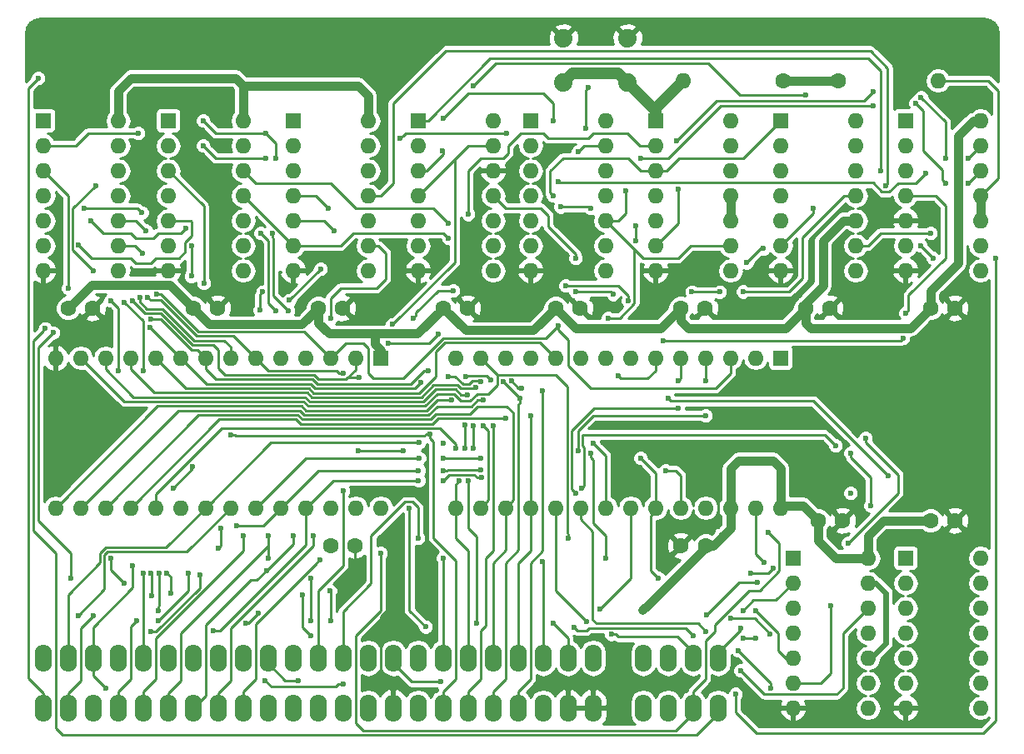
<source format=gbl>
G04 #@! TF.FileFunction,Copper,L2,Bot,Signal*
%FSLAX46Y46*%
G04 Gerber Fmt 4.6, Leading zero omitted, Abs format (unit mm)*
G04 Created by KiCad (PCBNEW 4.0.5) date 09/11/17 10:35:41*
%MOMM*%
%LPD*%
G01*
G04 APERTURE LIST*
%ADD10C,0.100000*%
%ADD11R,1.600000X1.600000*%
%ADD12O,1.600000X1.600000*%
%ADD13C,1.600000*%
%ADD14O,1.727200X2.800000*%
%ADD15C,1.879600*%
%ADD16C,0.600000*%
%ADD17C,0.250000*%
%ADD18C,0.900000*%
%ADD19C,0.600000*%
%ADD20C,1.200000*%
%ADD21C,0.254000*%
G04 APERTURE END LIST*
D10*
D11*
X148590000Y-74930000D03*
D12*
X156210000Y-90170000D03*
X148590000Y-77470000D03*
X156210000Y-87630000D03*
X148590000Y-80010000D03*
X156210000Y-85090000D03*
X148590000Y-82550000D03*
X156210000Y-82550000D03*
X148590000Y-85090000D03*
X156210000Y-80010000D03*
X148590000Y-87630000D03*
X156210000Y-77470000D03*
X148590000Y-90170000D03*
X156210000Y-74930000D03*
D13*
X88900000Y-93980000D03*
X91400000Y-93980000D03*
X101600000Y-93980000D03*
X104100000Y-93980000D03*
X114300000Y-93980000D03*
X116800000Y-93980000D03*
X127000000Y-93980000D03*
X129500000Y-93980000D03*
X138430000Y-93980000D03*
X140930000Y-93980000D03*
X151130000Y-93980000D03*
X153630000Y-93980000D03*
X163830000Y-93980000D03*
X166330000Y-93980000D03*
X176530000Y-93980000D03*
X179030000Y-93980000D03*
X165100000Y-115570000D03*
X167600000Y-115570000D03*
X153670000Y-118110000D03*
X151170000Y-118110000D03*
X176530000Y-115570000D03*
X179030000Y-115570000D03*
X115570000Y-118110000D03*
X118070000Y-118110000D03*
D11*
X86360000Y-74930000D03*
D12*
X93980000Y-90170000D03*
X86360000Y-77470000D03*
X93980000Y-87630000D03*
X86360000Y-80010000D03*
X93980000Y-85090000D03*
X86360000Y-82550000D03*
X93980000Y-82550000D03*
X86360000Y-85090000D03*
X93980000Y-80010000D03*
X86360000Y-87630000D03*
X93980000Y-77470000D03*
X86360000Y-90170000D03*
X93980000Y-74930000D03*
D11*
X99060000Y-74930000D03*
D12*
X106680000Y-90170000D03*
X99060000Y-77470000D03*
X106680000Y-87630000D03*
X99060000Y-80010000D03*
X106680000Y-85090000D03*
X99060000Y-82550000D03*
X106680000Y-82550000D03*
X99060000Y-85090000D03*
X106680000Y-80010000D03*
X99060000Y-87630000D03*
X106680000Y-77470000D03*
X99060000Y-90170000D03*
X106680000Y-74930000D03*
D11*
X111760000Y-74930000D03*
D12*
X119380000Y-90170000D03*
X111760000Y-77470000D03*
X119380000Y-87630000D03*
X111760000Y-80010000D03*
X119380000Y-85090000D03*
X111760000Y-82550000D03*
X119380000Y-82550000D03*
X111760000Y-85090000D03*
X119380000Y-80010000D03*
X111760000Y-87630000D03*
X119380000Y-77470000D03*
X111760000Y-90170000D03*
X119380000Y-74930000D03*
D11*
X124460000Y-74930000D03*
D12*
X132080000Y-90170000D03*
X124460000Y-77470000D03*
X132080000Y-87630000D03*
X124460000Y-80010000D03*
X132080000Y-85090000D03*
X124460000Y-82550000D03*
X132080000Y-82550000D03*
X124460000Y-85090000D03*
X132080000Y-80010000D03*
X124460000Y-87630000D03*
X132080000Y-77470000D03*
X124460000Y-90170000D03*
X132080000Y-74930000D03*
D11*
X135890000Y-74930000D03*
D12*
X143510000Y-90170000D03*
X135890000Y-77470000D03*
X143510000Y-87630000D03*
X135890000Y-80010000D03*
X143510000Y-85090000D03*
X135890000Y-82550000D03*
X143510000Y-82550000D03*
X135890000Y-85090000D03*
X143510000Y-80010000D03*
X135890000Y-87630000D03*
X143510000Y-77470000D03*
X135890000Y-90170000D03*
X143510000Y-74930000D03*
D11*
X161290000Y-74930000D03*
D12*
X168910000Y-90170000D03*
X161290000Y-77470000D03*
X168910000Y-87630000D03*
X161290000Y-80010000D03*
X168910000Y-85090000D03*
X161290000Y-82550000D03*
X168910000Y-82550000D03*
X161290000Y-85090000D03*
X168910000Y-80010000D03*
X161290000Y-87630000D03*
X168910000Y-77470000D03*
X161290000Y-90170000D03*
X168910000Y-74930000D03*
D11*
X173990000Y-74930000D03*
D12*
X181610000Y-90170000D03*
X173990000Y-77470000D03*
X181610000Y-87630000D03*
X173990000Y-80010000D03*
X181610000Y-85090000D03*
X173990000Y-82550000D03*
X181610000Y-82550000D03*
X173990000Y-85090000D03*
X181610000Y-80010000D03*
X173990000Y-87630000D03*
X181610000Y-77470000D03*
X173990000Y-90170000D03*
X181610000Y-74930000D03*
D11*
X162560000Y-119380000D03*
D12*
X170180000Y-134620000D03*
X162560000Y-121920000D03*
X170180000Y-132080000D03*
X162560000Y-124460000D03*
X170180000Y-129540000D03*
X162560000Y-127000000D03*
X170180000Y-127000000D03*
X162560000Y-129540000D03*
X170180000Y-124460000D03*
X162560000Y-132080000D03*
X170180000Y-121920000D03*
X162560000Y-134620000D03*
X170180000Y-119380000D03*
D11*
X173990000Y-119380000D03*
D12*
X181610000Y-134620000D03*
X173990000Y-121920000D03*
X181610000Y-132080000D03*
X173990000Y-124460000D03*
X181610000Y-129540000D03*
X173990000Y-127000000D03*
X181610000Y-127000000D03*
X173990000Y-129540000D03*
X181610000Y-124460000D03*
X173990000Y-132080000D03*
X181610000Y-121920000D03*
X173990000Y-134620000D03*
X181610000Y-119380000D03*
D14*
X86360000Y-134620000D03*
X88900000Y-134620000D03*
X91440000Y-134620000D03*
X93980000Y-134620000D03*
X96520000Y-134620000D03*
X99060000Y-134620000D03*
X101600000Y-134620000D03*
X104140000Y-134620000D03*
X86360000Y-129540000D03*
X88900000Y-129540000D03*
X91440000Y-129540000D03*
X93980000Y-129540000D03*
X96520000Y-129540000D03*
X99060000Y-129540000D03*
X101600000Y-129540000D03*
X104140000Y-129540000D03*
X154940000Y-129540000D03*
X154940000Y-134620000D03*
X152400000Y-129540000D03*
X152400000Y-134620000D03*
X149860000Y-129540000D03*
X149860000Y-134620000D03*
X147320000Y-129540000D03*
X147320000Y-134620000D03*
X142240000Y-129540000D03*
X142240000Y-134620000D03*
X139700000Y-129540000D03*
X139700000Y-134620000D03*
X137160000Y-129540000D03*
X137160000Y-134620000D03*
X134620000Y-129540000D03*
X134620000Y-134620000D03*
X132080000Y-129540000D03*
X132080000Y-134620000D03*
X129540000Y-129540000D03*
X129540000Y-134620000D03*
X127000000Y-129540000D03*
X127000000Y-134620000D03*
X124460000Y-129540000D03*
X124460000Y-134620000D03*
X121920000Y-129540000D03*
X121920000Y-134620000D03*
X119380000Y-129540000D03*
X119380000Y-134620000D03*
X116840000Y-129540000D03*
X116840000Y-134620000D03*
X114300000Y-129540000D03*
X114300000Y-134620000D03*
X111760000Y-129540000D03*
X111760000Y-134620000D03*
X109220000Y-129540000D03*
X109220000Y-134620000D03*
X106680000Y-129540000D03*
X106680000Y-134620000D03*
D13*
X167132000Y-70866000D03*
D12*
X177292000Y-70866000D03*
D13*
X161544000Y-70866000D03*
D12*
X151384000Y-70866000D03*
D15*
X139242800Y-66573400D03*
X145745200Y-66573400D03*
X139242800Y-71094600D03*
X145745200Y-71094600D03*
D11*
X120650000Y-99060000D03*
D12*
X87630000Y-114300000D03*
X118110000Y-99060000D03*
X90170000Y-114300000D03*
X115570000Y-99060000D03*
X92710000Y-114300000D03*
X113030000Y-99060000D03*
X95250000Y-114300000D03*
X110490000Y-99060000D03*
X97790000Y-114300000D03*
X107950000Y-99060000D03*
X100330000Y-114300000D03*
X105410000Y-99060000D03*
X102870000Y-114300000D03*
X102870000Y-99060000D03*
X105410000Y-114300000D03*
X100330000Y-99060000D03*
X107950000Y-114300000D03*
X97790000Y-99060000D03*
X110490000Y-114300000D03*
X95250000Y-99060000D03*
X113030000Y-114300000D03*
X92710000Y-99060000D03*
X115570000Y-114300000D03*
X90170000Y-99060000D03*
X118110000Y-114300000D03*
X87630000Y-99060000D03*
X120650000Y-114300000D03*
D11*
X161290000Y-99060000D03*
D12*
X128270000Y-114300000D03*
X158750000Y-99060000D03*
X130810000Y-114300000D03*
X156210000Y-99060000D03*
X133350000Y-114300000D03*
X153670000Y-99060000D03*
X135890000Y-114300000D03*
X151130000Y-99060000D03*
X138430000Y-114300000D03*
X148590000Y-99060000D03*
X140970000Y-114300000D03*
X146050000Y-99060000D03*
X143510000Y-114300000D03*
X143510000Y-99060000D03*
X146050000Y-114300000D03*
X140970000Y-99060000D03*
X148590000Y-114300000D03*
X138430000Y-99060000D03*
X151130000Y-114300000D03*
X135890000Y-99060000D03*
X153670000Y-114300000D03*
X133350000Y-99060000D03*
X156210000Y-114300000D03*
X130810000Y-99060000D03*
X158750000Y-114300000D03*
X128270000Y-99060000D03*
X161290000Y-114300000D03*
D16*
X168402000Y-112776000D03*
X156718402Y-133213010D03*
X176784000Y-88900000D03*
X175514000Y-87630000D03*
X126771513Y-131962990D03*
X183134000Y-88900000D03*
X124519021Y-111499478D03*
X130881044Y-111226161D03*
X95436948Y-120196846D03*
X127000000Y-111506000D03*
X103621840Y-126736768D03*
X92710000Y-132588000D03*
X144085360Y-127117011D03*
X113538000Y-125743022D03*
X157226000Y-130810000D03*
X94581025Y-121973522D03*
X93218000Y-119380000D03*
X113538000Y-121412000D03*
X145542000Y-82042000D03*
X143764000Y-94996000D03*
X138684000Y-95758000D03*
X97933474Y-92556953D03*
X96012000Y-76200000D03*
X113792000Y-117094000D03*
X125702682Y-106833518D03*
X96414786Y-88392000D03*
X96167835Y-92894528D03*
X105410000Y-106865767D03*
X87354630Y-96476971D03*
X88894638Y-91953467D03*
X96516981Y-120899009D03*
X89154000Y-121412000D03*
X126489556Y-96654546D03*
X144780000Y-100838000D03*
X121412000Y-97536000D03*
X116840000Y-100584000D03*
X96802040Y-86106000D03*
X96993804Y-92894812D03*
X106680000Y-117094000D03*
X118497684Y-101065990D03*
X118364000Y-108458000D03*
X122936000Y-108458000D03*
X120650000Y-118872000D03*
X95407857Y-93223501D03*
X96402990Y-84299506D03*
X90528800Y-83813958D03*
X160025931Y-116763282D03*
X97279540Y-126884452D03*
X124563331Y-109236947D03*
X160523004Y-120391004D03*
X158242000Y-120904000D03*
X148844000Y-121412000D03*
X102268676Y-121119222D03*
X147066000Y-109220000D03*
X130810000Y-109220000D03*
X127000000Y-109220000D03*
X85852000Y-70612000D03*
X91186000Y-85090000D03*
X100838000Y-85852000D03*
X94632027Y-93418713D03*
X124519021Y-110483478D03*
X130804196Y-110429849D03*
X106054990Y-116078000D03*
X101557062Y-110087776D03*
X96520000Y-100338900D03*
X149606000Y-110490000D03*
X127000000Y-110490000D03*
X99568000Y-112268000D03*
X91440000Y-125222000D03*
X89969651Y-87615939D03*
X124557419Y-107668154D03*
X93975550Y-100334450D03*
X142240000Y-107696000D03*
X127000000Y-107696000D03*
X91694000Y-81534000D03*
X91440000Y-90170000D03*
X93218000Y-93218000D03*
X109083489Y-120696054D03*
X143510000Y-119380000D03*
X141986000Y-108712000D03*
X140716000Y-108458000D03*
X153670000Y-104902000D03*
X153670000Y-101346000D03*
X109667051Y-86420949D03*
X109982000Y-78740000D03*
X111252000Y-94234000D03*
X108966000Y-76200000D03*
X102616000Y-74930000D03*
X111760000Y-117094000D03*
X108652979Y-92325163D03*
X108372850Y-94208154D03*
X158750000Y-124714000D03*
X108204000Y-124968000D03*
X106934000Y-125984000D03*
X98044000Y-125730000D03*
X101092000Y-120904000D03*
X104140000Y-118364000D03*
X104394000Y-116332000D03*
X109225634Y-119403828D03*
X140462000Y-112776000D03*
X150876000Y-104140000D03*
X150876000Y-101346000D03*
X108458000Y-86360000D03*
X109982000Y-94234000D03*
X108966000Y-78740000D03*
X102616000Y-77470000D03*
X109220000Y-117094000D03*
X129310889Y-100970506D03*
X102684741Y-91462882D03*
X135008787Y-102131081D03*
X133932380Y-101398794D03*
X97278673Y-95142035D03*
X125498613Y-100335179D03*
X132072847Y-105909530D03*
X131828113Y-101256922D03*
X127549740Y-86868000D03*
X129540000Y-84443592D03*
X127549740Y-85344000D03*
X130840906Y-101475470D03*
X134851330Y-103172437D03*
X97206124Y-95938750D03*
X101481066Y-87643340D03*
X101412051Y-90744051D03*
X124758051Y-101535375D03*
X133125804Y-101494914D03*
X127508000Y-100954930D03*
X157494079Y-132509399D03*
X159004000Y-133858000D03*
X151638000Y-132080000D03*
X121432461Y-122622979D03*
X154940000Y-112014000D03*
X118872000Y-120650000D03*
X144269556Y-92575454D03*
X152285839Y-92331902D03*
X157480000Y-92319010D03*
X155125901Y-92326832D03*
X140462000Y-92319010D03*
X128016000Y-92202000D03*
X123952000Y-94996000D03*
X115558902Y-94999755D03*
X116840000Y-112522000D03*
X86560075Y-96076260D03*
X114554000Y-90004947D03*
X111370746Y-93188201D03*
X140355482Y-126456533D03*
X125222000Y-126377054D03*
X123561010Y-114300000D03*
X115316000Y-83820000D03*
X152400000Y-127254000D03*
X157480000Y-124714000D03*
X157226000Y-126492000D03*
X168148000Y-117856000D03*
X169926000Y-107188000D03*
X171958000Y-81534000D03*
X115941010Y-86106000D03*
X124460000Y-117348000D03*
X122625104Y-76762635D03*
X133415722Y-76200000D03*
X166370000Y-124206000D03*
X170434000Y-114046000D03*
X168402000Y-108712000D03*
X171450000Y-80010000D03*
X173990000Y-94488000D03*
X173736000Y-97028000D03*
X149352000Y-97282000D03*
X145796000Y-93218000D03*
X139446000Y-91694000D03*
X150876000Y-81922790D03*
X170681690Y-71972417D03*
X150688051Y-77028051D03*
X175571694Y-72586306D03*
X178054000Y-78740000D03*
X180340000Y-78740000D03*
X126939762Y-78042523D03*
X127000000Y-74676000D03*
X138176000Y-74930000D03*
X138176000Y-82550000D03*
X114459150Y-119574979D03*
X163830000Y-72293742D03*
X130048000Y-71374000D03*
X121859051Y-95635989D03*
X146558000Y-85598000D03*
X146558000Y-87122000D03*
X140462000Y-88900000D03*
X138740957Y-81142826D03*
X176022000Y-80264000D03*
X140716000Y-78117328D03*
X141757793Y-71613429D03*
X141478000Y-75692000D03*
X164592000Y-83820000D03*
X142008660Y-83820669D03*
X138937034Y-83692095D03*
X147066000Y-78740000D03*
X170688000Y-73406000D03*
X175006000Y-73152000D03*
X178054000Y-81280000D03*
X180340000Y-81280000D03*
X172212000Y-110998000D03*
X149860000Y-103124000D03*
X157870990Y-89379506D03*
X159571020Y-87950325D03*
X142962857Y-124552959D03*
X160229104Y-127077003D03*
X156226510Y-125492509D03*
X89916000Y-125222000D03*
X159654008Y-119867446D03*
X112268000Y-131826000D03*
X176530000Y-86360000D03*
X127834712Y-103350504D03*
X141087010Y-112268000D03*
X128660458Y-111541320D03*
X166878000Y-107950000D03*
X129248154Y-105901705D03*
X129247987Y-108204000D03*
X141579600Y-125872240D03*
X153792106Y-125194411D03*
X158960820Y-121881899D03*
X128270000Y-108204000D03*
X95849976Y-125718357D03*
X153690320Y-126827280D03*
X156972000Y-128778000D03*
X160274000Y-132588000D03*
X115509051Y-122742949D03*
X115582052Y-125743022D03*
X98951276Y-120918434D03*
X99314000Y-122936000D03*
X157480000Y-127508000D03*
X158750000Y-127508000D03*
X147251758Y-124694777D03*
X120650000Y-99060000D03*
X130283882Y-102049703D03*
X112687298Y-123130979D03*
X97336408Y-120899877D03*
X97414322Y-123190000D03*
X113538000Y-127254000D03*
X138176000Y-126006522D03*
X130427139Y-126006522D03*
X129472643Y-102802580D03*
X129550005Y-111546968D03*
X130048000Y-105918000D03*
X130048000Y-108204000D03*
X137131506Y-119770990D03*
X139700000Y-117348000D03*
X133389982Y-105185455D03*
X135869471Y-104971240D03*
X137103073Y-102432974D03*
X98136391Y-120906591D03*
X98025429Y-124762999D03*
X131093616Y-105916426D03*
X131107408Y-103340180D03*
X127000000Y-119380000D03*
X116869838Y-132185626D03*
X108935913Y-131834180D03*
D17*
X156718402Y-135053042D02*
X156718402Y-133213010D01*
X158825360Y-137160000D02*
X156718402Y-135053042D01*
X181864000Y-137160000D02*
X158825360Y-137160000D01*
X183134000Y-88900000D02*
X183134000Y-135890000D01*
X183134000Y-135890000D02*
X181864000Y-137160000D01*
X175514000Y-87630000D02*
X176784000Y-88900000D01*
X123806590Y-131962990D02*
X126771513Y-131962990D01*
X121920000Y-129540000D02*
X121920000Y-130076400D01*
X121920000Y-130076400D02*
X123806590Y-131962990D01*
X104312234Y-126736768D02*
X103621840Y-126736768D01*
X113030000Y-118019002D02*
X104312234Y-126736768D01*
X113030000Y-114300000D02*
X113030000Y-118019002D01*
X115830522Y-111499478D02*
X124519021Y-111499478D01*
X113030000Y-114300000D02*
X115830522Y-111499478D01*
X130456780Y-111226161D02*
X130881044Y-111226161D01*
X127000000Y-111506000D02*
X127589681Y-110916319D01*
X127589681Y-110916319D02*
X130146938Y-110916319D01*
X130146938Y-110916319D02*
X130456780Y-111226161D01*
X91440000Y-129540000D02*
X91440000Y-126401002D01*
X91440000Y-126401002D02*
X95436948Y-122404054D01*
X95436948Y-122404054D02*
X95436948Y-120196846D01*
X91440000Y-129540000D02*
X91440000Y-131318000D01*
X91440000Y-131318000D02*
X92710000Y-132588000D01*
X167640000Y-127000000D02*
X170180000Y-124460000D01*
X167640000Y-132588000D02*
X167640000Y-127000000D01*
X159648998Y-133232998D02*
X166995002Y-133232998D01*
X166995002Y-133232998D02*
X167640000Y-132588000D01*
X157226000Y-130810000D02*
X159648998Y-133232998D01*
X144509624Y-127117011D02*
X144085360Y-127117011D01*
X152400000Y-129540000D02*
X152400000Y-129003600D01*
X150800412Y-127404012D02*
X144796625Y-127404012D01*
X152400000Y-129003600D02*
X150800412Y-127404012D01*
X144796625Y-127404012D02*
X144509624Y-127117011D01*
X113538000Y-121412000D02*
X113538000Y-125743022D01*
X93218000Y-119380000D02*
X93218000Y-120610497D01*
X93218000Y-120610497D02*
X94581025Y-121973522D01*
X102110633Y-96386869D02*
X98280717Y-92556953D01*
X98280717Y-92556953D02*
X97933474Y-92556953D01*
X115570000Y-99060000D02*
X112913915Y-96403915D01*
X110054177Y-96403915D02*
X110037131Y-96386869D01*
X112913915Y-96403915D02*
X110054177Y-96403915D01*
X110037131Y-96386869D02*
X102110633Y-96386869D01*
X150876000Y-88900000D02*
X147320000Y-88900000D01*
X147320000Y-88900000D02*
X146421002Y-88001002D01*
X152146000Y-87630000D02*
X150876000Y-88900000D01*
X156210000Y-87630000D02*
X152146000Y-87630000D01*
X144780000Y-85090000D02*
X143510000Y-85090000D01*
X145542000Y-84328000D02*
X144780000Y-85090000D01*
X145542000Y-82042000D02*
X145542000Y-84328000D01*
X154686000Y-102108000D02*
X156210000Y-100584000D01*
X156210000Y-100584000D02*
X156210000Y-99060000D01*
X141986000Y-102108000D02*
X154686000Y-102108000D01*
X139700000Y-99822000D02*
X141986000Y-102108000D01*
X139700000Y-97198264D02*
X139700000Y-99822000D01*
X138684000Y-95758000D02*
X138684000Y-96182264D01*
X138684000Y-96182264D02*
X139700000Y-97198264D01*
X146421002Y-88001002D02*
X143510000Y-85090000D01*
X146421002Y-93518002D02*
X146421002Y-88001002D01*
X144943004Y-94996000D02*
X146421002Y-93518002D01*
X143764000Y-94996000D02*
X144943004Y-94996000D01*
X127000000Y-97028000D02*
X137414000Y-97028000D01*
X137414000Y-97028000D02*
X138684000Y-95758000D01*
X122936000Y-101092000D02*
X127000000Y-97028000D01*
X119888000Y-101092000D02*
X122936000Y-101092000D01*
X119380000Y-100584000D02*
X119888000Y-101092000D01*
X119380000Y-98044000D02*
X119380000Y-100584000D01*
X118872000Y-97536000D02*
X119380000Y-98044000D01*
X117094000Y-97536000D02*
X118872000Y-97536000D01*
X115570000Y-99060000D02*
X117094000Y-97536000D01*
X89662000Y-77470000D02*
X86360000Y-77470000D01*
X90932000Y-76200000D02*
X89662000Y-77470000D01*
X96012000Y-76200000D02*
X90932000Y-76200000D01*
X104140000Y-134620000D02*
X104140000Y-133096000D01*
X113792000Y-118110000D02*
X113792000Y-117094000D01*
X105410000Y-126492000D02*
X113792000Y-118110000D01*
X105410000Y-131826000D02*
X105410000Y-126492000D01*
X104140000Y-133096000D02*
X105410000Y-131826000D01*
X104768261Y-97286891D02*
X101737833Y-97286891D01*
X96167835Y-93318792D02*
X96167835Y-92894528D01*
X96916057Y-94067014D02*
X96167835Y-93318792D01*
X98517958Y-94067014D02*
X96916057Y-94067014D01*
X101737833Y-97286891D02*
X98517958Y-94067014D01*
X105410000Y-99060000D02*
X105410000Y-97928630D01*
X105410000Y-97928630D02*
X104768261Y-97286891D01*
X105410000Y-106865767D02*
X105834264Y-106865767D01*
X125278418Y-106833518D02*
X125702682Y-106833518D01*
X105961509Y-106993012D02*
X125118924Y-106993012D01*
X105834264Y-106865767D02*
X105961509Y-106993012D01*
X125118924Y-106993012D02*
X125278418Y-106833518D01*
X127000000Y-134620000D02*
X127000000Y-132970000D01*
X127000000Y-132970000D02*
X128270000Y-131700000D01*
X128270000Y-131700000D02*
X128270000Y-119634000D01*
X128270000Y-119634000D02*
X126020498Y-117384498D01*
X126020498Y-117384498D02*
X126020498Y-107575598D01*
X126020498Y-107575598D02*
X125702682Y-107257782D01*
X125702682Y-107257782D02*
X125702682Y-106833518D01*
X93980000Y-87630000D02*
X95652786Y-87630000D01*
X95652786Y-87630000D02*
X96414786Y-88392000D01*
X89154000Y-118872000D02*
X85852000Y-115570000D01*
X89154000Y-121412000D02*
X89154000Y-118872000D01*
X85852000Y-115570000D02*
X85852000Y-97979601D01*
X87054631Y-96776970D02*
X87354630Y-96476971D01*
X85852000Y-97979601D02*
X87054631Y-96776970D01*
X88903740Y-91962569D02*
X88894638Y-91953467D01*
X88894638Y-91953467D02*
X88894638Y-82544638D01*
X88894638Y-82544638D02*
X86360000Y-80010000D01*
X96520000Y-129540000D02*
X96520000Y-127890000D01*
X96520000Y-127890000D02*
X96516981Y-127886981D01*
X96516981Y-127886981D02*
X96516981Y-121323273D01*
X96516981Y-121323273D02*
X96516981Y-120899009D01*
X97293803Y-93194811D02*
X96993804Y-92894812D01*
X101924233Y-96836880D02*
X98282165Y-93194811D01*
X98282165Y-93194811D02*
X97293803Y-93194811D01*
X105726880Y-96836880D02*
X101924233Y-96836880D01*
X107950000Y-99060000D02*
X105726880Y-96836880D01*
X116415736Y-100584000D02*
X116840000Y-100584000D01*
X107950000Y-99060000D02*
X109232878Y-100342878D01*
X116174614Y-100342878D02*
X116415736Y-100584000D01*
X109232878Y-100342878D02*
X116174614Y-100342878D01*
X125608102Y-97536000D02*
X126489556Y-96654546D01*
X121412000Y-97536000D02*
X125608102Y-97536000D01*
X148590000Y-100330000D02*
X148590000Y-99060000D01*
X147782001Y-101137999D02*
X148590000Y-100330000D01*
X144780000Y-100838000D02*
X145079999Y-101137999D01*
X145079999Y-101137999D02*
X147782001Y-101137999D01*
X93980000Y-85090000D02*
X95786040Y-85090000D01*
X95786040Y-85090000D02*
X96802040Y-86106000D01*
X106680000Y-118655415D02*
X106680000Y-117094000D01*
X97790000Y-127545415D02*
X106680000Y-118655415D01*
X97790000Y-131700000D02*
X97790000Y-127545415D01*
X96520000Y-132970000D02*
X97790000Y-131700000D01*
X96520000Y-134620000D02*
X96520000Y-132970000D01*
X98331559Y-94517025D02*
X96701381Y-94517025D01*
X101287822Y-97473290D02*
X98331559Y-94517025D01*
X103616417Y-97736902D02*
X101551433Y-97736902D01*
X113924001Y-100792889D02*
X104832974Y-100792889D01*
X114340113Y-101209002D02*
X113924001Y-100792889D01*
X96701381Y-94517025D02*
X95707856Y-93523500D01*
X104832974Y-100792889D02*
X104122488Y-100082403D01*
X104122488Y-100082403D02*
X104122488Y-98242973D01*
X104122488Y-98242973D02*
X103616417Y-97736902D01*
X101551433Y-97736902D02*
X101287822Y-97473290D01*
X117140002Y-101209002D02*
X114340113Y-101209002D01*
X95707856Y-93523500D02*
X95407857Y-93223501D01*
X117283014Y-101065990D02*
X118073420Y-101065990D01*
X117140002Y-101209002D02*
X117283014Y-101065990D01*
X118073420Y-101065990D02*
X118497684Y-101065990D01*
X118110000Y-136144000D02*
X118110000Y-127254000D01*
X118872000Y-136906000D02*
X118110000Y-136144000D01*
X152400000Y-134620000D02*
X152400000Y-135156400D01*
X150650400Y-136906000D02*
X118872000Y-136906000D01*
X118110000Y-127254000D02*
X120650000Y-124714000D01*
X152400000Y-135156400D02*
X150650400Y-136906000D01*
X120650000Y-124714000D02*
X120650000Y-118872000D01*
X122936000Y-108458000D02*
X118364000Y-108458000D01*
X118110000Y-100239004D02*
X117140002Y-101209002D01*
X118110000Y-99060000D02*
X118110000Y-100239004D01*
X95917442Y-83813958D02*
X96402990Y-84299506D01*
X90528800Y-83813958D02*
X95917442Y-83813958D01*
X153670000Y-131700000D02*
X153670000Y-127833562D01*
X161148005Y-117885356D02*
X160025931Y-116763282D01*
X154640441Y-126863121D02*
X154640441Y-126151920D01*
X152400000Y-134620000D02*
X152400000Y-132970000D01*
X152400000Y-132970000D02*
X153670000Y-131700000D01*
X153670000Y-127833562D02*
X154640441Y-126863121D01*
X154640441Y-126151920D02*
X158102581Y-122689780D01*
X158102581Y-122689780D02*
X159156306Y-122689780D01*
X159156306Y-122689780D02*
X161148005Y-120698081D01*
X161148005Y-120698081D02*
X161148005Y-117885356D01*
X97703804Y-126884452D02*
X97279540Y-126884452D01*
X102268676Y-122430328D02*
X97814552Y-126884452D01*
X102268676Y-121119222D02*
X102268676Y-122430328D01*
X97814552Y-126884452D02*
X97703804Y-126884452D01*
X107950000Y-114300000D02*
X113013053Y-109236947D01*
X113013053Y-109236947D02*
X124563331Y-109236947D01*
X160010008Y-120904000D02*
X160523004Y-120391004D01*
X158242000Y-120904000D02*
X160010008Y-120904000D01*
X148082000Y-115062000D02*
X148082000Y-120650000D01*
X148082000Y-120650000D02*
X148844000Y-121412000D01*
X148590000Y-114554000D02*
X148082000Y-115062000D01*
X148590000Y-114300000D02*
X148590000Y-114554000D01*
X148590000Y-114300000D02*
X148082000Y-114808000D01*
X147066000Y-109220000D02*
X148590000Y-110744000D01*
X148590000Y-110744000D02*
X148590000Y-114300000D01*
X127000000Y-109220000D02*
X130810000Y-109220000D01*
X86360000Y-134620000D02*
X86360000Y-133096000D01*
X84836000Y-71628000D02*
X85852000Y-70612000D01*
X84836000Y-131572000D02*
X84836000Y-71628000D01*
X86360000Y-133096000D02*
X84836000Y-131572000D01*
X100838000Y-85852000D02*
X100330000Y-86360000D01*
X100330000Y-86360000D02*
X98044000Y-86360000D01*
X98044000Y-86360000D02*
X97536000Y-86868000D01*
X97536000Y-86868000D02*
X95758000Y-86868000D01*
X95758000Y-86868000D02*
X95250937Y-86360937D01*
X95250937Y-86360937D02*
X92456937Y-86360937D01*
X92456937Y-86360937D02*
X91186000Y-85090000D01*
X96520000Y-95306686D02*
X94632027Y-93418713D01*
X96520000Y-100338900D02*
X96520000Y-95306686D01*
X110490000Y-114300000D02*
X114306522Y-110483478D01*
X114306522Y-110483478D02*
X124519021Y-110483478D01*
X127424264Y-110490000D02*
X127484415Y-110429849D01*
X127484415Y-110429849D02*
X130804196Y-110429849D01*
X127000000Y-110490000D02*
X127424264Y-110490000D01*
X108712000Y-116078000D02*
X106054990Y-116078000D01*
X110490000Y-114300000D02*
X108712000Y-116078000D01*
X99568000Y-112268000D02*
X101557062Y-110278938D01*
X101557062Y-110278938D02*
X101557062Y-110087776D01*
X149606000Y-110490000D02*
X150622000Y-110490000D01*
X150622000Y-110490000D02*
X151130000Y-110998000D01*
X151130000Y-110998000D02*
X151130000Y-114300000D01*
X88900000Y-134620000D02*
X88900000Y-133096000D01*
X90170000Y-126492000D02*
X91440000Y-125222000D01*
X90170000Y-131826000D02*
X90170000Y-126492000D01*
X88900000Y-133096000D02*
X90170000Y-131826000D01*
X95758000Y-89408000D02*
X95250000Y-88900000D01*
X95250000Y-88900000D02*
X91253712Y-88900000D01*
X91253712Y-88900000D02*
X89969651Y-87615939D01*
X100143504Y-88900000D02*
X97790000Y-88900000D01*
X97790000Y-88900000D02*
X97282000Y-89408000D01*
X101483038Y-86635462D02*
X100775162Y-87343338D01*
X99060000Y-85090000D02*
X101346000Y-85090000D01*
X100775162Y-87343338D02*
X100775162Y-88268342D01*
X97282000Y-89408000D02*
X95758000Y-89408000D01*
X101483038Y-85227038D02*
X101483038Y-86635462D01*
X100775162Y-88268342D02*
X100143504Y-88900000D01*
X101346000Y-85090000D02*
X101483038Y-85227038D01*
X109501846Y-107668154D02*
X124557419Y-107668154D01*
X102870000Y-114300000D02*
X109501846Y-107668154D01*
X89344649Y-88074649D02*
X89344649Y-83883351D01*
X91440000Y-90170000D02*
X89344649Y-88074649D01*
X89344649Y-83883351D02*
X91694000Y-81534000D01*
X98865013Y-118304987D02*
X102870000Y-114300000D01*
X92731598Y-118304987D02*
X98865013Y-118304987D01*
X92142987Y-118893598D02*
X92731598Y-118304987D01*
X92142987Y-119866402D02*
X92142987Y-118893598D01*
X88900000Y-129540000D02*
X88900000Y-123109389D01*
X88900000Y-123109389D02*
X92142987Y-119866402D01*
X93980000Y-100330000D02*
X93975550Y-100334450D01*
X93218000Y-93218000D02*
X93980000Y-93980000D01*
X93980000Y-93980000D02*
X93980000Y-100330000D01*
X143510000Y-108966000D02*
X143510000Y-114300000D01*
X142240000Y-107696000D02*
X143510000Y-108966000D01*
X101600000Y-134620000D02*
X102870000Y-133350000D01*
X102870000Y-133350000D02*
X102870000Y-126205326D01*
X102870000Y-126205326D02*
X107434055Y-121641271D01*
X107434055Y-121641271D02*
X108081184Y-121641271D01*
X108081184Y-121641271D02*
X109220000Y-120502455D01*
X109220000Y-120559543D02*
X109083489Y-120696054D01*
X109220000Y-120502455D02*
X109220000Y-120559543D01*
X109220000Y-120502455D02*
X111760000Y-117962455D01*
X143510000Y-117094000D02*
X143510000Y-119380000D01*
X142240000Y-115824000D02*
X143510000Y-117094000D01*
X142240000Y-109390264D02*
X142240000Y-115824000D01*
X141986000Y-108712000D02*
X141986000Y-109136264D01*
X141986000Y-109136264D02*
X142240000Y-109390264D01*
X142240000Y-104902000D02*
X140716000Y-106426000D01*
X140716000Y-106426000D02*
X140716000Y-108458000D01*
X153670000Y-104902000D02*
X142240000Y-104902000D01*
X153670000Y-99060000D02*
X153670000Y-101346000D01*
X111760000Y-117962455D02*
X111760000Y-117094000D01*
X109728000Y-86906162D02*
X109667051Y-86845213D01*
X109728000Y-92710000D02*
X109728000Y-86906162D01*
X109667051Y-86845213D02*
X109667051Y-86420949D01*
X111252000Y-94234000D02*
X109728000Y-92710000D01*
X109982000Y-77216000D02*
X108966000Y-76200000D01*
X109982000Y-78740000D02*
X109982000Y-77216000D01*
X102616000Y-74930000D02*
X103886000Y-76200000D01*
X103886000Y-76200000D02*
X108966000Y-76200000D01*
X108372850Y-92605292D02*
X108652979Y-92325163D01*
X108372850Y-94208154D02*
X108372850Y-92605292D01*
X158750000Y-124714000D02*
X161036000Y-127000000D01*
X161036000Y-127000000D02*
X161036000Y-128778000D01*
X161036000Y-128778000D02*
X161798000Y-129540000D01*
X161798000Y-129540000D02*
X162560000Y-129540000D01*
X106934000Y-125984000D02*
X107188000Y-125984000D01*
X107188000Y-125984000D02*
X108204000Y-124968000D01*
X101092000Y-120904000D02*
X101092000Y-122682000D01*
X101092000Y-122682000D02*
X98044000Y-125730000D01*
X104394000Y-116332000D02*
X104394000Y-118110000D01*
X104394000Y-118110000D02*
X104140000Y-118364000D01*
X140090998Y-112404998D02*
X140462000Y-112776000D01*
X142365590Y-104140000D02*
X140090998Y-106414592D01*
X150876000Y-104140000D02*
X142365590Y-104140000D01*
X140090998Y-106414592D02*
X140090998Y-112404998D01*
X109225634Y-118115634D02*
X109225634Y-119403828D01*
X109220000Y-118110000D02*
X109225634Y-118115634D01*
X151130000Y-99060000D02*
X151130000Y-101092000D01*
X151130000Y-101092000D02*
X150876000Y-101346000D01*
X109277989Y-87179989D02*
X108458000Y-86360000D01*
X109277989Y-93529989D02*
X109277989Y-87179989D01*
X109982000Y-94234000D02*
X109277989Y-93529989D01*
X102616000Y-77470000D02*
X103886000Y-78740000D01*
X103886000Y-78740000D02*
X108966000Y-78740000D01*
X99060000Y-134620000D02*
X99060000Y-133096000D01*
X109220000Y-118110000D02*
X109220000Y-117094000D01*
X100330000Y-127000000D02*
X109220000Y-118110000D01*
X100330000Y-131826000D02*
X100330000Y-127000000D01*
X99060000Y-133096000D02*
X100330000Y-131826000D01*
X97702937Y-95142035D02*
X97278673Y-95142035D01*
X101438125Y-98260001D02*
X98320159Y-95142035D01*
X98320159Y-95142035D02*
X97702937Y-95142035D01*
X102070001Y-98260001D02*
X101438125Y-98260001D01*
X102870000Y-99060000D02*
X102070001Y-98260001D01*
X131828113Y-101256922D02*
X131421651Y-100850460D01*
X131421651Y-100850460D02*
X129611003Y-100850460D01*
X129611003Y-100850460D02*
X129598999Y-100862464D01*
X129598999Y-100862464D02*
X129418931Y-100862464D01*
X129418931Y-100862464D02*
X129310889Y-100970506D01*
X102684741Y-91038618D02*
X102684741Y-91462882D01*
X99060000Y-80010000D02*
X102684741Y-83634741D01*
X102684741Y-83634741D02*
X102684741Y-91038618D01*
X123701130Y-101708398D02*
X125074349Y-100335179D01*
X125074349Y-100335179D02*
X125498613Y-100335179D01*
X102870000Y-99060000D02*
X102870000Y-100191370D01*
X113737601Y-101242900D02*
X114203098Y-101708398D01*
X114203098Y-101708398D02*
X123701130Y-101708398D01*
X103921530Y-101242900D02*
X113737601Y-101242900D01*
X102870000Y-100191370D02*
X103921530Y-101242900D01*
X133932380Y-101398794D02*
X134664667Y-102131081D01*
X134664667Y-102131081D02*
X135008787Y-102131081D01*
X129540000Y-134620000D02*
X129540000Y-132970000D01*
X129540000Y-132970000D02*
X130810000Y-131700000D01*
X130810000Y-131700000D02*
X130810000Y-126787971D01*
X130810000Y-126787971D02*
X131313091Y-126284880D01*
X131313091Y-126284880D02*
X131313091Y-119384909D01*
X131313091Y-119384909D02*
X132072847Y-118625153D01*
X132072847Y-118625153D02*
X132072847Y-105909530D01*
X127041740Y-86360000D02*
X127549740Y-86868000D01*
X116586000Y-87630000D02*
X117856000Y-86360000D01*
X111760000Y-87630000D02*
X116586000Y-87630000D01*
X117856000Y-86360000D02*
X127041740Y-86360000D01*
X106680000Y-82550000D02*
X111760000Y-87630000D01*
X106680000Y-80010000D02*
X107953002Y-81283002D01*
X107953002Y-81283002D02*
X115573002Y-81283002D01*
X115573002Y-81283002D02*
X118110000Y-83820000D01*
X118110000Y-83820000D02*
X126025740Y-83820000D01*
X126025740Y-83820000D02*
X127549740Y-85344000D01*
X148590000Y-77470000D02*
X147034096Y-77470000D01*
X147034096Y-77470000D02*
X145766467Y-76202371D01*
X141732000Y-76708000D02*
X137668000Y-76708000D01*
X145766467Y-76202371D02*
X142237629Y-76202371D01*
X142237629Y-76202371D02*
X141732000Y-76708000D01*
X133604000Y-77470000D02*
X133604000Y-78232000D01*
X137668000Y-76708000D02*
X137160000Y-76200000D01*
X129540000Y-84019328D02*
X129540000Y-84443592D01*
X137160000Y-76200000D02*
X134874000Y-76200000D01*
X134874000Y-76200000D02*
X133604000Y-77470000D01*
X133604000Y-78232000D02*
X133096000Y-78740000D01*
X129540000Y-80010000D02*
X129540000Y-84019328D01*
X133096000Y-78740000D02*
X130810000Y-78740000D01*
X130810000Y-78740000D02*
X129540000Y-80010000D01*
X130756874Y-101391438D02*
X130840906Y-101475470D01*
X127508000Y-100954930D02*
X128238259Y-100954930D01*
X128238259Y-100954930D02*
X129010888Y-101727559D01*
X129947011Y-101391438D02*
X130756874Y-101391438D01*
X129610890Y-101727559D02*
X129947011Y-101391438D01*
X129010888Y-101727559D02*
X129610890Y-101727559D01*
X102962911Y-101692911D02*
X113551201Y-101692911D01*
X124135017Y-102158409D02*
X124758051Y-101535375D01*
X113551201Y-101692911D02*
X114016698Y-102158409D01*
X100330000Y-99060000D02*
X102962911Y-101692911D01*
X114016698Y-102158409D02*
X124135017Y-102158409D01*
X134851330Y-103596701D02*
X134851330Y-103172437D01*
X133350000Y-119888000D02*
X134643437Y-118594563D01*
X133125804Y-101494914D02*
X134803327Y-103172437D01*
X134803327Y-103172437D02*
X134851330Y-103172437D01*
X132080000Y-134620000D02*
X132080000Y-132970000D01*
X132080000Y-132970000D02*
X133350000Y-131700000D01*
X134643437Y-118594563D02*
X134643437Y-103804594D01*
X134643437Y-103804594D02*
X134851330Y-103596701D01*
X133350000Y-131700000D02*
X133350000Y-119888000D01*
X97208750Y-95938750D02*
X97206124Y-95938750D01*
X100330000Y-99060000D02*
X97208750Y-95938750D01*
X101412051Y-87712355D02*
X101481066Y-87643340D01*
X101412051Y-90744051D02*
X101412051Y-87712355D01*
X157655399Y-132509399D02*
X157494079Y-132509399D01*
X159004000Y-133858000D02*
X157655399Y-132509399D01*
X159557999Y-134157999D02*
X160020000Y-134620000D01*
X160020000Y-134620000D02*
X162560000Y-134620000D01*
X159004000Y-133858000D02*
X159303999Y-134157999D01*
X159303999Y-134157999D02*
X159557999Y-134157999D01*
X145796000Y-132177600D02*
X151540400Y-132177600D01*
X151540400Y-132177600D02*
X151638000Y-132080000D01*
X142240000Y-134620000D02*
X143353600Y-134620000D01*
X143353600Y-134620000D02*
X145796000Y-132177600D01*
X121432461Y-124567950D02*
X121432461Y-122622979D01*
X120650000Y-131700000D02*
X120650000Y-125350411D01*
X120650000Y-125350411D02*
X121432461Y-124567950D01*
X121920000Y-134620000D02*
X121920000Y-132970000D01*
X121920000Y-132970000D02*
X120650000Y-131700000D01*
X151170000Y-118110000D02*
X151170000Y-118070000D01*
X151170000Y-118070000D02*
X152908000Y-116332000D01*
X152908000Y-116332000D02*
X154178000Y-116332000D01*
X154178000Y-116332000D02*
X154940000Y-115570000D01*
X154940000Y-115570000D02*
X154940000Y-112014000D01*
X118872000Y-120650000D02*
X118070000Y-119848000D01*
X118070000Y-119848000D02*
X118070000Y-118110000D01*
X168910000Y-82550000D02*
X167778630Y-82550000D01*
X167778630Y-82550000D02*
X163540121Y-86788509D01*
X163540121Y-86788509D02*
X163540121Y-90951225D01*
X163540121Y-90951225D02*
X162172336Y-92319010D01*
X162172336Y-92319010D02*
X157480000Y-92319010D01*
X140462000Y-92319010D02*
X144013112Y-92319010D01*
X144013112Y-92319010D02*
X144269556Y-92575454D01*
X152290909Y-92326832D02*
X152285839Y-92331902D01*
X155125901Y-92326832D02*
X152290909Y-92326832D01*
X124251999Y-94442001D02*
X126492000Y-92202000D01*
X126492000Y-92202000D02*
X128016000Y-92202000D01*
X123952000Y-94996000D02*
X124251999Y-94696001D01*
X124251999Y-94696001D02*
X124251999Y-94442001D01*
X119380000Y-87630000D02*
X120396000Y-87630000D01*
X120396000Y-87630000D02*
X121158000Y-88392000D01*
X121158000Y-88392000D02*
X121158000Y-91029104D01*
X121158000Y-91029104D02*
X120238710Y-91948394D01*
X120238710Y-91948394D02*
X116586394Y-91948394D01*
X116586394Y-91948394D02*
X115558902Y-92975886D01*
X115558902Y-92975886D02*
X115558902Y-94999755D01*
X114300000Y-129540000D02*
X114300000Y-122682000D01*
X114300000Y-122682000D02*
X116840000Y-120142000D01*
X116840000Y-120142000D02*
X116840000Y-112522000D01*
X87630000Y-136652000D02*
X87630000Y-118872000D01*
X87630000Y-118872000D02*
X85344000Y-116586000D01*
X152740389Y-137356011D02*
X88334011Y-137356011D01*
X85344000Y-116586000D02*
X85344000Y-97292335D01*
X86260076Y-96376259D02*
X86560075Y-96076260D01*
X88334011Y-137356011D02*
X87630000Y-136652000D01*
X154940000Y-135156400D02*
X152740389Y-137356011D01*
X154940000Y-134620000D02*
X154940000Y-135156400D01*
X85344000Y-97292335D02*
X86260076Y-96376259D01*
X111370746Y-93188201D02*
X114554000Y-90004947D01*
X141579672Y-126756532D02*
X140655481Y-126756532D01*
X141844203Y-126492001D02*
X141579672Y-126756532D01*
X151638001Y-126492001D02*
X141844203Y-126492001D01*
X140655481Y-126756532D02*
X140355482Y-126456533D01*
X152400000Y-127254000D02*
X151638001Y-126492001D01*
X123561010Y-114300000D02*
X123561010Y-124716064D01*
X123561010Y-124716064D02*
X125222000Y-126377054D01*
X115316000Y-83820000D02*
X114046000Y-82550000D01*
X114046000Y-82550000D02*
X111760000Y-82550000D01*
X160822049Y-123657951D02*
X162560000Y-121920000D01*
X158536049Y-123657951D02*
X160822049Y-123657951D01*
X157480000Y-124714000D02*
X158536049Y-123657951D01*
X154940000Y-129540000D02*
X154940000Y-129003600D01*
X154940000Y-129003600D02*
X157226000Y-126717600D01*
X157226000Y-126717600D02*
X157226000Y-126492000D01*
X119380000Y-82550000D02*
X120650000Y-82550000D01*
X120650000Y-82550000D02*
X121920000Y-81280000D01*
X121920000Y-81280000D02*
X121920000Y-73189815D01*
X121920000Y-73189815D02*
X127272907Y-67836907D01*
X127272907Y-67836907D02*
X127274201Y-67838201D01*
X127274201Y-67838201D02*
X170413799Y-67838201D01*
X170413799Y-67838201D02*
X172171598Y-69596000D01*
X172171598Y-69596000D02*
X172171598Y-81320402D01*
X172171598Y-81320402D02*
X171958000Y-81534000D01*
X173228000Y-110914264D02*
X173228000Y-112776000D01*
X173228000Y-112776000D02*
X168148000Y-117856000D01*
X169926000Y-107188000D02*
X169926000Y-107612264D01*
X169926000Y-107612264D02*
X173228000Y-110914264D01*
X124460000Y-114273986D02*
X124460000Y-117348000D01*
X123861012Y-113674998D02*
X124460000Y-114273986D01*
X123143998Y-113674998D02*
X123861012Y-113674998D01*
X119691989Y-121987600D02*
X119691989Y-117127007D01*
X119691989Y-117127007D02*
X123143998Y-113674998D01*
X116840000Y-129540000D02*
X116840000Y-124839589D01*
X116840000Y-124839589D02*
X119691989Y-121987600D01*
X114925010Y-85090000D02*
X115941010Y-86106000D01*
X111760000Y-85090000D02*
X114925010Y-85090000D01*
X122925103Y-76462636D02*
X122625104Y-76762635D01*
X123187739Y-76200000D02*
X122925103Y-76462636D01*
X133415722Y-76200000D02*
X123187739Y-76200000D01*
X171450000Y-69850000D02*
X171450000Y-80010000D01*
X170237991Y-68637991D02*
X171450000Y-69850000D01*
X131802009Y-68637991D02*
X170237991Y-68637991D01*
X125510000Y-74930000D02*
X131802009Y-68637991D01*
X124460000Y-74930000D02*
X125510000Y-74930000D01*
X166370000Y-131064000D02*
X165354000Y-132080000D01*
X165354000Y-132080000D02*
X162560000Y-132080000D01*
X166370000Y-124206000D02*
X166370000Y-131064000D01*
X170434000Y-111168264D02*
X170434000Y-114046000D01*
X168402000Y-108712000D02*
X168402000Y-109136264D01*
X168402000Y-109136264D02*
X170434000Y-111168264D01*
X178054000Y-83566000D02*
X177038000Y-82550000D01*
X177038000Y-82550000D02*
X173990000Y-82550000D01*
X178054000Y-88900000D02*
X178054000Y-83566000D01*
X174289999Y-92664001D02*
X178054000Y-88900000D01*
X173990000Y-94488000D02*
X174289999Y-94188001D01*
X174289999Y-94188001D02*
X174289999Y-92664001D01*
X149352000Y-97282000D02*
X173482000Y-97282000D01*
X173482000Y-97282000D02*
X173736000Y-97028000D01*
X144780000Y-91694000D02*
X145796000Y-92710000D01*
X145796000Y-92710000D02*
X145796000Y-93218000D01*
X139446000Y-91694000D02*
X144780000Y-91694000D01*
X150876000Y-85344000D02*
X150876000Y-81922790D01*
X148590000Y-87630000D02*
X150876000Y-85344000D01*
X169735355Y-72918752D02*
X170681690Y-71972417D01*
X154797350Y-72918752D02*
X169735355Y-72918752D01*
X150688051Y-77028051D02*
X154797350Y-72918752D01*
X178054000Y-75068612D02*
X175571694Y-72586306D01*
X178054000Y-78740000D02*
X178054000Y-75068612D01*
X181610000Y-77470000D02*
X180340000Y-78740000D01*
X124460000Y-80010000D02*
X125337713Y-80010000D01*
X125337713Y-80010000D02*
X126982754Y-78364959D01*
X126982754Y-78364959D02*
X126982754Y-78042523D01*
X126982754Y-78042523D02*
X126939762Y-78042523D01*
X129540000Y-72136000D02*
X127000000Y-74676000D01*
X137160000Y-72136000D02*
X129540000Y-72136000D01*
X138176000Y-73152000D02*
X137160000Y-72136000D01*
X138176000Y-74930000D02*
X138176000Y-73152000D01*
X148590000Y-80010000D02*
X149721370Y-80010000D01*
X149721370Y-80010000D02*
X150993338Y-78738032D01*
X150993338Y-78738032D02*
X157481968Y-78738032D01*
X157481968Y-78738032D02*
X161290000Y-74930000D01*
X139189662Y-78742338D02*
X145798338Y-78742338D01*
X137876001Y-80055999D02*
X139189662Y-78742338D01*
X147066000Y-80010000D02*
X148590000Y-80010000D01*
X138176000Y-82550000D02*
X137876001Y-82250001D01*
X137876001Y-82250001D02*
X137876001Y-80055999D01*
X145798338Y-78742338D02*
X147066000Y-80010000D01*
X114159151Y-119874978D02*
X114459150Y-119574979D01*
X107950000Y-131700000D02*
X107950000Y-126106814D01*
X106680000Y-132970000D02*
X107950000Y-131700000D01*
X114159151Y-119897663D02*
X114159151Y-119874978D01*
X107950000Y-126106814D02*
X114159151Y-119897663D01*
X106680000Y-134620000D02*
X106680000Y-132970000D01*
X128174750Y-89320290D02*
X121859051Y-95635989D01*
X129540000Y-77470000D02*
X128174750Y-78835250D01*
X128174750Y-78835250D02*
X128174750Y-89320290D01*
X157129742Y-72293742D02*
X163830000Y-72293742D01*
X153924000Y-69088000D02*
X157129742Y-72293742D01*
X132334000Y-69088000D02*
X153924000Y-69088000D01*
X130048000Y-71374000D02*
X132334000Y-69088000D01*
X129540000Y-77470000D02*
X124460000Y-82550000D01*
X132080000Y-77470000D02*
X129540000Y-77470000D01*
X140462000Y-88900000D02*
X140462000Y-88475736D01*
X140462000Y-88475736D02*
X137668000Y-85681736D01*
X137668000Y-85681736D02*
X137668000Y-84582000D01*
X137668000Y-84582000D02*
X136906000Y-83820000D01*
X136906000Y-83820000D02*
X133350000Y-83820000D01*
X133350000Y-83820000D02*
X132080000Y-82550000D01*
X146558000Y-85598000D02*
X146558000Y-87122000D01*
D18*
X156210000Y-85090000D02*
X156210000Y-82550000D01*
D17*
X176022000Y-80264000D02*
X175006000Y-81280000D01*
X175006000Y-81280000D02*
X173230972Y-81280000D01*
X173230972Y-81280000D02*
X172346796Y-82164176D01*
X172346796Y-82164176D02*
X171579215Y-82164176D01*
X171579215Y-82164176D02*
X170680173Y-81265134D01*
X170680173Y-81265134D02*
X138863265Y-81265134D01*
X138863265Y-81265134D02*
X138740957Y-81142826D01*
X143510000Y-77470000D02*
X141363328Y-77470000D01*
X141015999Y-77817329D02*
X140716000Y-78117328D01*
X141363328Y-77470000D02*
X141015999Y-77817329D01*
X141478000Y-71893222D02*
X141757793Y-71613429D01*
X141478000Y-75692000D02*
X141478000Y-71893222D01*
X161290000Y-87630000D02*
X164592000Y-84328000D01*
X164592000Y-84328000D02*
X164592000Y-83820000D01*
X141880086Y-83692095D02*
X142008660Y-83820669D01*
X138937034Y-83692095D02*
X141880086Y-83692095D01*
X155194000Y-73406000D02*
X149860000Y-78740000D01*
X149860000Y-78740000D02*
X147066000Y-78740000D01*
X170688000Y-73406000D02*
X155194000Y-73406000D01*
X175768000Y-77978000D02*
X175768000Y-73914000D01*
X175768000Y-73914000D02*
X175006000Y-73152000D01*
X177754001Y-79964001D02*
X175768000Y-77978000D01*
X178054000Y-81280000D02*
X177754001Y-80980001D01*
X177754001Y-80980001D02*
X177754001Y-79964001D01*
X181610000Y-80010000D02*
X180340000Y-81280000D01*
X164637999Y-103423999D02*
X172212000Y-110998000D01*
X149860000Y-103124000D02*
X150159999Y-103423999D01*
X150159999Y-103423999D02*
X164637999Y-103423999D01*
D19*
X170180000Y-129540000D02*
X170434000Y-129540000D01*
X170434000Y-129540000D02*
X171958000Y-128016000D01*
X171958000Y-128016000D02*
X171958000Y-122936000D01*
X171958000Y-122936000D02*
X170942000Y-121920000D01*
X170942000Y-121920000D02*
X170180000Y-121920000D01*
D20*
X139242800Y-71094600D02*
X140182599Y-70154801D01*
X140182599Y-70154801D02*
X144805401Y-70154801D01*
X144805401Y-70154801D02*
X145745200Y-71094600D01*
X148590000Y-74930000D02*
X148590000Y-73939400D01*
X148590000Y-73939400D02*
X145745200Y-71094600D01*
X148590000Y-74930000D02*
X148590000Y-73660000D01*
X148590000Y-73660000D02*
X151384000Y-70866000D01*
D17*
X157870990Y-89379506D02*
X159300171Y-87950325D01*
X159300171Y-87950325D02*
X159571020Y-87950325D01*
X146050000Y-114300000D02*
X146050000Y-121465816D01*
X146050000Y-121465816D02*
X142962857Y-124552959D01*
X158644610Y-125492509D02*
X160229104Y-127077003D01*
X156226510Y-125492509D02*
X158644610Y-125492509D01*
X100955002Y-118754998D02*
X105410000Y-114300000D01*
X92592998Y-119079998D02*
X92917998Y-118754998D01*
X89916000Y-125222000D02*
X92592998Y-122545002D01*
X92917998Y-118754998D02*
X100955002Y-118754998D01*
X92592998Y-122545002D02*
X92592998Y-119079998D01*
X158750000Y-118963438D02*
X159654008Y-119867446D01*
X158750000Y-114300000D02*
X158750000Y-118963438D01*
X110969600Y-131826000D02*
X112268000Y-131826000D01*
X109220000Y-130076400D02*
X110969600Y-131826000D01*
X109220000Y-129540000D02*
X109220000Y-130076400D01*
X176530000Y-86360000D02*
X171450000Y-86360000D01*
X171450000Y-86360000D02*
X170180000Y-87630000D01*
X170180000Y-87630000D02*
X168910000Y-87630000D01*
X87630000Y-114300000D02*
X97987034Y-103942966D01*
X113084698Y-104408464D02*
X125350286Y-104408464D01*
X125350286Y-104408464D02*
X126408246Y-103350504D01*
X126408246Y-103350504D02*
X127410448Y-103350504D01*
X127410448Y-103350504D02*
X127834712Y-103350504D01*
X97987034Y-103942966D02*
X112619201Y-103942966D01*
X112619201Y-103942966D02*
X113084698Y-104408464D01*
X165804009Y-106876009D02*
X141166011Y-106876009D01*
X141341002Y-108157998D02*
X141341002Y-112014008D01*
X141166011Y-107983007D02*
X141341002Y-108157998D01*
X141166011Y-106876009D02*
X141166011Y-107983007D01*
X166878000Y-107950000D02*
X165804009Y-106876009D01*
X141341002Y-112014008D02*
X141087010Y-112268000D01*
X128270000Y-111931778D02*
X128660458Y-111541320D01*
X128270000Y-114300000D02*
X128270000Y-111931778D01*
X129247987Y-105901872D02*
X129248154Y-105901705D01*
X129247987Y-108204000D02*
X129247987Y-105901872D01*
X128270000Y-117348000D02*
X128270000Y-114300000D01*
X129540000Y-118618000D02*
X128270000Y-117348000D01*
X129540000Y-129540000D02*
X129540000Y-118618000D01*
X97790000Y-114300000D02*
X97790000Y-112891332D01*
X97790000Y-112891332D02*
X104463331Y-106218001D01*
X104463331Y-106218001D02*
X112375508Y-106218001D01*
X112375508Y-106218001D02*
X112385001Y-106208508D01*
X112385001Y-106208508D02*
X126698772Y-106208508D01*
X126698772Y-106208508D02*
X128270000Y-107779736D01*
X128270000Y-107779736D02*
X128270000Y-108204000D01*
X138430000Y-122722640D02*
X141579600Y-125872240D01*
X138430000Y-114300000D02*
X138430000Y-122722640D01*
X157104618Y-121881899D02*
X153792106Y-125194411D01*
X158960820Y-121881899D02*
X157104618Y-121881899D01*
X95250000Y-126318333D02*
X95849976Y-125718357D01*
X95250000Y-131700000D02*
X95250000Y-126318333D01*
X93980000Y-132970000D02*
X95250000Y-131700000D01*
X93980000Y-134620000D02*
X93980000Y-132970000D01*
D18*
X181610000Y-85090000D02*
X181610000Y-82550000D01*
D17*
X181610000Y-82550000D02*
X183388000Y-80772000D01*
X183388000Y-71882000D02*
X182372000Y-70866000D01*
X182372000Y-70866000D02*
X177292000Y-70866000D01*
X183388000Y-80772000D02*
X183388000Y-71882000D01*
X152905031Y-126041991D02*
X153690320Y-126827280D01*
X142204602Y-125633632D02*
X142612961Y-126041991D01*
X142612961Y-126041991D02*
X152905031Y-126041991D01*
X142204602Y-116665972D02*
X142204602Y-125633632D01*
X140970000Y-115431370D02*
X142204602Y-116665972D01*
X140970000Y-114300000D02*
X140970000Y-115431370D01*
X160274000Y-132588000D02*
X160274000Y-132080000D01*
X160274000Y-132080000D02*
X156972000Y-128778000D01*
X115582052Y-122815950D02*
X115509051Y-122742949D01*
X115582052Y-125743022D02*
X115582052Y-122815950D01*
X99314000Y-121281158D02*
X98951276Y-120918434D01*
X99314000Y-122936000D02*
X99314000Y-121281158D01*
X158750000Y-127508000D02*
X157480000Y-127508000D01*
D18*
X161544000Y-70866000D02*
X167132000Y-70866000D01*
X165608000Y-87122000D02*
X167640000Y-85090000D01*
X167640000Y-85090000D02*
X168910000Y-85090000D01*
X165608000Y-91694000D02*
X165608000Y-87122000D01*
X163830000Y-93472000D02*
X165608000Y-91694000D01*
X163830000Y-93980000D02*
X163830000Y-93472000D01*
X120090001Y-96585999D02*
X115406028Y-96585999D01*
X115406028Y-96585999D02*
X114341519Y-95521490D01*
X114341519Y-95521490D02*
X114341519Y-94021519D01*
X114341519Y-94021519D02*
X114300000Y-93980000D01*
X149098000Y-96012000D02*
X151130000Y-93980000D01*
X140462000Y-96012000D02*
X149098000Y-96012000D01*
X138430000Y-93980000D02*
X140462000Y-96012000D01*
X136157011Y-96252989D02*
X138430000Y-93980000D01*
X127000000Y-93980000D02*
X129272989Y-96252989D01*
X129272989Y-96252989D02*
X136157011Y-96252989D01*
X120090001Y-97657971D02*
X120090001Y-96585999D01*
X120650000Y-98217970D02*
X120090001Y-97657971D01*
X120650000Y-99060000D02*
X120650000Y-98217970D01*
X120090001Y-96585999D02*
X124394001Y-96585999D01*
X124394001Y-96585999D02*
X127000000Y-93980000D01*
X112651096Y-95628904D02*
X114300000Y-93980000D01*
X110358151Y-95611858D02*
X110375197Y-95628904D01*
X101600000Y-93980000D02*
X103231858Y-95611858D01*
X103231858Y-95611858D02*
X110358151Y-95611858D01*
X110375197Y-95628904D02*
X112651096Y-95628904D01*
X88900000Y-93980000D02*
X91257828Y-91622172D01*
X99242172Y-91622172D02*
X101600000Y-93980000D01*
X97477472Y-91606951D02*
X98389476Y-91606951D01*
X97462251Y-91622172D02*
X97477472Y-91606951D01*
X91257828Y-91622172D02*
X97462251Y-91622172D01*
X98389476Y-91606951D02*
X98404697Y-91622172D01*
X98404697Y-91622172D02*
X99242172Y-91622172D01*
X153660943Y-118067805D02*
X153660943Y-118313988D01*
X153660943Y-118313988D02*
X147580153Y-124394778D01*
X147580153Y-124394778D02*
X147551757Y-124394778D01*
X147551757Y-124394778D02*
X147251758Y-124694777D01*
X154432000Y-118110000D02*
X155194000Y-117348000D01*
X155194000Y-117348000D02*
X156210000Y-116332000D01*
D17*
X155106535Y-116840000D02*
X155106535Y-117260535D01*
X155106535Y-117260535D02*
X155194000Y-117348000D01*
D18*
X176530000Y-115570000D02*
X171704000Y-115570000D01*
X170180000Y-117094000D02*
X170180000Y-119380000D01*
X171704000Y-115570000D02*
X170180000Y-117094000D01*
X170180000Y-119380000D02*
X166878000Y-119380000D01*
X166878000Y-119380000D02*
X165100000Y-117602000D01*
X165100000Y-117602000D02*
X165100000Y-115570000D01*
X156210000Y-114300000D02*
X156210000Y-110276640D01*
X156210000Y-110276640D02*
X157012640Y-109474000D01*
X157012640Y-109474000D02*
X160528000Y-109474000D01*
X160528000Y-109474000D02*
X161290000Y-110236000D01*
X161290000Y-110236000D02*
X161290000Y-114300000D01*
X153670000Y-118110000D02*
X154432000Y-118110000D01*
X161290000Y-114300000D02*
X161544000Y-114046000D01*
X161544000Y-114046000D02*
X163576000Y-114046000D01*
X163576000Y-114046000D02*
X165100000Y-115570000D01*
X156210000Y-116332000D02*
X156210000Y-114300000D01*
X176530000Y-93980000D02*
X176530000Y-92202000D01*
X179324000Y-76454000D02*
X180848000Y-74930000D01*
X179324000Y-89408000D02*
X179324000Y-76454000D01*
X176530000Y-92202000D02*
X179324000Y-89408000D01*
X180848000Y-74930000D02*
X181610000Y-74930000D01*
X163830000Y-93980000D02*
X163830000Y-95504000D01*
X163830000Y-95504000D02*
X164338000Y-96012000D01*
X164338000Y-96012000D02*
X174498000Y-96012000D01*
X174498000Y-96012000D02*
X176530000Y-93980000D01*
X151130000Y-93980000D02*
X151130000Y-95250000D01*
X151130000Y-95250000D02*
X151892000Y-96012000D01*
X151892000Y-96012000D02*
X161798000Y-96012000D01*
X161798000Y-96012000D02*
X163830000Y-93980000D01*
X106680000Y-74930000D02*
X106680000Y-71374000D01*
X93980000Y-74930000D02*
X93980000Y-71882000D01*
X118364000Y-71374000D02*
X119380000Y-72390000D01*
X106680000Y-71374000D02*
X118364000Y-71374000D01*
X105918000Y-70612000D02*
X106680000Y-71374000D01*
X95250000Y-70612000D02*
X105918000Y-70612000D01*
X93980000Y-71882000D02*
X95250000Y-70612000D01*
X119380000Y-72390000D02*
X119380000Y-74930000D01*
D17*
X130156015Y-102177570D02*
X130283882Y-102049703D01*
X128459279Y-101812361D02*
X128824488Y-102177570D01*
X128824488Y-102177570D02*
X130156015Y-102177570D01*
X113643898Y-103058431D02*
X124791086Y-103058431D01*
X124791086Y-103058431D02*
X126037156Y-101812361D01*
X126037156Y-101812361D02*
X128459279Y-101812361D01*
X95250000Y-99060000D02*
X95250000Y-100191370D01*
X95250000Y-100191370D02*
X97651563Y-102592933D01*
X97651563Y-102592933D02*
X113178404Y-102592936D01*
X113178404Y-102592936D02*
X113643898Y-103058431D01*
X112687298Y-126403298D02*
X112687298Y-123130979D01*
X113538000Y-127254000D02*
X112687298Y-126403298D01*
X97414322Y-120977791D02*
X97336408Y-120899877D01*
X97414322Y-123190000D02*
X97414322Y-120977791D01*
X139700000Y-127530522D02*
X138475999Y-126306521D01*
X138475999Y-126306521D02*
X138176000Y-126006522D01*
X130427139Y-125582258D02*
X130427139Y-126006522D01*
X130427139Y-117219139D02*
X130427139Y-125582258D01*
X129550005Y-116342005D02*
X130427139Y-117219139D01*
X129550005Y-111546968D02*
X129550005Y-116342005D01*
X139700000Y-129540000D02*
X139700000Y-127530522D01*
X92710000Y-99060000D02*
X92710000Y-100191370D01*
X128813088Y-102802580D02*
X129048379Y-102802580D01*
X92710000Y-100191370D02*
X95561574Y-103042944D01*
X129048379Y-102802580D02*
X129472643Y-102802580D01*
X124977486Y-103508442D02*
X126220769Y-102265159D01*
X112992003Y-103042946D02*
X113457498Y-103508442D01*
X95561574Y-103042944D02*
X112992003Y-103042946D01*
X128275667Y-102265159D02*
X128813088Y-102802580D01*
X126220769Y-102265159D02*
X128275667Y-102265159D01*
X113457498Y-103508442D02*
X124977486Y-103508442D01*
X130048000Y-108204000D02*
X130048000Y-105918000D01*
X132500803Y-100818955D02*
X132534879Y-100784879D01*
X112805601Y-103492955D02*
X113271098Y-103958453D01*
X113271098Y-103958453D02*
X125163886Y-103958453D01*
X129758106Y-103427581D02*
X130470517Y-102715170D01*
X128089269Y-102715170D02*
X128801680Y-103427581D01*
X125163886Y-103958453D02*
X126407169Y-102715170D01*
X90170000Y-99060000D02*
X94602955Y-103492955D01*
X128801680Y-103427581D02*
X129758106Y-103427581D01*
X130470517Y-102715170D02*
X131580548Y-102715170D01*
X132500803Y-101794915D02*
X132500803Y-100818955D01*
X126407169Y-102715170D02*
X128089269Y-102715170D01*
X94602955Y-103492955D02*
X112805601Y-103492955D01*
X131580548Y-102715170D02*
X132500803Y-101794915D01*
X137160000Y-129540000D02*
X137160000Y-119799484D01*
X137160000Y-119799484D02*
X137131506Y-119770990D01*
X139640987Y-116864723D02*
X139640987Y-101979638D01*
X139700000Y-116923736D02*
X139640987Y-116864723D01*
X139700000Y-117348000D02*
X139700000Y-116923736D01*
X132545965Y-100773793D02*
X132534879Y-100784879D01*
X139640987Y-101979638D02*
X138435142Y-100773793D01*
X138435142Y-100773793D02*
X132545965Y-100773793D01*
X132534879Y-100784879D02*
X130810000Y-99060000D01*
X104257001Y-105292999D02*
X112060001Y-105292999D01*
X126482528Y-105185455D02*
X133389982Y-105185455D01*
X125909486Y-105758497D02*
X126482528Y-105185455D01*
X112525499Y-105758497D02*
X125909486Y-105758497D01*
X112060001Y-105292999D02*
X112525499Y-105758497D01*
X95250000Y-114300000D02*
X104257001Y-105292999D01*
X135890000Y-104991769D02*
X135869471Y-104971240D01*
X135890000Y-114300000D02*
X135890000Y-104991769D01*
X135890000Y-118618000D02*
X135890000Y-114300000D01*
X134620000Y-119888000D02*
X135890000Y-118618000D01*
X134620000Y-129540000D02*
X134620000Y-119888000D01*
X127186399Y-97478011D02*
X136848011Y-97478011D01*
X124604686Y-102608420D02*
X126292279Y-100920827D01*
X113830298Y-102608420D02*
X124604686Y-102608420D01*
X113364801Y-102142922D02*
X113830298Y-102608420D01*
X136848011Y-97478011D02*
X138430000Y-99060000D01*
X126292279Y-100920827D02*
X126292279Y-98372131D01*
X97790000Y-99060000D02*
X100872922Y-102142922D01*
X126292279Y-98372131D02*
X127186399Y-97478011D01*
X100872922Y-102142922D02*
X113364801Y-102142922D01*
X137103073Y-118674927D02*
X137103073Y-102432974D01*
X135890000Y-119888000D02*
X137103073Y-118674927D01*
X134620000Y-132970000D02*
X135890000Y-131700000D01*
X134620000Y-134620000D02*
X134620000Y-132970000D01*
X135890000Y-131700000D02*
X135890000Y-119888000D01*
X92710000Y-114300000D02*
X102167012Y-104842988D01*
X130507865Y-103965181D02*
X133479950Y-103965181D01*
X133479950Y-103965181D02*
X134149999Y-104635230D01*
X134149999Y-113500001D02*
X133350000Y-114300000D01*
X126297181Y-104734391D02*
X129738655Y-104734391D01*
X112711898Y-105308486D02*
X125723086Y-105308486D01*
X112246401Y-104842988D02*
X112711898Y-105308486D01*
X134149999Y-104635230D02*
X134149999Y-113500001D01*
X102167012Y-104842988D02*
X112246401Y-104842988D01*
X129738655Y-104734391D02*
X130507865Y-103965181D01*
X125723086Y-105308486D02*
X126297181Y-104734391D01*
X132080000Y-129540000D02*
X132080000Y-119888000D01*
X132080000Y-119888000D02*
X133399478Y-118568522D01*
X133399478Y-118568522D02*
X133399478Y-114349478D01*
X133399478Y-114349478D02*
X133350000Y-114300000D01*
X108935913Y-131834180D02*
X109587358Y-132485625D01*
X109587358Y-132485625D02*
X116071627Y-132485625D01*
X116071627Y-132485625D02*
X116062075Y-132476073D01*
X116062075Y-132476073D02*
X116352522Y-132185626D01*
X116352522Y-132185626D02*
X116869838Y-132185626D01*
X112898298Y-104858475D02*
X125536686Y-104858475D01*
X126419647Y-103975514D02*
X129861122Y-103975514D01*
X112432801Y-104392977D02*
X112898298Y-104858475D01*
X129861122Y-103975514D02*
X130496456Y-103340180D01*
X100077023Y-104392977D02*
X112432801Y-104392977D01*
X130496456Y-103340180D02*
X130683144Y-103340180D01*
X125536686Y-104858475D02*
X126419647Y-103975514D01*
X90170000Y-114300000D02*
X100077023Y-104392977D01*
X130683144Y-103340180D02*
X131107408Y-103340180D01*
X98025429Y-124338735D02*
X98136391Y-124227773D01*
X98025429Y-124762999D02*
X98025429Y-124338735D01*
X98136391Y-124227773D02*
X98136391Y-120906591D01*
X131609999Y-106432809D02*
X131093616Y-105916426D01*
X131609999Y-113500001D02*
X131609999Y-106432809D01*
X130810000Y-114300000D02*
X131609999Y-113500001D01*
X127000000Y-129540000D02*
X127000000Y-119380000D01*
D21*
G36*
X180375941Y-88130550D02*
X180659479Y-88554896D01*
X181083825Y-88838434D01*
X181393337Y-88900000D01*
X181083825Y-88961566D01*
X180659479Y-89245104D01*
X180375941Y-89669450D01*
X180276375Y-90170000D01*
X180375941Y-90670550D01*
X180659479Y-91094896D01*
X181083825Y-91378434D01*
X181584375Y-91478000D01*
X181635625Y-91478000D01*
X182136175Y-91378434D01*
X182501000Y-91134667D01*
X182501000Y-118415333D01*
X182136175Y-118171566D01*
X181635625Y-118072000D01*
X181584375Y-118072000D01*
X181083825Y-118171566D01*
X180659479Y-118455104D01*
X180375941Y-118879450D01*
X180276375Y-119380000D01*
X180375941Y-119880550D01*
X180659479Y-120304896D01*
X181083825Y-120588434D01*
X181393337Y-120650000D01*
X181083825Y-120711566D01*
X180659479Y-120995104D01*
X180375941Y-121419450D01*
X180276375Y-121920000D01*
X180375941Y-122420550D01*
X180659479Y-122844896D01*
X181083825Y-123128434D01*
X181393337Y-123190000D01*
X181083825Y-123251566D01*
X180659479Y-123535104D01*
X180375941Y-123959450D01*
X180276375Y-124460000D01*
X180375941Y-124960550D01*
X180659479Y-125384896D01*
X181083825Y-125668434D01*
X181393337Y-125730000D01*
X181083825Y-125791566D01*
X180659479Y-126075104D01*
X180375941Y-126499450D01*
X180276375Y-127000000D01*
X180375941Y-127500550D01*
X180659479Y-127924896D01*
X181083825Y-128208434D01*
X181393337Y-128270000D01*
X181083825Y-128331566D01*
X180659479Y-128615104D01*
X180375941Y-129039450D01*
X180276375Y-129540000D01*
X180375941Y-130040550D01*
X180659479Y-130464896D01*
X181083825Y-130748434D01*
X181393337Y-130810000D01*
X181083825Y-130871566D01*
X180659479Y-131155104D01*
X180375941Y-131579450D01*
X180276375Y-132080000D01*
X180375941Y-132580550D01*
X180659479Y-133004896D01*
X181083825Y-133288434D01*
X181393337Y-133350000D01*
X181083825Y-133411566D01*
X180659479Y-133695104D01*
X180375941Y-134119450D01*
X180276375Y-134620000D01*
X180375941Y-135120550D01*
X180659479Y-135544896D01*
X181083825Y-135828434D01*
X181584375Y-135928000D01*
X181635625Y-135928000D01*
X182136175Y-135828434D01*
X182501000Y-135584667D01*
X182501000Y-135627803D01*
X181601802Y-136527000D01*
X159087557Y-136527000D01*
X157529597Y-134969039D01*
X161168096Y-134969039D01*
X161328959Y-135357423D01*
X161704866Y-135772389D01*
X162210959Y-136011914D01*
X162433000Y-135890629D01*
X162433000Y-134747000D01*
X162687000Y-134747000D01*
X162687000Y-135890629D01*
X162909041Y-136011914D01*
X163415134Y-135772389D01*
X163791041Y-135357423D01*
X163951904Y-134969039D01*
X163829915Y-134747000D01*
X162687000Y-134747000D01*
X162433000Y-134747000D01*
X161290085Y-134747000D01*
X161168096Y-134969039D01*
X157529597Y-134969039D01*
X157351402Y-134790844D01*
X157351402Y-133722803D01*
X157402992Y-133671303D01*
X157526262Y-133374436D01*
X157526542Y-133052994D01*
X157403791Y-132755913D01*
X157176695Y-132528420D01*
X156879828Y-132405150D01*
X156558386Y-132404870D01*
X156261305Y-132527621D01*
X156033812Y-132754717D01*
X155910542Y-133051584D01*
X155910520Y-133077327D01*
X155909868Y-133076352D01*
X155464889Y-132779027D01*
X154940000Y-132674620D01*
X154415111Y-132779027D01*
X153970132Y-133076352D01*
X153672807Y-133521331D01*
X153670000Y-133535443D01*
X153667193Y-133521331D01*
X153369868Y-133076352D01*
X153261353Y-133003845D01*
X154117596Y-132147601D01*
X154117599Y-132147599D01*
X154254816Y-131942239D01*
X154303000Y-131700000D01*
X154303000Y-131306063D01*
X154415111Y-131380973D01*
X154940000Y-131485380D01*
X155464889Y-131380973D01*
X155909868Y-131083648D01*
X156207193Y-130638669D01*
X156311600Y-130113780D01*
X156311600Y-129260130D01*
X156513707Y-129462590D01*
X156810574Y-129585860D01*
X156884727Y-129585925D01*
X157300867Y-130002065D01*
X157065984Y-130001860D01*
X156768903Y-130124611D01*
X156541410Y-130351707D01*
X156418140Y-130648574D01*
X156417860Y-130970016D01*
X156540611Y-131267097D01*
X156767707Y-131494590D01*
X157064574Y-131617860D01*
X157138727Y-131617925D01*
X159201397Y-133680594D01*
X159201399Y-133680597D01*
X159406759Y-133817814D01*
X159446950Y-133825808D01*
X159648998Y-133865999D01*
X159649003Y-133865998D01*
X161343977Y-133865998D01*
X161328959Y-133882577D01*
X161168096Y-134270961D01*
X161290085Y-134493000D01*
X162433000Y-134493000D01*
X162433000Y-134473000D01*
X162687000Y-134473000D01*
X162687000Y-134493000D01*
X163829915Y-134493000D01*
X163951904Y-134270961D01*
X163791041Y-133882577D01*
X163776023Y-133865998D01*
X166994997Y-133865998D01*
X166995002Y-133865999D01*
X167237241Y-133817814D01*
X167442601Y-133680597D01*
X168087599Y-133035599D01*
X168117560Y-132990759D01*
X168224816Y-132830239D01*
X168235003Y-132779027D01*
X168273001Y-132588000D01*
X168273000Y-132587995D01*
X168273000Y-127262198D01*
X168923642Y-126611556D01*
X168846375Y-127000000D01*
X168945941Y-127500550D01*
X169229479Y-127924896D01*
X169653825Y-128208434D01*
X169963337Y-128270000D01*
X169653825Y-128331566D01*
X169229479Y-128615104D01*
X168945941Y-129039450D01*
X168846375Y-129540000D01*
X168945941Y-130040550D01*
X169229479Y-130464896D01*
X169653825Y-130748434D01*
X169963337Y-130810000D01*
X169653825Y-130871566D01*
X169229479Y-131155104D01*
X168945941Y-131579450D01*
X168846375Y-132080000D01*
X168945941Y-132580550D01*
X169229479Y-133004896D01*
X169653825Y-133288434D01*
X169963337Y-133350000D01*
X169653825Y-133411566D01*
X169229479Y-133695104D01*
X168945941Y-134119450D01*
X168846375Y-134620000D01*
X168945941Y-135120550D01*
X169229479Y-135544896D01*
X169653825Y-135828434D01*
X170154375Y-135928000D01*
X170205625Y-135928000D01*
X170706175Y-135828434D01*
X171130521Y-135544896D01*
X171414059Y-135120550D01*
X171444196Y-134969039D01*
X172598096Y-134969039D01*
X172758959Y-135357423D01*
X173134866Y-135772389D01*
X173640959Y-136011914D01*
X173863000Y-135890629D01*
X173863000Y-134747000D01*
X174117000Y-134747000D01*
X174117000Y-135890629D01*
X174339041Y-136011914D01*
X174845134Y-135772389D01*
X175221041Y-135357423D01*
X175381904Y-134969039D01*
X175259915Y-134747000D01*
X174117000Y-134747000D01*
X173863000Y-134747000D01*
X172720085Y-134747000D01*
X172598096Y-134969039D01*
X171444196Y-134969039D01*
X171513625Y-134620000D01*
X171414059Y-134119450D01*
X171130521Y-133695104D01*
X170706175Y-133411566D01*
X170396663Y-133350000D01*
X170706175Y-133288434D01*
X171130521Y-133004896D01*
X171414059Y-132580550D01*
X171513625Y-132080000D01*
X171414059Y-131579450D01*
X171130521Y-131155104D01*
X170706175Y-130871566D01*
X170396663Y-130810000D01*
X170706175Y-130748434D01*
X171130521Y-130464896D01*
X171414059Y-130040550D01*
X171497967Y-129618717D01*
X172529342Y-128587343D01*
X172674165Y-128370600D01*
X172704495Y-128325208D01*
X172766000Y-128016000D01*
X172766000Y-127515604D01*
X173039479Y-127924896D01*
X173463825Y-128208434D01*
X173773337Y-128270000D01*
X173463825Y-128331566D01*
X173039479Y-128615104D01*
X172755941Y-129039450D01*
X172656375Y-129540000D01*
X172755941Y-130040550D01*
X173039479Y-130464896D01*
X173463825Y-130748434D01*
X173773337Y-130810000D01*
X173463825Y-130871566D01*
X173039479Y-131155104D01*
X172755941Y-131579450D01*
X172656375Y-132080000D01*
X172755941Y-132580550D01*
X173039479Y-133004896D01*
X173463825Y-133288434D01*
X173498765Y-133295384D01*
X173134866Y-133467611D01*
X172758959Y-133882577D01*
X172598096Y-134270961D01*
X172720085Y-134493000D01*
X173863000Y-134493000D01*
X173863000Y-134473000D01*
X174117000Y-134473000D01*
X174117000Y-134493000D01*
X175259915Y-134493000D01*
X175381904Y-134270961D01*
X175221041Y-133882577D01*
X174845134Y-133467611D01*
X174481235Y-133295384D01*
X174516175Y-133288434D01*
X174940521Y-133004896D01*
X175224059Y-132580550D01*
X175323625Y-132080000D01*
X175224059Y-131579450D01*
X174940521Y-131155104D01*
X174516175Y-130871566D01*
X174206663Y-130810000D01*
X174516175Y-130748434D01*
X174940521Y-130464896D01*
X175224059Y-130040550D01*
X175323625Y-129540000D01*
X175224059Y-129039450D01*
X174940521Y-128615104D01*
X174516175Y-128331566D01*
X174206663Y-128270000D01*
X174516175Y-128208434D01*
X174940521Y-127924896D01*
X175224059Y-127500550D01*
X175323625Y-127000000D01*
X175224059Y-126499450D01*
X174940521Y-126075104D01*
X174516175Y-125791566D01*
X174206663Y-125730000D01*
X174516175Y-125668434D01*
X174940521Y-125384896D01*
X175224059Y-124960550D01*
X175323625Y-124460000D01*
X175224059Y-123959450D01*
X174940521Y-123535104D01*
X174516175Y-123251566D01*
X174206663Y-123190000D01*
X174516175Y-123128434D01*
X174940521Y-122844896D01*
X175224059Y-122420550D01*
X175323625Y-121920000D01*
X175224059Y-121419450D01*
X174940521Y-120995104D01*
X174516175Y-120711566D01*
X174447733Y-120697952D01*
X174790000Y-120697952D01*
X174978253Y-120662530D01*
X175151153Y-120551272D01*
X175267145Y-120381512D01*
X175307952Y-120180000D01*
X175307952Y-118580000D01*
X175272530Y-118391747D01*
X175161272Y-118218847D01*
X174991512Y-118102855D01*
X174790000Y-118062048D01*
X173190000Y-118062048D01*
X173001747Y-118097470D01*
X172828847Y-118208728D01*
X172712855Y-118378488D01*
X172672048Y-118580000D01*
X172672048Y-120180000D01*
X172707470Y-120368253D01*
X172818728Y-120541153D01*
X172988488Y-120657145D01*
X173190000Y-120697952D01*
X173532267Y-120697952D01*
X173463825Y-120711566D01*
X173039479Y-120995104D01*
X172755941Y-121419450D01*
X172656375Y-121920000D01*
X172755941Y-122420550D01*
X173039479Y-122844896D01*
X173463825Y-123128434D01*
X173773337Y-123190000D01*
X173463825Y-123251566D01*
X173039479Y-123535104D01*
X172766000Y-123944396D01*
X172766000Y-122936000D01*
X172736410Y-122787240D01*
X172704495Y-122626791D01*
X172529342Y-122364658D01*
X171513342Y-121348658D01*
X171251209Y-121173505D01*
X171249497Y-121173164D01*
X171130521Y-120995104D01*
X170706175Y-120711566D01*
X170396663Y-120650000D01*
X170706175Y-120588434D01*
X171130521Y-120304896D01*
X171414059Y-119880550D01*
X171513625Y-119380000D01*
X171414059Y-118879450D01*
X171138000Y-118466297D01*
X171138000Y-117490816D01*
X172100817Y-116528000D01*
X175638150Y-116528000D01*
X175788110Y-116678222D01*
X176268681Y-116877772D01*
X176789036Y-116878226D01*
X177269954Y-116679515D01*
X177371902Y-116577745D01*
X178201861Y-116577745D01*
X178275995Y-116823864D01*
X178813223Y-117016965D01*
X179383454Y-116989778D01*
X179784005Y-116823864D01*
X179858139Y-116577745D01*
X179030000Y-115749605D01*
X178201861Y-116577745D01*
X177371902Y-116577745D01*
X177638222Y-116311890D01*
X177704752Y-116151668D01*
X177776136Y-116324005D01*
X178022255Y-116398139D01*
X178850395Y-115570000D01*
X179209605Y-115570000D01*
X180037745Y-116398139D01*
X180283864Y-116324005D01*
X180476965Y-115786777D01*
X180449778Y-115216546D01*
X180283864Y-114815995D01*
X180037745Y-114741861D01*
X179209605Y-115570000D01*
X178850395Y-115570000D01*
X178022255Y-114741861D01*
X177776136Y-114815995D01*
X177709877Y-115000335D01*
X177639515Y-114830046D01*
X177372192Y-114562255D01*
X178201861Y-114562255D01*
X179030000Y-115390395D01*
X179858139Y-114562255D01*
X179784005Y-114316136D01*
X179246777Y-114123035D01*
X178676546Y-114150222D01*
X178275995Y-114316136D01*
X178201861Y-114562255D01*
X177372192Y-114562255D01*
X177271890Y-114461778D01*
X176791319Y-114262228D01*
X176270964Y-114261774D01*
X175790046Y-114460485D01*
X175638266Y-114612000D01*
X172287198Y-114612000D01*
X173675599Y-113223599D01*
X173717478Y-113160923D01*
X173812816Y-113018239D01*
X173836136Y-112901001D01*
X173861001Y-112776000D01*
X173861000Y-112775995D01*
X173861000Y-110914264D01*
X173812816Y-110672025D01*
X173675599Y-110466665D01*
X173675596Y-110466663D01*
X170682368Y-107473434D01*
X170733860Y-107349426D01*
X170734140Y-107027984D01*
X170611389Y-106730903D01*
X170384293Y-106503410D01*
X170087426Y-106380140D01*
X169765984Y-106379860D01*
X169468903Y-106502611D01*
X169241410Y-106729707D01*
X169123313Y-107014115D01*
X165085598Y-102976400D01*
X164880238Y-102839183D01*
X164637999Y-102790998D01*
X164637994Y-102790999D01*
X150596664Y-102790999D01*
X150576005Y-102741000D01*
X154685995Y-102741000D01*
X154686000Y-102741001D01*
X154928239Y-102692816D01*
X155133599Y-102555599D01*
X156657596Y-101031601D01*
X156657599Y-101031599D01*
X156794816Y-100826239D01*
X156843000Y-100584000D01*
X156843000Y-100205559D01*
X157134896Y-100010521D01*
X157418434Y-99586175D01*
X157480000Y-99276663D01*
X157541566Y-99586175D01*
X157825104Y-100010521D01*
X158249450Y-100294059D01*
X158750000Y-100393625D01*
X159250550Y-100294059D01*
X159674896Y-100010521D01*
X159958434Y-99586175D01*
X159972048Y-99517733D01*
X159972048Y-99860000D01*
X160007470Y-100048253D01*
X160118728Y-100221153D01*
X160288488Y-100337145D01*
X160490000Y-100377952D01*
X162090000Y-100377952D01*
X162278253Y-100342530D01*
X162451153Y-100231272D01*
X162567145Y-100061512D01*
X162607952Y-99860000D01*
X162607952Y-98260000D01*
X162572530Y-98071747D01*
X162471666Y-97915000D01*
X173481995Y-97915000D01*
X173482000Y-97915001D01*
X173724239Y-97866816D01*
X173770313Y-97836031D01*
X173896016Y-97836140D01*
X174193097Y-97713389D01*
X174420590Y-97486293D01*
X174543860Y-97189426D01*
X174544059Y-96960838D01*
X174864611Y-96897077D01*
X175175408Y-96689408D01*
X176576775Y-95288041D01*
X176789036Y-95288226D01*
X177269954Y-95089515D01*
X177371902Y-94987745D01*
X178201861Y-94987745D01*
X178275995Y-95233864D01*
X178813223Y-95426965D01*
X179383454Y-95399778D01*
X179784005Y-95233864D01*
X179858139Y-94987745D01*
X179030000Y-94159605D01*
X178201861Y-94987745D01*
X177371902Y-94987745D01*
X177638222Y-94721890D01*
X177704752Y-94561668D01*
X177776136Y-94734005D01*
X178022255Y-94808139D01*
X178850395Y-93980000D01*
X179209605Y-93980000D01*
X180037745Y-94808139D01*
X180283864Y-94734005D01*
X180476965Y-94196777D01*
X180449778Y-93626546D01*
X180283864Y-93225995D01*
X180037745Y-93151861D01*
X179209605Y-93980000D01*
X178850395Y-93980000D01*
X178022255Y-93151861D01*
X177776136Y-93225995D01*
X177709877Y-93410335D01*
X177639515Y-93240046D01*
X177488000Y-93088266D01*
X177488000Y-92972255D01*
X178201861Y-92972255D01*
X179030000Y-93800395D01*
X179858139Y-92972255D01*
X179784005Y-92726136D01*
X179246777Y-92533035D01*
X178676546Y-92560222D01*
X178275995Y-92726136D01*
X178201861Y-92972255D01*
X177488000Y-92972255D01*
X177488000Y-92598816D01*
X180001409Y-90085408D01*
X180209077Y-89774611D01*
X180282000Y-89408000D01*
X180282000Y-87658279D01*
X180375941Y-88130550D01*
X180375941Y-88130550D01*
G37*
X180375941Y-88130550D02*
X180659479Y-88554896D01*
X181083825Y-88838434D01*
X181393337Y-88900000D01*
X181083825Y-88961566D01*
X180659479Y-89245104D01*
X180375941Y-89669450D01*
X180276375Y-90170000D01*
X180375941Y-90670550D01*
X180659479Y-91094896D01*
X181083825Y-91378434D01*
X181584375Y-91478000D01*
X181635625Y-91478000D01*
X182136175Y-91378434D01*
X182501000Y-91134667D01*
X182501000Y-118415333D01*
X182136175Y-118171566D01*
X181635625Y-118072000D01*
X181584375Y-118072000D01*
X181083825Y-118171566D01*
X180659479Y-118455104D01*
X180375941Y-118879450D01*
X180276375Y-119380000D01*
X180375941Y-119880550D01*
X180659479Y-120304896D01*
X181083825Y-120588434D01*
X181393337Y-120650000D01*
X181083825Y-120711566D01*
X180659479Y-120995104D01*
X180375941Y-121419450D01*
X180276375Y-121920000D01*
X180375941Y-122420550D01*
X180659479Y-122844896D01*
X181083825Y-123128434D01*
X181393337Y-123190000D01*
X181083825Y-123251566D01*
X180659479Y-123535104D01*
X180375941Y-123959450D01*
X180276375Y-124460000D01*
X180375941Y-124960550D01*
X180659479Y-125384896D01*
X181083825Y-125668434D01*
X181393337Y-125730000D01*
X181083825Y-125791566D01*
X180659479Y-126075104D01*
X180375941Y-126499450D01*
X180276375Y-127000000D01*
X180375941Y-127500550D01*
X180659479Y-127924896D01*
X181083825Y-128208434D01*
X181393337Y-128270000D01*
X181083825Y-128331566D01*
X180659479Y-128615104D01*
X180375941Y-129039450D01*
X180276375Y-129540000D01*
X180375941Y-130040550D01*
X180659479Y-130464896D01*
X181083825Y-130748434D01*
X181393337Y-130810000D01*
X181083825Y-130871566D01*
X180659479Y-131155104D01*
X180375941Y-131579450D01*
X180276375Y-132080000D01*
X180375941Y-132580550D01*
X180659479Y-133004896D01*
X181083825Y-133288434D01*
X181393337Y-133350000D01*
X181083825Y-133411566D01*
X180659479Y-133695104D01*
X180375941Y-134119450D01*
X180276375Y-134620000D01*
X180375941Y-135120550D01*
X180659479Y-135544896D01*
X181083825Y-135828434D01*
X181584375Y-135928000D01*
X181635625Y-135928000D01*
X182136175Y-135828434D01*
X182501000Y-135584667D01*
X182501000Y-135627803D01*
X181601802Y-136527000D01*
X159087557Y-136527000D01*
X157529597Y-134969039D01*
X161168096Y-134969039D01*
X161328959Y-135357423D01*
X161704866Y-135772389D01*
X162210959Y-136011914D01*
X162433000Y-135890629D01*
X162433000Y-134747000D01*
X162687000Y-134747000D01*
X162687000Y-135890629D01*
X162909041Y-136011914D01*
X163415134Y-135772389D01*
X163791041Y-135357423D01*
X163951904Y-134969039D01*
X163829915Y-134747000D01*
X162687000Y-134747000D01*
X162433000Y-134747000D01*
X161290085Y-134747000D01*
X161168096Y-134969039D01*
X157529597Y-134969039D01*
X157351402Y-134790844D01*
X157351402Y-133722803D01*
X157402992Y-133671303D01*
X157526262Y-133374436D01*
X157526542Y-133052994D01*
X157403791Y-132755913D01*
X157176695Y-132528420D01*
X156879828Y-132405150D01*
X156558386Y-132404870D01*
X156261305Y-132527621D01*
X156033812Y-132754717D01*
X155910542Y-133051584D01*
X155910520Y-133077327D01*
X155909868Y-133076352D01*
X155464889Y-132779027D01*
X154940000Y-132674620D01*
X154415111Y-132779027D01*
X153970132Y-133076352D01*
X153672807Y-133521331D01*
X153670000Y-133535443D01*
X153667193Y-133521331D01*
X153369868Y-133076352D01*
X153261353Y-133003845D01*
X154117596Y-132147601D01*
X154117599Y-132147599D01*
X154254816Y-131942239D01*
X154303000Y-131700000D01*
X154303000Y-131306063D01*
X154415111Y-131380973D01*
X154940000Y-131485380D01*
X155464889Y-131380973D01*
X155909868Y-131083648D01*
X156207193Y-130638669D01*
X156311600Y-130113780D01*
X156311600Y-129260130D01*
X156513707Y-129462590D01*
X156810574Y-129585860D01*
X156884727Y-129585925D01*
X157300867Y-130002065D01*
X157065984Y-130001860D01*
X156768903Y-130124611D01*
X156541410Y-130351707D01*
X156418140Y-130648574D01*
X156417860Y-130970016D01*
X156540611Y-131267097D01*
X156767707Y-131494590D01*
X157064574Y-131617860D01*
X157138727Y-131617925D01*
X159201397Y-133680594D01*
X159201399Y-133680597D01*
X159406759Y-133817814D01*
X159446950Y-133825808D01*
X159648998Y-133865999D01*
X159649003Y-133865998D01*
X161343977Y-133865998D01*
X161328959Y-133882577D01*
X161168096Y-134270961D01*
X161290085Y-134493000D01*
X162433000Y-134493000D01*
X162433000Y-134473000D01*
X162687000Y-134473000D01*
X162687000Y-134493000D01*
X163829915Y-134493000D01*
X163951904Y-134270961D01*
X163791041Y-133882577D01*
X163776023Y-133865998D01*
X166994997Y-133865998D01*
X166995002Y-133865999D01*
X167237241Y-133817814D01*
X167442601Y-133680597D01*
X168087599Y-133035599D01*
X168117560Y-132990759D01*
X168224816Y-132830239D01*
X168235003Y-132779027D01*
X168273001Y-132588000D01*
X168273000Y-132587995D01*
X168273000Y-127262198D01*
X168923642Y-126611556D01*
X168846375Y-127000000D01*
X168945941Y-127500550D01*
X169229479Y-127924896D01*
X169653825Y-128208434D01*
X169963337Y-128270000D01*
X169653825Y-128331566D01*
X169229479Y-128615104D01*
X168945941Y-129039450D01*
X168846375Y-129540000D01*
X168945941Y-130040550D01*
X169229479Y-130464896D01*
X169653825Y-130748434D01*
X169963337Y-130810000D01*
X169653825Y-130871566D01*
X169229479Y-131155104D01*
X168945941Y-131579450D01*
X168846375Y-132080000D01*
X168945941Y-132580550D01*
X169229479Y-133004896D01*
X169653825Y-133288434D01*
X169963337Y-133350000D01*
X169653825Y-133411566D01*
X169229479Y-133695104D01*
X168945941Y-134119450D01*
X168846375Y-134620000D01*
X168945941Y-135120550D01*
X169229479Y-135544896D01*
X169653825Y-135828434D01*
X170154375Y-135928000D01*
X170205625Y-135928000D01*
X170706175Y-135828434D01*
X171130521Y-135544896D01*
X171414059Y-135120550D01*
X171444196Y-134969039D01*
X172598096Y-134969039D01*
X172758959Y-135357423D01*
X173134866Y-135772389D01*
X173640959Y-136011914D01*
X173863000Y-135890629D01*
X173863000Y-134747000D01*
X174117000Y-134747000D01*
X174117000Y-135890629D01*
X174339041Y-136011914D01*
X174845134Y-135772389D01*
X175221041Y-135357423D01*
X175381904Y-134969039D01*
X175259915Y-134747000D01*
X174117000Y-134747000D01*
X173863000Y-134747000D01*
X172720085Y-134747000D01*
X172598096Y-134969039D01*
X171444196Y-134969039D01*
X171513625Y-134620000D01*
X171414059Y-134119450D01*
X171130521Y-133695104D01*
X170706175Y-133411566D01*
X170396663Y-133350000D01*
X170706175Y-133288434D01*
X171130521Y-133004896D01*
X171414059Y-132580550D01*
X171513625Y-132080000D01*
X171414059Y-131579450D01*
X171130521Y-131155104D01*
X170706175Y-130871566D01*
X170396663Y-130810000D01*
X170706175Y-130748434D01*
X171130521Y-130464896D01*
X171414059Y-130040550D01*
X171497967Y-129618717D01*
X172529342Y-128587343D01*
X172674165Y-128370600D01*
X172704495Y-128325208D01*
X172766000Y-128016000D01*
X172766000Y-127515604D01*
X173039479Y-127924896D01*
X173463825Y-128208434D01*
X173773337Y-128270000D01*
X173463825Y-128331566D01*
X173039479Y-128615104D01*
X172755941Y-129039450D01*
X172656375Y-129540000D01*
X172755941Y-130040550D01*
X173039479Y-130464896D01*
X173463825Y-130748434D01*
X173773337Y-130810000D01*
X173463825Y-130871566D01*
X173039479Y-131155104D01*
X172755941Y-131579450D01*
X172656375Y-132080000D01*
X172755941Y-132580550D01*
X173039479Y-133004896D01*
X173463825Y-133288434D01*
X173498765Y-133295384D01*
X173134866Y-133467611D01*
X172758959Y-133882577D01*
X172598096Y-134270961D01*
X172720085Y-134493000D01*
X173863000Y-134493000D01*
X173863000Y-134473000D01*
X174117000Y-134473000D01*
X174117000Y-134493000D01*
X175259915Y-134493000D01*
X175381904Y-134270961D01*
X175221041Y-133882577D01*
X174845134Y-133467611D01*
X174481235Y-133295384D01*
X174516175Y-133288434D01*
X174940521Y-133004896D01*
X175224059Y-132580550D01*
X175323625Y-132080000D01*
X175224059Y-131579450D01*
X174940521Y-131155104D01*
X174516175Y-130871566D01*
X174206663Y-130810000D01*
X174516175Y-130748434D01*
X174940521Y-130464896D01*
X175224059Y-130040550D01*
X175323625Y-129540000D01*
X175224059Y-129039450D01*
X174940521Y-128615104D01*
X174516175Y-128331566D01*
X174206663Y-128270000D01*
X174516175Y-128208434D01*
X174940521Y-127924896D01*
X175224059Y-127500550D01*
X175323625Y-127000000D01*
X175224059Y-126499450D01*
X174940521Y-126075104D01*
X174516175Y-125791566D01*
X174206663Y-125730000D01*
X174516175Y-125668434D01*
X174940521Y-125384896D01*
X175224059Y-124960550D01*
X175323625Y-124460000D01*
X175224059Y-123959450D01*
X174940521Y-123535104D01*
X174516175Y-123251566D01*
X174206663Y-123190000D01*
X174516175Y-123128434D01*
X174940521Y-122844896D01*
X175224059Y-122420550D01*
X175323625Y-121920000D01*
X175224059Y-121419450D01*
X174940521Y-120995104D01*
X174516175Y-120711566D01*
X174447733Y-120697952D01*
X174790000Y-120697952D01*
X174978253Y-120662530D01*
X175151153Y-120551272D01*
X175267145Y-120381512D01*
X175307952Y-120180000D01*
X175307952Y-118580000D01*
X175272530Y-118391747D01*
X175161272Y-118218847D01*
X174991512Y-118102855D01*
X174790000Y-118062048D01*
X173190000Y-118062048D01*
X173001747Y-118097470D01*
X172828847Y-118208728D01*
X172712855Y-118378488D01*
X172672048Y-118580000D01*
X172672048Y-120180000D01*
X172707470Y-120368253D01*
X172818728Y-120541153D01*
X172988488Y-120657145D01*
X173190000Y-120697952D01*
X173532267Y-120697952D01*
X173463825Y-120711566D01*
X173039479Y-120995104D01*
X172755941Y-121419450D01*
X172656375Y-121920000D01*
X172755941Y-122420550D01*
X173039479Y-122844896D01*
X173463825Y-123128434D01*
X173773337Y-123190000D01*
X173463825Y-123251566D01*
X173039479Y-123535104D01*
X172766000Y-123944396D01*
X172766000Y-122936000D01*
X172736410Y-122787240D01*
X172704495Y-122626791D01*
X172529342Y-122364658D01*
X171513342Y-121348658D01*
X171251209Y-121173505D01*
X171249497Y-121173164D01*
X171130521Y-120995104D01*
X170706175Y-120711566D01*
X170396663Y-120650000D01*
X170706175Y-120588434D01*
X171130521Y-120304896D01*
X171414059Y-119880550D01*
X171513625Y-119380000D01*
X171414059Y-118879450D01*
X171138000Y-118466297D01*
X171138000Y-117490816D01*
X172100817Y-116528000D01*
X175638150Y-116528000D01*
X175788110Y-116678222D01*
X176268681Y-116877772D01*
X176789036Y-116878226D01*
X177269954Y-116679515D01*
X177371902Y-116577745D01*
X178201861Y-116577745D01*
X178275995Y-116823864D01*
X178813223Y-117016965D01*
X179383454Y-116989778D01*
X179784005Y-116823864D01*
X179858139Y-116577745D01*
X179030000Y-115749605D01*
X178201861Y-116577745D01*
X177371902Y-116577745D01*
X177638222Y-116311890D01*
X177704752Y-116151668D01*
X177776136Y-116324005D01*
X178022255Y-116398139D01*
X178850395Y-115570000D01*
X179209605Y-115570000D01*
X180037745Y-116398139D01*
X180283864Y-116324005D01*
X180476965Y-115786777D01*
X180449778Y-115216546D01*
X180283864Y-114815995D01*
X180037745Y-114741861D01*
X179209605Y-115570000D01*
X178850395Y-115570000D01*
X178022255Y-114741861D01*
X177776136Y-114815995D01*
X177709877Y-115000335D01*
X177639515Y-114830046D01*
X177372192Y-114562255D01*
X178201861Y-114562255D01*
X179030000Y-115390395D01*
X179858139Y-114562255D01*
X179784005Y-114316136D01*
X179246777Y-114123035D01*
X178676546Y-114150222D01*
X178275995Y-114316136D01*
X178201861Y-114562255D01*
X177372192Y-114562255D01*
X177271890Y-114461778D01*
X176791319Y-114262228D01*
X176270964Y-114261774D01*
X175790046Y-114460485D01*
X175638266Y-114612000D01*
X172287198Y-114612000D01*
X173675599Y-113223599D01*
X173717478Y-113160923D01*
X173812816Y-113018239D01*
X173836136Y-112901001D01*
X173861001Y-112776000D01*
X173861000Y-112775995D01*
X173861000Y-110914264D01*
X173812816Y-110672025D01*
X173675599Y-110466665D01*
X173675596Y-110466663D01*
X170682368Y-107473434D01*
X170733860Y-107349426D01*
X170734140Y-107027984D01*
X170611389Y-106730903D01*
X170384293Y-106503410D01*
X170087426Y-106380140D01*
X169765984Y-106379860D01*
X169468903Y-106502611D01*
X169241410Y-106729707D01*
X169123313Y-107014115D01*
X165085598Y-102976400D01*
X164880238Y-102839183D01*
X164637999Y-102790998D01*
X164637994Y-102790999D01*
X150596664Y-102790999D01*
X150576005Y-102741000D01*
X154685995Y-102741000D01*
X154686000Y-102741001D01*
X154928239Y-102692816D01*
X155133599Y-102555599D01*
X156657596Y-101031601D01*
X156657599Y-101031599D01*
X156794816Y-100826239D01*
X156843000Y-100584000D01*
X156843000Y-100205559D01*
X157134896Y-100010521D01*
X157418434Y-99586175D01*
X157480000Y-99276663D01*
X157541566Y-99586175D01*
X157825104Y-100010521D01*
X158249450Y-100294059D01*
X158750000Y-100393625D01*
X159250550Y-100294059D01*
X159674896Y-100010521D01*
X159958434Y-99586175D01*
X159972048Y-99517733D01*
X159972048Y-99860000D01*
X160007470Y-100048253D01*
X160118728Y-100221153D01*
X160288488Y-100337145D01*
X160490000Y-100377952D01*
X162090000Y-100377952D01*
X162278253Y-100342530D01*
X162451153Y-100231272D01*
X162567145Y-100061512D01*
X162607952Y-99860000D01*
X162607952Y-98260000D01*
X162572530Y-98071747D01*
X162471666Y-97915000D01*
X173481995Y-97915000D01*
X173482000Y-97915001D01*
X173724239Y-97866816D01*
X173770313Y-97836031D01*
X173896016Y-97836140D01*
X174193097Y-97713389D01*
X174420590Y-97486293D01*
X174543860Y-97189426D01*
X174544059Y-96960838D01*
X174864611Y-96897077D01*
X175175408Y-96689408D01*
X176576775Y-95288041D01*
X176789036Y-95288226D01*
X177269954Y-95089515D01*
X177371902Y-94987745D01*
X178201861Y-94987745D01*
X178275995Y-95233864D01*
X178813223Y-95426965D01*
X179383454Y-95399778D01*
X179784005Y-95233864D01*
X179858139Y-94987745D01*
X179030000Y-94159605D01*
X178201861Y-94987745D01*
X177371902Y-94987745D01*
X177638222Y-94721890D01*
X177704752Y-94561668D01*
X177776136Y-94734005D01*
X178022255Y-94808139D01*
X178850395Y-93980000D01*
X179209605Y-93980000D01*
X180037745Y-94808139D01*
X180283864Y-94734005D01*
X180476965Y-94196777D01*
X180449778Y-93626546D01*
X180283864Y-93225995D01*
X180037745Y-93151861D01*
X179209605Y-93980000D01*
X178850395Y-93980000D01*
X178022255Y-93151861D01*
X177776136Y-93225995D01*
X177709877Y-93410335D01*
X177639515Y-93240046D01*
X177488000Y-93088266D01*
X177488000Y-92972255D01*
X178201861Y-92972255D01*
X179030000Y-93800395D01*
X179858139Y-92972255D01*
X179784005Y-92726136D01*
X179246777Y-92533035D01*
X178676546Y-92560222D01*
X178275995Y-92726136D01*
X178201861Y-92972255D01*
X177488000Y-92972255D01*
X177488000Y-92598816D01*
X180001409Y-90085408D01*
X180209077Y-89774611D01*
X180282000Y-89408000D01*
X180282000Y-87658279D01*
X180375941Y-88130550D01*
G36*
X143277220Y-127277027D02*
X143399971Y-127574108D01*
X143627067Y-127801601D01*
X143923934Y-127924871D01*
X144245376Y-127925151D01*
X144377428Y-127870588D01*
X144554386Y-127988828D01*
X144575431Y-127993014D01*
X144796625Y-128037013D01*
X144796630Y-128037012D01*
X146322964Y-128037012D01*
X146052807Y-128441331D01*
X145948400Y-128966220D01*
X145948400Y-130113780D01*
X146052807Y-130638669D01*
X146350132Y-131083648D01*
X146795111Y-131380973D01*
X147320000Y-131485380D01*
X147844889Y-131380973D01*
X148289868Y-131083648D01*
X148587193Y-130638669D01*
X148590000Y-130624557D01*
X148592807Y-130638669D01*
X148890132Y-131083648D01*
X149335111Y-131380973D01*
X149860000Y-131485380D01*
X150384889Y-131380973D01*
X150829868Y-131083648D01*
X151127193Y-130638669D01*
X151130000Y-130624557D01*
X151132807Y-130638669D01*
X151430132Y-131083648D01*
X151875111Y-131380973D01*
X152400000Y-131485380D01*
X152924889Y-131380973D01*
X153037000Y-131306063D01*
X153037000Y-131437803D01*
X151952401Y-132522401D01*
X151815184Y-132727761D01*
X151794237Y-132833065D01*
X151430132Y-133076352D01*
X151132807Y-133521331D01*
X151130000Y-133535443D01*
X151127193Y-133521331D01*
X150829868Y-133076352D01*
X150384889Y-132779027D01*
X149860000Y-132674620D01*
X149335111Y-132779027D01*
X148890132Y-133076352D01*
X148592807Y-133521331D01*
X148590000Y-133535443D01*
X148587193Y-133521331D01*
X148289868Y-133076352D01*
X147844889Y-132779027D01*
X147320000Y-132674620D01*
X146795111Y-132779027D01*
X146350132Y-133076352D01*
X146052807Y-133521331D01*
X145948400Y-134046220D01*
X145948400Y-135193780D01*
X146052807Y-135718669D01*
X146350132Y-136163648D01*
X146513789Y-136273000D01*
X143236104Y-136273000D01*
X143575925Y-135847222D01*
X143738600Y-135283400D01*
X143738600Y-134747000D01*
X142367000Y-134747000D01*
X142367000Y-134767000D01*
X142113000Y-134767000D01*
X142113000Y-134747000D01*
X139827000Y-134747000D01*
X139827000Y-134767000D01*
X139573000Y-134767000D01*
X139573000Y-134747000D01*
X139553000Y-134747000D01*
X139553000Y-134493000D01*
X139573000Y-134493000D01*
X139573000Y-132749783D01*
X139827000Y-132749783D01*
X139827000Y-134493000D01*
X142113000Y-134493000D01*
X142113000Y-132749783D01*
X142367000Y-132749783D01*
X142367000Y-134493000D01*
X143738600Y-134493000D01*
X143738600Y-133956600D01*
X143575925Y-133392778D01*
X143209868Y-132934127D01*
X142696157Y-132650473D01*
X142599026Y-132628642D01*
X142367000Y-132749783D01*
X142113000Y-132749783D01*
X141880974Y-132628642D01*
X141783843Y-132650473D01*
X141270132Y-132934127D01*
X140970000Y-133310177D01*
X140669868Y-132934127D01*
X140156157Y-132650473D01*
X140059026Y-132628642D01*
X139827000Y-132749783D01*
X139573000Y-132749783D01*
X139340974Y-132628642D01*
X139243843Y-132650473D01*
X138730132Y-132934127D01*
X138364075Y-133392778D01*
X138357206Y-133416587D01*
X138129868Y-133076352D01*
X137684889Y-132779027D01*
X137160000Y-132674620D01*
X136635111Y-132779027D01*
X136190132Y-133076352D01*
X135892807Y-133521331D01*
X135890000Y-133535443D01*
X135887193Y-133521331D01*
X135589868Y-133076352D01*
X135481353Y-133003845D01*
X136337596Y-132147601D01*
X136337599Y-132147599D01*
X136474816Y-131942239D01*
X136523000Y-131700000D01*
X136523000Y-131306063D01*
X136635111Y-131380973D01*
X137160000Y-131485380D01*
X137684889Y-131380973D01*
X138129868Y-131083648D01*
X138427193Y-130638669D01*
X138430000Y-130624557D01*
X138432807Y-130638669D01*
X138730132Y-131083648D01*
X139175111Y-131380973D01*
X139700000Y-131485380D01*
X140224889Y-131380973D01*
X140669868Y-131083648D01*
X140967193Y-130638669D01*
X140970000Y-130624557D01*
X140972807Y-130638669D01*
X141270132Y-131083648D01*
X141715111Y-131380973D01*
X142240000Y-131485380D01*
X142764889Y-131380973D01*
X143209868Y-131083648D01*
X143507193Y-130638669D01*
X143611600Y-130113780D01*
X143611600Y-128966220D01*
X143507193Y-128441331D01*
X143209868Y-127996352D01*
X142764889Y-127699027D01*
X142240000Y-127594620D01*
X141715111Y-127699027D01*
X141270132Y-127996352D01*
X140972807Y-128441331D01*
X140970000Y-128455443D01*
X140967193Y-128441331D01*
X140669868Y-127996352D01*
X140333000Y-127771264D01*
X140333000Y-127530527D01*
X140333001Y-127530522D01*
X140284816Y-127288284D01*
X140284816Y-127288283D01*
X140268897Y-127264458D01*
X140298206Y-127264484D01*
X140413242Y-127341348D01*
X140439515Y-127346574D01*
X140655481Y-127389533D01*
X140655486Y-127389532D01*
X141579667Y-127389532D01*
X141579672Y-127389533D01*
X141821911Y-127341348D01*
X142027271Y-127204131D01*
X142106401Y-127125001D01*
X143277352Y-127125001D01*
X143277220Y-127277027D01*
X143277220Y-127277027D01*
G37*
X143277220Y-127277027D02*
X143399971Y-127574108D01*
X143627067Y-127801601D01*
X143923934Y-127924871D01*
X144245376Y-127925151D01*
X144377428Y-127870588D01*
X144554386Y-127988828D01*
X144575431Y-127993014D01*
X144796625Y-128037013D01*
X144796630Y-128037012D01*
X146322964Y-128037012D01*
X146052807Y-128441331D01*
X145948400Y-128966220D01*
X145948400Y-130113780D01*
X146052807Y-130638669D01*
X146350132Y-131083648D01*
X146795111Y-131380973D01*
X147320000Y-131485380D01*
X147844889Y-131380973D01*
X148289868Y-131083648D01*
X148587193Y-130638669D01*
X148590000Y-130624557D01*
X148592807Y-130638669D01*
X148890132Y-131083648D01*
X149335111Y-131380973D01*
X149860000Y-131485380D01*
X150384889Y-131380973D01*
X150829868Y-131083648D01*
X151127193Y-130638669D01*
X151130000Y-130624557D01*
X151132807Y-130638669D01*
X151430132Y-131083648D01*
X151875111Y-131380973D01*
X152400000Y-131485380D01*
X152924889Y-131380973D01*
X153037000Y-131306063D01*
X153037000Y-131437803D01*
X151952401Y-132522401D01*
X151815184Y-132727761D01*
X151794237Y-132833065D01*
X151430132Y-133076352D01*
X151132807Y-133521331D01*
X151130000Y-133535443D01*
X151127193Y-133521331D01*
X150829868Y-133076352D01*
X150384889Y-132779027D01*
X149860000Y-132674620D01*
X149335111Y-132779027D01*
X148890132Y-133076352D01*
X148592807Y-133521331D01*
X148590000Y-133535443D01*
X148587193Y-133521331D01*
X148289868Y-133076352D01*
X147844889Y-132779027D01*
X147320000Y-132674620D01*
X146795111Y-132779027D01*
X146350132Y-133076352D01*
X146052807Y-133521331D01*
X145948400Y-134046220D01*
X145948400Y-135193780D01*
X146052807Y-135718669D01*
X146350132Y-136163648D01*
X146513789Y-136273000D01*
X143236104Y-136273000D01*
X143575925Y-135847222D01*
X143738600Y-135283400D01*
X143738600Y-134747000D01*
X142367000Y-134747000D01*
X142367000Y-134767000D01*
X142113000Y-134767000D01*
X142113000Y-134747000D01*
X139827000Y-134747000D01*
X139827000Y-134767000D01*
X139573000Y-134767000D01*
X139573000Y-134747000D01*
X139553000Y-134747000D01*
X139553000Y-134493000D01*
X139573000Y-134493000D01*
X139573000Y-132749783D01*
X139827000Y-132749783D01*
X139827000Y-134493000D01*
X142113000Y-134493000D01*
X142113000Y-132749783D01*
X142367000Y-132749783D01*
X142367000Y-134493000D01*
X143738600Y-134493000D01*
X143738600Y-133956600D01*
X143575925Y-133392778D01*
X143209868Y-132934127D01*
X142696157Y-132650473D01*
X142599026Y-132628642D01*
X142367000Y-132749783D01*
X142113000Y-132749783D01*
X141880974Y-132628642D01*
X141783843Y-132650473D01*
X141270132Y-132934127D01*
X140970000Y-133310177D01*
X140669868Y-132934127D01*
X140156157Y-132650473D01*
X140059026Y-132628642D01*
X139827000Y-132749783D01*
X139573000Y-132749783D01*
X139340974Y-132628642D01*
X139243843Y-132650473D01*
X138730132Y-132934127D01*
X138364075Y-133392778D01*
X138357206Y-133416587D01*
X138129868Y-133076352D01*
X137684889Y-132779027D01*
X137160000Y-132674620D01*
X136635111Y-132779027D01*
X136190132Y-133076352D01*
X135892807Y-133521331D01*
X135890000Y-133535443D01*
X135887193Y-133521331D01*
X135589868Y-133076352D01*
X135481353Y-133003845D01*
X136337596Y-132147601D01*
X136337599Y-132147599D01*
X136474816Y-131942239D01*
X136523000Y-131700000D01*
X136523000Y-131306063D01*
X136635111Y-131380973D01*
X137160000Y-131485380D01*
X137684889Y-131380973D01*
X138129868Y-131083648D01*
X138427193Y-130638669D01*
X138430000Y-130624557D01*
X138432807Y-130638669D01*
X138730132Y-131083648D01*
X139175111Y-131380973D01*
X139700000Y-131485380D01*
X140224889Y-131380973D01*
X140669868Y-131083648D01*
X140967193Y-130638669D01*
X140970000Y-130624557D01*
X140972807Y-130638669D01*
X141270132Y-131083648D01*
X141715111Y-131380973D01*
X142240000Y-131485380D01*
X142764889Y-131380973D01*
X143209868Y-131083648D01*
X143507193Y-130638669D01*
X143611600Y-130113780D01*
X143611600Y-128966220D01*
X143507193Y-128441331D01*
X143209868Y-127996352D01*
X142764889Y-127699027D01*
X142240000Y-127594620D01*
X141715111Y-127699027D01*
X141270132Y-127996352D01*
X140972807Y-128441331D01*
X140970000Y-128455443D01*
X140967193Y-128441331D01*
X140669868Y-127996352D01*
X140333000Y-127771264D01*
X140333000Y-127530527D01*
X140333001Y-127530522D01*
X140284816Y-127288284D01*
X140284816Y-127288283D01*
X140268897Y-127264458D01*
X140298206Y-127264484D01*
X140413242Y-127341348D01*
X140439515Y-127346574D01*
X140655481Y-127389533D01*
X140655486Y-127389532D01*
X141579667Y-127389532D01*
X141579672Y-127389533D01*
X141821911Y-127341348D01*
X142027271Y-127204131D01*
X142106401Y-127125001D01*
X143277352Y-127125001D01*
X143277220Y-127277027D01*
G36*
X120652807Y-130638669D02*
X120950132Y-131083648D01*
X121395111Y-131380973D01*
X121920000Y-131485380D01*
X122348540Y-131400138D01*
X123358989Y-132410586D01*
X123358991Y-132410589D01*
X123564351Y-132547806D01*
X123806590Y-132595990D01*
X126261720Y-132595990D01*
X126313220Y-132647580D01*
X126434977Y-132698138D01*
X126415184Y-132727761D01*
X126394237Y-132833065D01*
X126030132Y-133076352D01*
X125732807Y-133521331D01*
X125730000Y-133535443D01*
X125727193Y-133521331D01*
X125429868Y-133076352D01*
X124984889Y-132779027D01*
X124460000Y-132674620D01*
X123935111Y-132779027D01*
X123490132Y-133076352D01*
X123262794Y-133416587D01*
X123255925Y-133392778D01*
X122889868Y-132934127D01*
X122376157Y-132650473D01*
X122279026Y-132628642D01*
X122047000Y-132749783D01*
X122047000Y-134493000D01*
X122067000Y-134493000D01*
X122067000Y-134747000D01*
X122047000Y-134747000D01*
X122047000Y-134767000D01*
X121793000Y-134767000D01*
X121793000Y-134747000D01*
X121773000Y-134747000D01*
X121773000Y-134493000D01*
X121793000Y-134493000D01*
X121793000Y-132749783D01*
X121560974Y-132628642D01*
X121463843Y-132650473D01*
X120950132Y-132934127D01*
X120584075Y-133392778D01*
X120577206Y-133416587D01*
X120349868Y-133076352D01*
X119904889Y-132779027D01*
X119380000Y-132674620D01*
X118855111Y-132779027D01*
X118743000Y-132853937D01*
X118743000Y-131306063D01*
X118855111Y-131380973D01*
X119380000Y-131485380D01*
X119904889Y-131380973D01*
X120349868Y-131083648D01*
X120647193Y-130638669D01*
X120650000Y-130624557D01*
X120652807Y-130638669D01*
X120652807Y-130638669D01*
G37*
X120652807Y-130638669D02*
X120950132Y-131083648D01*
X121395111Y-131380973D01*
X121920000Y-131485380D01*
X122348540Y-131400138D01*
X123358989Y-132410586D01*
X123358991Y-132410589D01*
X123564351Y-132547806D01*
X123806590Y-132595990D01*
X126261720Y-132595990D01*
X126313220Y-132647580D01*
X126434977Y-132698138D01*
X126415184Y-132727761D01*
X126394237Y-132833065D01*
X126030132Y-133076352D01*
X125732807Y-133521331D01*
X125730000Y-133535443D01*
X125727193Y-133521331D01*
X125429868Y-133076352D01*
X124984889Y-132779027D01*
X124460000Y-132674620D01*
X123935111Y-132779027D01*
X123490132Y-133076352D01*
X123262794Y-133416587D01*
X123255925Y-133392778D01*
X122889868Y-132934127D01*
X122376157Y-132650473D01*
X122279026Y-132628642D01*
X122047000Y-132749783D01*
X122047000Y-134493000D01*
X122067000Y-134493000D01*
X122067000Y-134747000D01*
X122047000Y-134747000D01*
X122047000Y-134767000D01*
X121793000Y-134767000D01*
X121793000Y-134747000D01*
X121773000Y-134747000D01*
X121773000Y-134493000D01*
X121793000Y-134493000D01*
X121793000Y-132749783D01*
X121560974Y-132628642D01*
X121463843Y-132650473D01*
X120950132Y-132934127D01*
X120584075Y-133392778D01*
X120577206Y-133416587D01*
X120349868Y-133076352D01*
X119904889Y-132779027D01*
X119380000Y-132674620D01*
X118855111Y-132779027D01*
X118743000Y-132853937D01*
X118743000Y-131306063D01*
X118855111Y-131380973D01*
X119380000Y-131485380D01*
X119904889Y-131380973D01*
X120349868Y-131083648D01*
X120647193Y-130638669D01*
X120650000Y-130624557D01*
X120652807Y-130638669D01*
G36*
X125387498Y-107837796D02*
X125387498Y-117384493D01*
X125387497Y-117384498D01*
X125435682Y-117626737D01*
X125572899Y-117832097D01*
X126489111Y-118748309D01*
X126315410Y-118921707D01*
X126192140Y-119218574D01*
X126191860Y-119540016D01*
X126314611Y-119837097D01*
X126367000Y-119889578D01*
X126367000Y-127771264D01*
X126030132Y-127996352D01*
X125732807Y-128441331D01*
X125730000Y-128455443D01*
X125727193Y-128441331D01*
X125429868Y-127996352D01*
X124984889Y-127699027D01*
X124460000Y-127594620D01*
X123935111Y-127699027D01*
X123490132Y-127996352D01*
X123192807Y-128441331D01*
X123190000Y-128455443D01*
X123187193Y-128441331D01*
X122889868Y-127996352D01*
X122444889Y-127699027D01*
X121920000Y-127594620D01*
X121395111Y-127699027D01*
X120950132Y-127996352D01*
X120652807Y-128441331D01*
X120650000Y-128455443D01*
X120647193Y-128441331D01*
X120349868Y-127996352D01*
X119904889Y-127699027D01*
X119380000Y-127594620D01*
X118855111Y-127699027D01*
X118743000Y-127773937D01*
X118743000Y-127516198D01*
X121097596Y-125161601D01*
X121097599Y-125161599D01*
X121234816Y-124956239D01*
X121283000Y-124714000D01*
X121283000Y-119381793D01*
X121334590Y-119330293D01*
X121457860Y-119033426D01*
X121458140Y-118711984D01*
X121335389Y-118414903D01*
X121108293Y-118187410D01*
X120811426Y-118064140D01*
X120489984Y-118063860D01*
X120324989Y-118132034D01*
X120324989Y-117389205D01*
X122916323Y-114797871D01*
X122928010Y-114809578D01*
X122928010Y-124716059D01*
X122928009Y-124716064D01*
X122976194Y-124958303D01*
X123113411Y-125163663D01*
X124413923Y-126464175D01*
X124413860Y-126537070D01*
X124536611Y-126834151D01*
X124763707Y-127061644D01*
X125060574Y-127184914D01*
X125382016Y-127185194D01*
X125679097Y-127062443D01*
X125906590Y-126835347D01*
X126029860Y-126538480D01*
X126030140Y-126217038D01*
X125907389Y-125919957D01*
X125680293Y-125692464D01*
X125383426Y-125569194D01*
X125309273Y-125569129D01*
X124194010Y-124453866D01*
X124194010Y-118112441D01*
X124298574Y-118155860D01*
X124620016Y-118156140D01*
X124917097Y-118033389D01*
X125144590Y-117806293D01*
X125267860Y-117509426D01*
X125268140Y-117187984D01*
X125145389Y-116890903D01*
X125093000Y-116838422D01*
X125093000Y-114273991D01*
X125093001Y-114273986D01*
X125044816Y-114031748D01*
X125044816Y-114031747D01*
X124907599Y-113826387D01*
X124308611Y-113227399D01*
X124103251Y-113090182D01*
X123861012Y-113041997D01*
X123861007Y-113041998D01*
X123144003Y-113041998D01*
X123143998Y-113041997D01*
X122972353Y-113076140D01*
X122901759Y-113090182D01*
X122727542Y-113206590D01*
X122696399Y-113227399D01*
X121906804Y-114016994D01*
X121858434Y-113773825D01*
X121574896Y-113349479D01*
X121150550Y-113065941D01*
X120650000Y-112966375D01*
X120149450Y-113065941D01*
X119725104Y-113349479D01*
X119441566Y-113773825D01*
X119380000Y-114083337D01*
X119318434Y-113773825D01*
X119034896Y-113349479D01*
X118610550Y-113065941D01*
X118110000Y-112966375D01*
X117609450Y-113065941D01*
X117473000Y-113157114D01*
X117473000Y-113031793D01*
X117524590Y-112980293D01*
X117647860Y-112683426D01*
X117648140Y-112361984D01*
X117553310Y-112132478D01*
X124009228Y-112132478D01*
X124060728Y-112184068D01*
X124357595Y-112307338D01*
X124679037Y-112307618D01*
X124976118Y-112184867D01*
X125203611Y-111957771D01*
X125326881Y-111660904D01*
X125327161Y-111339462D01*
X125204410Y-111042381D01*
X125153706Y-110991589D01*
X125203611Y-110941771D01*
X125326881Y-110644904D01*
X125327161Y-110323462D01*
X125204410Y-110026381D01*
X125060557Y-109882277D01*
X125247921Y-109695240D01*
X125371191Y-109398373D01*
X125371471Y-109076931D01*
X125248720Y-108779850D01*
X125021624Y-108552357D01*
X124778089Y-108451232D01*
X125014516Y-108353543D01*
X125242009Y-108126447D01*
X125365279Y-107829580D01*
X125365291Y-107815589D01*
X125387498Y-107837796D01*
X125387498Y-107837796D01*
G37*
X125387498Y-107837796D02*
X125387498Y-117384493D01*
X125387497Y-117384498D01*
X125435682Y-117626737D01*
X125572899Y-117832097D01*
X126489111Y-118748309D01*
X126315410Y-118921707D01*
X126192140Y-119218574D01*
X126191860Y-119540016D01*
X126314611Y-119837097D01*
X126367000Y-119889578D01*
X126367000Y-127771264D01*
X126030132Y-127996352D01*
X125732807Y-128441331D01*
X125730000Y-128455443D01*
X125727193Y-128441331D01*
X125429868Y-127996352D01*
X124984889Y-127699027D01*
X124460000Y-127594620D01*
X123935111Y-127699027D01*
X123490132Y-127996352D01*
X123192807Y-128441331D01*
X123190000Y-128455443D01*
X123187193Y-128441331D01*
X122889868Y-127996352D01*
X122444889Y-127699027D01*
X121920000Y-127594620D01*
X121395111Y-127699027D01*
X120950132Y-127996352D01*
X120652807Y-128441331D01*
X120650000Y-128455443D01*
X120647193Y-128441331D01*
X120349868Y-127996352D01*
X119904889Y-127699027D01*
X119380000Y-127594620D01*
X118855111Y-127699027D01*
X118743000Y-127773937D01*
X118743000Y-127516198D01*
X121097596Y-125161601D01*
X121097599Y-125161599D01*
X121234816Y-124956239D01*
X121283000Y-124714000D01*
X121283000Y-119381793D01*
X121334590Y-119330293D01*
X121457860Y-119033426D01*
X121458140Y-118711984D01*
X121335389Y-118414903D01*
X121108293Y-118187410D01*
X120811426Y-118064140D01*
X120489984Y-118063860D01*
X120324989Y-118132034D01*
X120324989Y-117389205D01*
X122916323Y-114797871D01*
X122928010Y-114809578D01*
X122928010Y-124716059D01*
X122928009Y-124716064D01*
X122976194Y-124958303D01*
X123113411Y-125163663D01*
X124413923Y-126464175D01*
X124413860Y-126537070D01*
X124536611Y-126834151D01*
X124763707Y-127061644D01*
X125060574Y-127184914D01*
X125382016Y-127185194D01*
X125679097Y-127062443D01*
X125906590Y-126835347D01*
X126029860Y-126538480D01*
X126030140Y-126217038D01*
X125907389Y-125919957D01*
X125680293Y-125692464D01*
X125383426Y-125569194D01*
X125309273Y-125569129D01*
X124194010Y-124453866D01*
X124194010Y-118112441D01*
X124298574Y-118155860D01*
X124620016Y-118156140D01*
X124917097Y-118033389D01*
X125144590Y-117806293D01*
X125267860Y-117509426D01*
X125268140Y-117187984D01*
X125145389Y-116890903D01*
X125093000Y-116838422D01*
X125093000Y-114273991D01*
X125093001Y-114273986D01*
X125044816Y-114031748D01*
X125044816Y-114031747D01*
X124907599Y-113826387D01*
X124308611Y-113227399D01*
X124103251Y-113090182D01*
X123861012Y-113041997D01*
X123861007Y-113041998D01*
X123144003Y-113041998D01*
X123143998Y-113041997D01*
X122972353Y-113076140D01*
X122901759Y-113090182D01*
X122727542Y-113206590D01*
X122696399Y-113227399D01*
X121906804Y-114016994D01*
X121858434Y-113773825D01*
X121574896Y-113349479D01*
X121150550Y-113065941D01*
X120650000Y-112966375D01*
X120149450Y-113065941D01*
X119725104Y-113349479D01*
X119441566Y-113773825D01*
X119380000Y-114083337D01*
X119318434Y-113773825D01*
X119034896Y-113349479D01*
X118610550Y-113065941D01*
X118110000Y-112966375D01*
X117609450Y-113065941D01*
X117473000Y-113157114D01*
X117473000Y-113031793D01*
X117524590Y-112980293D01*
X117647860Y-112683426D01*
X117648140Y-112361984D01*
X117553310Y-112132478D01*
X124009228Y-112132478D01*
X124060728Y-112184068D01*
X124357595Y-112307338D01*
X124679037Y-112307618D01*
X124976118Y-112184867D01*
X125203611Y-111957771D01*
X125326881Y-111660904D01*
X125327161Y-111339462D01*
X125204410Y-111042381D01*
X125153706Y-110991589D01*
X125203611Y-110941771D01*
X125326881Y-110644904D01*
X125327161Y-110323462D01*
X125204410Y-110026381D01*
X125060557Y-109882277D01*
X125247921Y-109695240D01*
X125371191Y-109398373D01*
X125371471Y-109076931D01*
X125248720Y-108779850D01*
X125021624Y-108552357D01*
X124778089Y-108451232D01*
X125014516Y-108353543D01*
X125242009Y-108126447D01*
X125365279Y-107829580D01*
X125365291Y-107815589D01*
X125387498Y-107837796D01*
G36*
X119013014Y-119232622D02*
X119058989Y-119186647D01*
X119058989Y-121725403D01*
X116392401Y-124391990D01*
X116255184Y-124597350D01*
X116215052Y-124799104D01*
X116215052Y-123149679D01*
X116316911Y-122904375D01*
X116317191Y-122582933D01*
X116194440Y-122285852D01*
X115967344Y-122058359D01*
X115862411Y-122014787D01*
X117287596Y-120589601D01*
X117287599Y-120589599D01*
X117424816Y-120384239D01*
X117473000Y-120142000D01*
X117473000Y-119420298D01*
X117853223Y-119556965D01*
X118423454Y-119529778D01*
X118824005Y-119363864D01*
X118898139Y-119117747D01*
X119013014Y-119232622D01*
X119013014Y-119232622D01*
G37*
X119013014Y-119232622D02*
X119058989Y-119186647D01*
X119058989Y-121725403D01*
X116392401Y-124391990D01*
X116255184Y-124597350D01*
X116215052Y-124799104D01*
X116215052Y-123149679D01*
X116316911Y-122904375D01*
X116317191Y-122582933D01*
X116194440Y-122285852D01*
X115967344Y-122058359D01*
X115862411Y-122014787D01*
X117287596Y-120589601D01*
X117287599Y-120589599D01*
X117424816Y-120384239D01*
X117473000Y-120142000D01*
X117473000Y-119420298D01*
X117853223Y-119556965D01*
X118423454Y-119529778D01*
X118824005Y-119363864D01*
X118898139Y-119117747D01*
X119013014Y-119232622D01*
G36*
X155001566Y-114826175D02*
X155252000Y-115200977D01*
X155252000Y-115935184D01*
X154948811Y-116238373D01*
X154864296Y-116255184D01*
X154658936Y-116392401D01*
X154521719Y-116597761D01*
X154504908Y-116682276D01*
X154251857Y-116935327D01*
X153931319Y-116802228D01*
X153410964Y-116801774D01*
X152930046Y-117000485D01*
X152561778Y-117368110D01*
X152495248Y-117528332D01*
X152423864Y-117355995D01*
X152177745Y-117281861D01*
X151349605Y-118110000D01*
X151363748Y-118124142D01*
X151184142Y-118303748D01*
X151170000Y-118289605D01*
X150341861Y-119117745D01*
X150415995Y-119363864D01*
X150953223Y-119556965D01*
X151068653Y-119551462D01*
X149569101Y-121051014D01*
X149529389Y-120954903D01*
X149302293Y-120727410D01*
X149005426Y-120604140D01*
X148931273Y-120604075D01*
X148715000Y-120387802D01*
X148715000Y-117893223D01*
X149723035Y-117893223D01*
X149750222Y-118463454D01*
X149916136Y-118864005D01*
X150162255Y-118938139D01*
X150990395Y-118110000D01*
X150162255Y-117281861D01*
X149916136Y-117355995D01*
X149723035Y-117893223D01*
X148715000Y-117893223D01*
X148715000Y-117102255D01*
X150341861Y-117102255D01*
X151170000Y-117930395D01*
X151998139Y-117102255D01*
X151924005Y-116856136D01*
X151386777Y-116663035D01*
X150816546Y-116690222D01*
X150415995Y-116856136D01*
X150341861Y-117102255D01*
X148715000Y-117102255D01*
X148715000Y-115608761D01*
X149090550Y-115534059D01*
X149514896Y-115250521D01*
X149798434Y-114826175D01*
X149860000Y-114516663D01*
X149921566Y-114826175D01*
X150205104Y-115250521D01*
X150629450Y-115534059D01*
X151130000Y-115633625D01*
X151630550Y-115534059D01*
X152054896Y-115250521D01*
X152338434Y-114826175D01*
X152400000Y-114516663D01*
X152461566Y-114826175D01*
X152745104Y-115250521D01*
X153169450Y-115534059D01*
X153670000Y-115633625D01*
X154170550Y-115534059D01*
X154594896Y-115250521D01*
X154878434Y-114826175D01*
X154940000Y-114516663D01*
X155001566Y-114826175D01*
X155001566Y-114826175D01*
G37*
X155001566Y-114826175D02*
X155252000Y-115200977D01*
X155252000Y-115935184D01*
X154948811Y-116238373D01*
X154864296Y-116255184D01*
X154658936Y-116392401D01*
X154521719Y-116597761D01*
X154504908Y-116682276D01*
X154251857Y-116935327D01*
X153931319Y-116802228D01*
X153410964Y-116801774D01*
X152930046Y-117000485D01*
X152561778Y-117368110D01*
X152495248Y-117528332D01*
X152423864Y-117355995D01*
X152177745Y-117281861D01*
X151349605Y-118110000D01*
X151363748Y-118124142D01*
X151184142Y-118303748D01*
X151170000Y-118289605D01*
X150341861Y-119117745D01*
X150415995Y-119363864D01*
X150953223Y-119556965D01*
X151068653Y-119551462D01*
X149569101Y-121051014D01*
X149529389Y-120954903D01*
X149302293Y-120727410D01*
X149005426Y-120604140D01*
X148931273Y-120604075D01*
X148715000Y-120387802D01*
X148715000Y-117893223D01*
X149723035Y-117893223D01*
X149750222Y-118463454D01*
X149916136Y-118864005D01*
X150162255Y-118938139D01*
X150990395Y-118110000D01*
X150162255Y-117281861D01*
X149916136Y-117355995D01*
X149723035Y-117893223D01*
X148715000Y-117893223D01*
X148715000Y-117102255D01*
X150341861Y-117102255D01*
X151170000Y-117930395D01*
X151998139Y-117102255D01*
X151924005Y-116856136D01*
X151386777Y-116663035D01*
X150816546Y-116690222D01*
X150415995Y-116856136D01*
X150341861Y-117102255D01*
X148715000Y-117102255D01*
X148715000Y-115608761D01*
X149090550Y-115534059D01*
X149514896Y-115250521D01*
X149798434Y-114826175D01*
X149860000Y-114516663D01*
X149921566Y-114826175D01*
X150205104Y-115250521D01*
X150629450Y-115534059D01*
X151130000Y-115633625D01*
X151630550Y-115534059D01*
X152054896Y-115250521D01*
X152338434Y-114826175D01*
X152400000Y-114516663D01*
X152461566Y-114826175D01*
X152745104Y-115250521D01*
X153169450Y-115534059D01*
X153670000Y-115633625D01*
X154170550Y-115534059D01*
X154594896Y-115250521D01*
X154878434Y-114826175D01*
X154940000Y-114516663D01*
X155001566Y-114826175D01*
G36*
X168228311Y-107909509D02*
X167944903Y-108026611D01*
X167717410Y-108253707D01*
X167594140Y-108550574D01*
X167593860Y-108872016D01*
X167716611Y-109169097D01*
X167790192Y-109242807D01*
X167817184Y-109378503D01*
X167954401Y-109583863D01*
X169801000Y-111430462D01*
X169801000Y-113536207D01*
X169749410Y-113587707D01*
X169626140Y-113884574D01*
X169625860Y-114206016D01*
X169748611Y-114503097D01*
X169975707Y-114730590D01*
X170260115Y-114848687D01*
X168892620Y-116216182D01*
X169046965Y-115786777D01*
X169019778Y-115216546D01*
X168853864Y-114815995D01*
X168607745Y-114741861D01*
X167779605Y-115570000D01*
X167793748Y-115584142D01*
X167614142Y-115763748D01*
X167600000Y-115749605D01*
X166771861Y-116577745D01*
X166845995Y-116823864D01*
X167383223Y-117016965D01*
X167953454Y-116989778D01*
X168236100Y-116872702D01*
X168060879Y-117047923D01*
X167987984Y-117047860D01*
X167690903Y-117170611D01*
X167463410Y-117397707D01*
X167340140Y-117694574D01*
X167339860Y-118016016D01*
X167462611Y-118313097D01*
X167571324Y-118422000D01*
X167274816Y-118422000D01*
X166058000Y-117205184D01*
X166058000Y-116461850D01*
X166208222Y-116311890D01*
X166274752Y-116151668D01*
X166346136Y-116324005D01*
X166592255Y-116398139D01*
X167420395Y-115570000D01*
X166592255Y-114741861D01*
X166346136Y-114815995D01*
X166279877Y-115000335D01*
X166209515Y-114830046D01*
X165942192Y-114562255D01*
X166771861Y-114562255D01*
X167600000Y-115390395D01*
X168428139Y-114562255D01*
X168354005Y-114316136D01*
X167816777Y-114123035D01*
X167246546Y-114150222D01*
X166845995Y-114316136D01*
X166771861Y-114562255D01*
X165942192Y-114562255D01*
X165841890Y-114461778D01*
X165361319Y-114262228D01*
X165146857Y-114262041D01*
X164253408Y-113368592D01*
X163942611Y-113160923D01*
X163576000Y-113088000D01*
X162248000Y-113088000D01*
X162248000Y-112936016D01*
X167593860Y-112936016D01*
X167716611Y-113233097D01*
X167943707Y-113460590D01*
X168240574Y-113583860D01*
X168562016Y-113584140D01*
X168859097Y-113461389D01*
X169086590Y-113234293D01*
X169209860Y-112937426D01*
X169210140Y-112615984D01*
X169087389Y-112318903D01*
X168860293Y-112091410D01*
X168563426Y-111968140D01*
X168241984Y-111967860D01*
X167944903Y-112090611D01*
X167717410Y-112317707D01*
X167594140Y-112614574D01*
X167593860Y-112936016D01*
X162248000Y-112936016D01*
X162248000Y-110236000D01*
X162175077Y-109869389D01*
X161967408Y-109558592D01*
X161205408Y-108796592D01*
X160894611Y-108588923D01*
X160528000Y-108516000D01*
X157012640Y-108516000D01*
X156655702Y-108586999D01*
X156646029Y-108588923D01*
X156335231Y-108796592D01*
X155532592Y-109599232D01*
X155324923Y-109910029D01*
X155252000Y-110276640D01*
X155252000Y-113399023D01*
X155001566Y-113773825D01*
X154940000Y-114083337D01*
X154878434Y-113773825D01*
X154594896Y-113349479D01*
X154170550Y-113065941D01*
X153670000Y-112966375D01*
X153169450Y-113065941D01*
X152745104Y-113349479D01*
X152461566Y-113773825D01*
X152400000Y-114083337D01*
X152338434Y-113773825D01*
X152054896Y-113349479D01*
X151763000Y-113154441D01*
X151763000Y-110998000D01*
X151714816Y-110755761D01*
X151577599Y-110550401D01*
X151577596Y-110550399D01*
X151069599Y-110042401D01*
X150864239Y-109905184D01*
X150622000Y-109856999D01*
X150621995Y-109857000D01*
X150115793Y-109857000D01*
X150064293Y-109805410D01*
X149767426Y-109682140D01*
X149445984Y-109681860D01*
X149148903Y-109804611D01*
X148921410Y-110031707D01*
X148877838Y-110136641D01*
X147874077Y-109132879D01*
X147874140Y-109059984D01*
X147751389Y-108762903D01*
X147524293Y-108535410D01*
X147227426Y-108412140D01*
X146905984Y-108411860D01*
X146608903Y-108534611D01*
X146381410Y-108761707D01*
X146258140Y-109058574D01*
X146257860Y-109380016D01*
X146380611Y-109677097D01*
X146607707Y-109904590D01*
X146904574Y-110027860D01*
X146978727Y-110027925D01*
X147957000Y-111006197D01*
X147957000Y-113154441D01*
X147665104Y-113349479D01*
X147381566Y-113773825D01*
X147320000Y-114083337D01*
X147258434Y-113773825D01*
X146974896Y-113349479D01*
X146550550Y-113065941D01*
X146050000Y-112966375D01*
X145549450Y-113065941D01*
X145125104Y-113349479D01*
X144841566Y-113773825D01*
X144780000Y-114083337D01*
X144718434Y-113773825D01*
X144434896Y-113349479D01*
X144143000Y-113154441D01*
X144143000Y-108966000D01*
X144094816Y-108723761D01*
X143957599Y-108518401D01*
X143957596Y-108518399D01*
X143048077Y-107608879D01*
X143048140Y-107535984D01*
X143036994Y-107509009D01*
X165541811Y-107509009D01*
X166069923Y-108037121D01*
X166069860Y-108110016D01*
X166192611Y-108407097D01*
X166419707Y-108634590D01*
X166716574Y-108757860D01*
X167038016Y-108758140D01*
X167335097Y-108635389D01*
X167562590Y-108408293D01*
X167685860Y-108111426D01*
X167686140Y-107789984D01*
X167563389Y-107492903D01*
X167336293Y-107265410D01*
X167039426Y-107142140D01*
X166965273Y-107142075D01*
X166251608Y-106428410D01*
X166046248Y-106291193D01*
X165804009Y-106243008D01*
X165804004Y-106243009D01*
X141794189Y-106243009D01*
X142502197Y-105535000D01*
X153160207Y-105535000D01*
X153211707Y-105586590D01*
X153508574Y-105709860D01*
X153830016Y-105710140D01*
X154127097Y-105587389D01*
X154354590Y-105360293D01*
X154477860Y-105063426D01*
X154478140Y-104741984D01*
X154355389Y-104444903D01*
X154128293Y-104217410D01*
X153831426Y-104094140D01*
X153509984Y-104093860D01*
X153212903Y-104216611D01*
X153160422Y-104269000D01*
X151683888Y-104269000D01*
X151684073Y-104056999D01*
X164375801Y-104056999D01*
X168228311Y-107909509D01*
X168228311Y-107909509D01*
G37*
X168228311Y-107909509D02*
X167944903Y-108026611D01*
X167717410Y-108253707D01*
X167594140Y-108550574D01*
X167593860Y-108872016D01*
X167716611Y-109169097D01*
X167790192Y-109242807D01*
X167817184Y-109378503D01*
X167954401Y-109583863D01*
X169801000Y-111430462D01*
X169801000Y-113536207D01*
X169749410Y-113587707D01*
X169626140Y-113884574D01*
X169625860Y-114206016D01*
X169748611Y-114503097D01*
X169975707Y-114730590D01*
X170260115Y-114848687D01*
X168892620Y-116216182D01*
X169046965Y-115786777D01*
X169019778Y-115216546D01*
X168853864Y-114815995D01*
X168607745Y-114741861D01*
X167779605Y-115570000D01*
X167793748Y-115584142D01*
X167614142Y-115763748D01*
X167600000Y-115749605D01*
X166771861Y-116577745D01*
X166845995Y-116823864D01*
X167383223Y-117016965D01*
X167953454Y-116989778D01*
X168236100Y-116872702D01*
X168060879Y-117047923D01*
X167987984Y-117047860D01*
X167690903Y-117170611D01*
X167463410Y-117397707D01*
X167340140Y-117694574D01*
X167339860Y-118016016D01*
X167462611Y-118313097D01*
X167571324Y-118422000D01*
X167274816Y-118422000D01*
X166058000Y-117205184D01*
X166058000Y-116461850D01*
X166208222Y-116311890D01*
X166274752Y-116151668D01*
X166346136Y-116324005D01*
X166592255Y-116398139D01*
X167420395Y-115570000D01*
X166592255Y-114741861D01*
X166346136Y-114815995D01*
X166279877Y-115000335D01*
X166209515Y-114830046D01*
X165942192Y-114562255D01*
X166771861Y-114562255D01*
X167600000Y-115390395D01*
X168428139Y-114562255D01*
X168354005Y-114316136D01*
X167816777Y-114123035D01*
X167246546Y-114150222D01*
X166845995Y-114316136D01*
X166771861Y-114562255D01*
X165942192Y-114562255D01*
X165841890Y-114461778D01*
X165361319Y-114262228D01*
X165146857Y-114262041D01*
X164253408Y-113368592D01*
X163942611Y-113160923D01*
X163576000Y-113088000D01*
X162248000Y-113088000D01*
X162248000Y-112936016D01*
X167593860Y-112936016D01*
X167716611Y-113233097D01*
X167943707Y-113460590D01*
X168240574Y-113583860D01*
X168562016Y-113584140D01*
X168859097Y-113461389D01*
X169086590Y-113234293D01*
X169209860Y-112937426D01*
X169210140Y-112615984D01*
X169087389Y-112318903D01*
X168860293Y-112091410D01*
X168563426Y-111968140D01*
X168241984Y-111967860D01*
X167944903Y-112090611D01*
X167717410Y-112317707D01*
X167594140Y-112614574D01*
X167593860Y-112936016D01*
X162248000Y-112936016D01*
X162248000Y-110236000D01*
X162175077Y-109869389D01*
X161967408Y-109558592D01*
X161205408Y-108796592D01*
X160894611Y-108588923D01*
X160528000Y-108516000D01*
X157012640Y-108516000D01*
X156655702Y-108586999D01*
X156646029Y-108588923D01*
X156335231Y-108796592D01*
X155532592Y-109599232D01*
X155324923Y-109910029D01*
X155252000Y-110276640D01*
X155252000Y-113399023D01*
X155001566Y-113773825D01*
X154940000Y-114083337D01*
X154878434Y-113773825D01*
X154594896Y-113349479D01*
X154170550Y-113065941D01*
X153670000Y-112966375D01*
X153169450Y-113065941D01*
X152745104Y-113349479D01*
X152461566Y-113773825D01*
X152400000Y-114083337D01*
X152338434Y-113773825D01*
X152054896Y-113349479D01*
X151763000Y-113154441D01*
X151763000Y-110998000D01*
X151714816Y-110755761D01*
X151577599Y-110550401D01*
X151577596Y-110550399D01*
X151069599Y-110042401D01*
X150864239Y-109905184D01*
X150622000Y-109856999D01*
X150621995Y-109857000D01*
X150115793Y-109857000D01*
X150064293Y-109805410D01*
X149767426Y-109682140D01*
X149445984Y-109681860D01*
X149148903Y-109804611D01*
X148921410Y-110031707D01*
X148877838Y-110136641D01*
X147874077Y-109132879D01*
X147874140Y-109059984D01*
X147751389Y-108762903D01*
X147524293Y-108535410D01*
X147227426Y-108412140D01*
X146905984Y-108411860D01*
X146608903Y-108534611D01*
X146381410Y-108761707D01*
X146258140Y-109058574D01*
X146257860Y-109380016D01*
X146380611Y-109677097D01*
X146607707Y-109904590D01*
X146904574Y-110027860D01*
X146978727Y-110027925D01*
X147957000Y-111006197D01*
X147957000Y-113154441D01*
X147665104Y-113349479D01*
X147381566Y-113773825D01*
X147320000Y-114083337D01*
X147258434Y-113773825D01*
X146974896Y-113349479D01*
X146550550Y-113065941D01*
X146050000Y-112966375D01*
X145549450Y-113065941D01*
X145125104Y-113349479D01*
X144841566Y-113773825D01*
X144780000Y-114083337D01*
X144718434Y-113773825D01*
X144434896Y-113349479D01*
X144143000Y-113154441D01*
X144143000Y-108966000D01*
X144094816Y-108723761D01*
X143957599Y-108518401D01*
X143957596Y-108518399D01*
X143048077Y-107608879D01*
X143048140Y-107535984D01*
X143036994Y-107509009D01*
X165541811Y-107509009D01*
X166069923Y-108037121D01*
X166069860Y-108110016D01*
X166192611Y-108407097D01*
X166419707Y-108634590D01*
X166716574Y-108757860D01*
X167038016Y-108758140D01*
X167335097Y-108635389D01*
X167562590Y-108408293D01*
X167685860Y-108111426D01*
X167686140Y-107789984D01*
X167563389Y-107492903D01*
X167336293Y-107265410D01*
X167039426Y-107142140D01*
X166965273Y-107142075D01*
X166251608Y-106428410D01*
X166046248Y-106291193D01*
X165804009Y-106243008D01*
X165804004Y-106243009D01*
X141794189Y-106243009D01*
X142502197Y-105535000D01*
X153160207Y-105535000D01*
X153211707Y-105586590D01*
X153508574Y-105709860D01*
X153830016Y-105710140D01*
X154127097Y-105587389D01*
X154354590Y-105360293D01*
X154477860Y-105063426D01*
X154478140Y-104741984D01*
X154355389Y-104444903D01*
X154128293Y-104217410D01*
X153831426Y-104094140D01*
X153509984Y-104093860D01*
X153212903Y-104216611D01*
X153160422Y-104269000D01*
X151683888Y-104269000D01*
X151684073Y-104056999D01*
X164375801Y-104056999D01*
X168228311Y-107909509D01*
G36*
X118263748Y-118095858D02*
X118249605Y-118110000D01*
X118263748Y-118124142D01*
X118084142Y-118303748D01*
X118070000Y-118289605D01*
X118055858Y-118303748D01*
X117876252Y-118124142D01*
X117890395Y-118110000D01*
X117876252Y-118095858D01*
X118055858Y-117916252D01*
X118070000Y-117930395D01*
X118084142Y-117916252D01*
X118263748Y-118095858D01*
X118263748Y-118095858D01*
G37*
X118263748Y-118095858D02*
X118249605Y-118110000D01*
X118263748Y-118124142D01*
X118084142Y-118303748D01*
X118070000Y-118289605D01*
X118055858Y-118303748D01*
X117876252Y-118124142D01*
X117890395Y-118110000D01*
X117876252Y-118095858D01*
X118055858Y-117916252D01*
X118070000Y-117930395D01*
X118084142Y-117916252D01*
X118263748Y-118095858D01*
G36*
X88261638Y-82806835D02*
X88261638Y-91443674D01*
X88210048Y-91495174D01*
X88086778Y-91792041D01*
X88086498Y-92113483D01*
X88209249Y-92410564D01*
X88436345Y-92638057D01*
X88579102Y-92697335D01*
X88160046Y-92870485D01*
X87791778Y-93238110D01*
X87592228Y-93718681D01*
X87591774Y-94239036D01*
X87790485Y-94719954D01*
X88158110Y-95088222D01*
X88638681Y-95287772D01*
X89159036Y-95288226D01*
X89639954Y-95089515D01*
X89741902Y-94987745D01*
X90571861Y-94987745D01*
X90645995Y-95233864D01*
X91183223Y-95426965D01*
X91753454Y-95399778D01*
X92154005Y-95233864D01*
X92228139Y-94987745D01*
X91400000Y-94159605D01*
X90571861Y-94987745D01*
X89741902Y-94987745D01*
X90008222Y-94721890D01*
X90074752Y-94561668D01*
X90146136Y-94734005D01*
X90392255Y-94808139D01*
X91220395Y-93980000D01*
X91206252Y-93965858D01*
X91385858Y-93786252D01*
X91400000Y-93800395D01*
X92228139Y-92972255D01*
X92154005Y-92726136D01*
X91747917Y-92580172D01*
X92713259Y-92580172D01*
X92533410Y-92759707D01*
X92410140Y-93056574D01*
X92410056Y-93152557D01*
X92407745Y-93151861D01*
X91579605Y-93980000D01*
X92407745Y-94808139D01*
X92653864Y-94734005D01*
X92846965Y-94196777D01*
X92834418Y-93933613D01*
X93056574Y-94025860D01*
X93130727Y-94025925D01*
X93347000Y-94242197D01*
X93347000Y-97917114D01*
X93210550Y-97825941D01*
X92710000Y-97726375D01*
X92209450Y-97825941D01*
X91785104Y-98109479D01*
X91501566Y-98533825D01*
X91440000Y-98843337D01*
X91378434Y-98533825D01*
X91094896Y-98109479D01*
X90670550Y-97825941D01*
X90170000Y-97726375D01*
X89669450Y-97825941D01*
X89245104Y-98109479D01*
X88961566Y-98533825D01*
X88954616Y-98568765D01*
X88782389Y-98204866D01*
X88367423Y-97828959D01*
X87979039Y-97668096D01*
X87757000Y-97790085D01*
X87757000Y-98933000D01*
X87777000Y-98933000D01*
X87777000Y-99187000D01*
X87757000Y-99187000D01*
X87757000Y-100329915D01*
X87979039Y-100451904D01*
X88367423Y-100291041D01*
X88782389Y-99915134D01*
X88954616Y-99551235D01*
X88961566Y-99586175D01*
X89245104Y-100010521D01*
X89669450Y-100294059D01*
X90170000Y-100393625D01*
X90535687Y-100320885D01*
X94155356Y-103940554D01*
X94360716Y-104077771D01*
X94602955Y-104125956D01*
X94602960Y-104125955D01*
X96908847Y-104125955D01*
X87995687Y-113039115D01*
X87630000Y-112966375D01*
X87129450Y-113065941D01*
X86705104Y-113349479D01*
X86485000Y-113678889D01*
X86485000Y-99921828D01*
X86892577Y-100291041D01*
X87280961Y-100451904D01*
X87503000Y-100329915D01*
X87503000Y-99187000D01*
X87483000Y-99187000D01*
X87483000Y-98933000D01*
X87503000Y-98933000D01*
X87503000Y-97790085D01*
X87280961Y-97668096D01*
X86901561Y-97825238D01*
X87441751Y-97285048D01*
X87514646Y-97285111D01*
X87811727Y-97162360D01*
X88039220Y-96935264D01*
X88162490Y-96638397D01*
X88162770Y-96316955D01*
X88040019Y-96019874D01*
X87812923Y-95792381D01*
X87516056Y-95669111D01*
X87266012Y-95668893D01*
X87245464Y-95619163D01*
X87018368Y-95391670D01*
X86721501Y-95268400D01*
X86400059Y-95268120D01*
X86102978Y-95390871D01*
X85875485Y-95617967D01*
X85752215Y-95914834D01*
X85752150Y-95988987D01*
X85469000Y-96272137D01*
X85469000Y-91282796D01*
X85504866Y-91322389D01*
X86010959Y-91561914D01*
X86233000Y-91440629D01*
X86233000Y-90297000D01*
X86487000Y-90297000D01*
X86487000Y-91440629D01*
X86709041Y-91561914D01*
X87215134Y-91322389D01*
X87591041Y-90907423D01*
X87751904Y-90519039D01*
X87629915Y-90297000D01*
X86487000Y-90297000D01*
X86233000Y-90297000D01*
X86213000Y-90297000D01*
X86213000Y-90043000D01*
X86233000Y-90043000D01*
X86233000Y-90023000D01*
X86487000Y-90023000D01*
X86487000Y-90043000D01*
X87629915Y-90043000D01*
X87751904Y-89820961D01*
X87591041Y-89432577D01*
X87215134Y-89017611D01*
X86851235Y-88845384D01*
X86886175Y-88838434D01*
X87310521Y-88554896D01*
X87594059Y-88130550D01*
X87693625Y-87630000D01*
X87594059Y-87129450D01*
X87310521Y-86705104D01*
X86886175Y-86421566D01*
X86576663Y-86360000D01*
X86886175Y-86298434D01*
X87310521Y-86014896D01*
X87594059Y-85590550D01*
X87693625Y-85090000D01*
X87594059Y-84589450D01*
X87310521Y-84165104D01*
X86886175Y-83881566D01*
X86576663Y-83820000D01*
X86886175Y-83758434D01*
X87310521Y-83474896D01*
X87594059Y-83050550D01*
X87693625Y-82550000D01*
X87616358Y-82161556D01*
X88261638Y-82806835D01*
X88261638Y-82806835D01*
G37*
X88261638Y-82806835D02*
X88261638Y-91443674D01*
X88210048Y-91495174D01*
X88086778Y-91792041D01*
X88086498Y-92113483D01*
X88209249Y-92410564D01*
X88436345Y-92638057D01*
X88579102Y-92697335D01*
X88160046Y-92870485D01*
X87791778Y-93238110D01*
X87592228Y-93718681D01*
X87591774Y-94239036D01*
X87790485Y-94719954D01*
X88158110Y-95088222D01*
X88638681Y-95287772D01*
X89159036Y-95288226D01*
X89639954Y-95089515D01*
X89741902Y-94987745D01*
X90571861Y-94987745D01*
X90645995Y-95233864D01*
X91183223Y-95426965D01*
X91753454Y-95399778D01*
X92154005Y-95233864D01*
X92228139Y-94987745D01*
X91400000Y-94159605D01*
X90571861Y-94987745D01*
X89741902Y-94987745D01*
X90008222Y-94721890D01*
X90074752Y-94561668D01*
X90146136Y-94734005D01*
X90392255Y-94808139D01*
X91220395Y-93980000D01*
X91206252Y-93965858D01*
X91385858Y-93786252D01*
X91400000Y-93800395D01*
X92228139Y-92972255D01*
X92154005Y-92726136D01*
X91747917Y-92580172D01*
X92713259Y-92580172D01*
X92533410Y-92759707D01*
X92410140Y-93056574D01*
X92410056Y-93152557D01*
X92407745Y-93151861D01*
X91579605Y-93980000D01*
X92407745Y-94808139D01*
X92653864Y-94734005D01*
X92846965Y-94196777D01*
X92834418Y-93933613D01*
X93056574Y-94025860D01*
X93130727Y-94025925D01*
X93347000Y-94242197D01*
X93347000Y-97917114D01*
X93210550Y-97825941D01*
X92710000Y-97726375D01*
X92209450Y-97825941D01*
X91785104Y-98109479D01*
X91501566Y-98533825D01*
X91440000Y-98843337D01*
X91378434Y-98533825D01*
X91094896Y-98109479D01*
X90670550Y-97825941D01*
X90170000Y-97726375D01*
X89669450Y-97825941D01*
X89245104Y-98109479D01*
X88961566Y-98533825D01*
X88954616Y-98568765D01*
X88782389Y-98204866D01*
X88367423Y-97828959D01*
X87979039Y-97668096D01*
X87757000Y-97790085D01*
X87757000Y-98933000D01*
X87777000Y-98933000D01*
X87777000Y-99187000D01*
X87757000Y-99187000D01*
X87757000Y-100329915D01*
X87979039Y-100451904D01*
X88367423Y-100291041D01*
X88782389Y-99915134D01*
X88954616Y-99551235D01*
X88961566Y-99586175D01*
X89245104Y-100010521D01*
X89669450Y-100294059D01*
X90170000Y-100393625D01*
X90535687Y-100320885D01*
X94155356Y-103940554D01*
X94360716Y-104077771D01*
X94602955Y-104125956D01*
X94602960Y-104125955D01*
X96908847Y-104125955D01*
X87995687Y-113039115D01*
X87630000Y-112966375D01*
X87129450Y-113065941D01*
X86705104Y-113349479D01*
X86485000Y-113678889D01*
X86485000Y-99921828D01*
X86892577Y-100291041D01*
X87280961Y-100451904D01*
X87503000Y-100329915D01*
X87503000Y-99187000D01*
X87483000Y-99187000D01*
X87483000Y-98933000D01*
X87503000Y-98933000D01*
X87503000Y-97790085D01*
X87280961Y-97668096D01*
X86901561Y-97825238D01*
X87441751Y-97285048D01*
X87514646Y-97285111D01*
X87811727Y-97162360D01*
X88039220Y-96935264D01*
X88162490Y-96638397D01*
X88162770Y-96316955D01*
X88040019Y-96019874D01*
X87812923Y-95792381D01*
X87516056Y-95669111D01*
X87266012Y-95668893D01*
X87245464Y-95619163D01*
X87018368Y-95391670D01*
X86721501Y-95268400D01*
X86400059Y-95268120D01*
X86102978Y-95390871D01*
X85875485Y-95617967D01*
X85752215Y-95914834D01*
X85752150Y-95988987D01*
X85469000Y-96272137D01*
X85469000Y-91282796D01*
X85504866Y-91322389D01*
X86010959Y-91561914D01*
X86233000Y-91440629D01*
X86233000Y-90297000D01*
X86487000Y-90297000D01*
X86487000Y-91440629D01*
X86709041Y-91561914D01*
X87215134Y-91322389D01*
X87591041Y-90907423D01*
X87751904Y-90519039D01*
X87629915Y-90297000D01*
X86487000Y-90297000D01*
X86233000Y-90297000D01*
X86213000Y-90297000D01*
X86213000Y-90043000D01*
X86233000Y-90043000D01*
X86233000Y-90023000D01*
X86487000Y-90023000D01*
X86487000Y-90043000D01*
X87629915Y-90043000D01*
X87751904Y-89820961D01*
X87591041Y-89432577D01*
X87215134Y-89017611D01*
X86851235Y-88845384D01*
X86886175Y-88838434D01*
X87310521Y-88554896D01*
X87594059Y-88130550D01*
X87693625Y-87630000D01*
X87594059Y-87129450D01*
X87310521Y-86705104D01*
X86886175Y-86421566D01*
X86576663Y-86360000D01*
X86886175Y-86298434D01*
X87310521Y-86014896D01*
X87594059Y-85590550D01*
X87693625Y-85090000D01*
X87594059Y-84589450D01*
X87310521Y-84165104D01*
X86886175Y-83881566D01*
X86576663Y-83820000D01*
X86886175Y-83758434D01*
X87310521Y-83474896D01*
X87594059Y-83050550D01*
X87693625Y-82550000D01*
X87616358Y-82161556D01*
X88261638Y-82806835D01*
G36*
X128397000Y-98933000D02*
X128417000Y-98933000D01*
X128417000Y-99187000D01*
X128397000Y-99187000D01*
X128397000Y-99207000D01*
X128143000Y-99207000D01*
X128143000Y-99187000D01*
X128123000Y-99187000D01*
X128123000Y-98933000D01*
X128143000Y-98933000D01*
X128143000Y-98913000D01*
X128397000Y-98913000D01*
X128397000Y-98933000D01*
X128397000Y-98933000D01*
G37*
X128397000Y-98933000D02*
X128417000Y-98933000D01*
X128417000Y-99187000D01*
X128397000Y-99187000D01*
X128397000Y-99207000D01*
X128143000Y-99207000D01*
X128143000Y-99187000D01*
X128123000Y-99187000D01*
X128123000Y-98933000D01*
X128143000Y-98933000D01*
X128143000Y-98913000D01*
X128397000Y-98913000D01*
X128397000Y-98933000D01*
G36*
X123225941Y-87129450D02*
X123126375Y-87630000D01*
X123225941Y-88130550D01*
X123509479Y-88554896D01*
X123933825Y-88838434D01*
X123968765Y-88845384D01*
X123604866Y-89017611D01*
X123228959Y-89432577D01*
X123068096Y-89820961D01*
X123190085Y-90043000D01*
X124333000Y-90043000D01*
X124333000Y-90023000D01*
X124587000Y-90023000D01*
X124587000Y-90043000D01*
X125729915Y-90043000D01*
X125851904Y-89820961D01*
X125691041Y-89432577D01*
X125315134Y-89017611D01*
X124951235Y-88845384D01*
X124986175Y-88838434D01*
X125410521Y-88554896D01*
X125694059Y-88130550D01*
X125793625Y-87630000D01*
X125694059Y-87129450D01*
X125602886Y-86993000D01*
X126741631Y-86993000D01*
X126741600Y-87028016D01*
X126864351Y-87325097D01*
X127091447Y-87552590D01*
X127388314Y-87675860D01*
X127541750Y-87675994D01*
X127541750Y-89058093D01*
X125677773Y-90922070D01*
X125691041Y-90907423D01*
X125851904Y-90519039D01*
X125729915Y-90297000D01*
X124587000Y-90297000D01*
X124587000Y-91440629D01*
X124809041Y-91561914D01*
X125243596Y-91356247D01*
X121771930Y-94827912D01*
X121699035Y-94827849D01*
X121401954Y-94950600D01*
X121174461Y-95177696D01*
X121051191Y-95474563D01*
X121051057Y-95627999D01*
X116073244Y-95627999D01*
X116243492Y-95458048D01*
X116298843Y-95324748D01*
X116583223Y-95426965D01*
X117153454Y-95399778D01*
X117554005Y-95233864D01*
X117628139Y-94987745D01*
X116800000Y-94159605D01*
X116785858Y-94173748D01*
X116606252Y-93994142D01*
X116620395Y-93980000D01*
X116979605Y-93980000D01*
X117807745Y-94808139D01*
X118053864Y-94734005D01*
X118246965Y-94196777D01*
X118219778Y-93626546D01*
X118053864Y-93225995D01*
X117807745Y-93151861D01*
X116979605Y-93980000D01*
X116620395Y-93980000D01*
X116606252Y-93965858D01*
X116785858Y-93786252D01*
X116800000Y-93800395D01*
X117628139Y-92972255D01*
X117554005Y-92726136D01*
X117151317Y-92581394D01*
X120238705Y-92581394D01*
X120238710Y-92581395D01*
X120480949Y-92533210D01*
X120686309Y-92395993D01*
X121605596Y-91476705D01*
X121605599Y-91476703D01*
X121742816Y-91271343D01*
X121791000Y-91029104D01*
X121791000Y-90519039D01*
X123068096Y-90519039D01*
X123228959Y-90907423D01*
X123604866Y-91322389D01*
X124110959Y-91561914D01*
X124333000Y-91440629D01*
X124333000Y-90297000D01*
X123190085Y-90297000D01*
X123068096Y-90519039D01*
X121791000Y-90519039D01*
X121791000Y-88392005D01*
X121791001Y-88392000D01*
X121742816Y-88149762D01*
X121742816Y-88149761D01*
X121605599Y-87944401D01*
X121605596Y-87944399D01*
X120843599Y-87182401D01*
X120638239Y-87045184D01*
X120545418Y-87026720D01*
X120522886Y-86993000D01*
X123317114Y-86993000D01*
X123225941Y-87129450D01*
X123225941Y-87129450D01*
G37*
X123225941Y-87129450D02*
X123126375Y-87630000D01*
X123225941Y-88130550D01*
X123509479Y-88554896D01*
X123933825Y-88838434D01*
X123968765Y-88845384D01*
X123604866Y-89017611D01*
X123228959Y-89432577D01*
X123068096Y-89820961D01*
X123190085Y-90043000D01*
X124333000Y-90043000D01*
X124333000Y-90023000D01*
X124587000Y-90023000D01*
X124587000Y-90043000D01*
X125729915Y-90043000D01*
X125851904Y-89820961D01*
X125691041Y-89432577D01*
X125315134Y-89017611D01*
X124951235Y-88845384D01*
X124986175Y-88838434D01*
X125410521Y-88554896D01*
X125694059Y-88130550D01*
X125793625Y-87630000D01*
X125694059Y-87129450D01*
X125602886Y-86993000D01*
X126741631Y-86993000D01*
X126741600Y-87028016D01*
X126864351Y-87325097D01*
X127091447Y-87552590D01*
X127388314Y-87675860D01*
X127541750Y-87675994D01*
X127541750Y-89058093D01*
X125677773Y-90922070D01*
X125691041Y-90907423D01*
X125851904Y-90519039D01*
X125729915Y-90297000D01*
X124587000Y-90297000D01*
X124587000Y-91440629D01*
X124809041Y-91561914D01*
X125243596Y-91356247D01*
X121771930Y-94827912D01*
X121699035Y-94827849D01*
X121401954Y-94950600D01*
X121174461Y-95177696D01*
X121051191Y-95474563D01*
X121051057Y-95627999D01*
X116073244Y-95627999D01*
X116243492Y-95458048D01*
X116298843Y-95324748D01*
X116583223Y-95426965D01*
X117153454Y-95399778D01*
X117554005Y-95233864D01*
X117628139Y-94987745D01*
X116800000Y-94159605D01*
X116785858Y-94173748D01*
X116606252Y-93994142D01*
X116620395Y-93980000D01*
X116979605Y-93980000D01*
X117807745Y-94808139D01*
X118053864Y-94734005D01*
X118246965Y-94196777D01*
X118219778Y-93626546D01*
X118053864Y-93225995D01*
X117807745Y-93151861D01*
X116979605Y-93980000D01*
X116620395Y-93980000D01*
X116606252Y-93965858D01*
X116785858Y-93786252D01*
X116800000Y-93800395D01*
X117628139Y-92972255D01*
X117554005Y-92726136D01*
X117151317Y-92581394D01*
X120238705Y-92581394D01*
X120238710Y-92581395D01*
X120480949Y-92533210D01*
X120686309Y-92395993D01*
X121605596Y-91476705D01*
X121605599Y-91476703D01*
X121742816Y-91271343D01*
X121791000Y-91029104D01*
X121791000Y-90519039D01*
X123068096Y-90519039D01*
X123228959Y-90907423D01*
X123604866Y-91322389D01*
X124110959Y-91561914D01*
X124333000Y-91440629D01*
X124333000Y-90297000D01*
X123190085Y-90297000D01*
X123068096Y-90519039D01*
X121791000Y-90519039D01*
X121791000Y-88392005D01*
X121791001Y-88392000D01*
X121742816Y-88149762D01*
X121742816Y-88149761D01*
X121605599Y-87944401D01*
X121605596Y-87944399D01*
X120843599Y-87182401D01*
X120638239Y-87045184D01*
X120545418Y-87026720D01*
X120522886Y-86993000D01*
X123317114Y-86993000D01*
X123225941Y-87129450D01*
G36*
X137220399Y-77155596D02*
X137220401Y-77155599D01*
X137425761Y-77292816D01*
X137668000Y-77341000D01*
X140478993Y-77341000D01*
X140258903Y-77431939D01*
X140031410Y-77659035D01*
X139908140Y-77955902D01*
X139908006Y-78109338D01*
X139189662Y-78109338D01*
X138947423Y-78157522D01*
X138742063Y-78294739D01*
X138742061Y-78294742D01*
X137428402Y-79608400D01*
X137291185Y-79813760D01*
X137243000Y-80055999D01*
X137243001Y-80056004D01*
X137243001Y-82249996D01*
X137243000Y-82250001D01*
X137291185Y-82492240D01*
X137367950Y-82607127D01*
X137367860Y-82710016D01*
X137490611Y-83007097D01*
X137717707Y-83234590D01*
X138014574Y-83357860D01*
X138200863Y-83358022D01*
X138129174Y-83530669D01*
X138128894Y-83852111D01*
X138251645Y-84149192D01*
X138478741Y-84376685D01*
X138775608Y-84499955D01*
X139097050Y-84500235D01*
X139394131Y-84377484D01*
X139446612Y-84325095D01*
X141370517Y-84325095D01*
X141550367Y-84505259D01*
X141847234Y-84628529D01*
X142168676Y-84628809D01*
X142280521Y-84582596D01*
X142275941Y-84589450D01*
X142176375Y-85090000D01*
X142275941Y-85590550D01*
X142559479Y-86014896D01*
X142983825Y-86298434D01*
X143293337Y-86360000D01*
X142983825Y-86421566D01*
X142559479Y-86705104D01*
X142275941Y-87129450D01*
X142176375Y-87630000D01*
X142275941Y-88130550D01*
X142559479Y-88554896D01*
X142983825Y-88838434D01*
X143293337Y-88900000D01*
X142983825Y-88961566D01*
X142559479Y-89245104D01*
X142275941Y-89669450D01*
X142176375Y-90170000D01*
X142275941Y-90670550D01*
X142536830Y-91061000D01*
X139955793Y-91061000D01*
X139904293Y-91009410D01*
X139607426Y-90886140D01*
X139285984Y-90885860D01*
X138988903Y-91008611D01*
X138761410Y-91235707D01*
X138638140Y-91532574D01*
X138637860Y-91854016D01*
X138760611Y-92151097D01*
X138987707Y-92378590D01*
X139284574Y-92501860D01*
X139606016Y-92502140D01*
X139655041Y-92481883D01*
X139776611Y-92776107D01*
X140003707Y-93003600D01*
X140225162Y-93095556D01*
X140930000Y-93800395D01*
X140944142Y-93786252D01*
X141123748Y-93965858D01*
X141109605Y-93980000D01*
X141937745Y-94808139D01*
X142183864Y-94734005D01*
X142376965Y-94196777D01*
X142349778Y-93626546D01*
X142183864Y-93225995D01*
X141937747Y-93151861D01*
X142052622Y-93036986D01*
X141967646Y-92952010D01*
X143550888Y-92952010D01*
X143584167Y-93032551D01*
X143811263Y-93260044D01*
X144108130Y-93383314D01*
X144429572Y-93383594D01*
X144726653Y-93260843D01*
X144954146Y-93033747D01*
X145033483Y-92842681D01*
X145064201Y-92873399D01*
X144988140Y-93056574D01*
X144987860Y-93378016D01*
X145110611Y-93675097D01*
X145239548Y-93804259D01*
X144680806Y-94363000D01*
X144273793Y-94363000D01*
X144222293Y-94311410D01*
X143925426Y-94188140D01*
X143603984Y-94187860D01*
X143306903Y-94310611D01*
X143079410Y-94537707D01*
X142956140Y-94834574D01*
X142955949Y-95054000D01*
X141738182Y-95054000D01*
X141758139Y-94987745D01*
X140930000Y-94159605D01*
X140915858Y-94173748D01*
X140736252Y-93994142D01*
X140750395Y-93980000D01*
X139922255Y-93151861D01*
X139676136Y-93225995D01*
X139609877Y-93410335D01*
X139539515Y-93240046D01*
X139171890Y-92871778D01*
X138691319Y-92672228D01*
X138170964Y-92671774D01*
X137690046Y-92870485D01*
X137321778Y-93238110D01*
X137122228Y-93718681D01*
X137122041Y-93933143D01*
X135760195Y-95294989D01*
X130106437Y-95294989D01*
X130254005Y-95233864D01*
X130328139Y-94987745D01*
X129500000Y-94159605D01*
X129485858Y-94173748D01*
X129306252Y-93994142D01*
X129320395Y-93980000D01*
X129679605Y-93980000D01*
X130507745Y-94808139D01*
X130753864Y-94734005D01*
X130946965Y-94196777D01*
X130919778Y-93626546D01*
X130753864Y-93225995D01*
X130507745Y-93151861D01*
X129679605Y-93980000D01*
X129320395Y-93980000D01*
X128492255Y-93151861D01*
X128246136Y-93225995D01*
X128179877Y-93410335D01*
X128109515Y-93240046D01*
X127879753Y-93009882D01*
X128176016Y-93010140D01*
X128267704Y-92972255D01*
X128671861Y-92972255D01*
X129500000Y-93800395D01*
X130328139Y-92972255D01*
X130254005Y-92726136D01*
X129716777Y-92533035D01*
X129146546Y-92560222D01*
X128745995Y-92726136D01*
X128671861Y-92972255D01*
X128267704Y-92972255D01*
X128473097Y-92887389D01*
X128700590Y-92660293D01*
X128823860Y-92363426D01*
X128824140Y-92041984D01*
X128701389Y-91744903D01*
X128474293Y-91517410D01*
X128177426Y-91394140D01*
X127855984Y-91393860D01*
X127558903Y-91516611D01*
X127506422Y-91569000D01*
X126821237Y-91569000D01*
X128622346Y-89767891D01*
X128622349Y-89767889D01*
X128759566Y-89562529D01*
X128807750Y-89320290D01*
X128807750Y-84787276D01*
X128854611Y-84900689D01*
X129081707Y-85128182D01*
X129378574Y-85251452D01*
X129700016Y-85251732D01*
X129997097Y-85128981D01*
X130224590Y-84901885D01*
X130347860Y-84605018D01*
X130348140Y-84283576D01*
X130225389Y-83986495D01*
X130173000Y-83934014D01*
X130173000Y-80272198D01*
X130722186Y-79723011D01*
X130810085Y-79883000D01*
X131953000Y-79883000D01*
X131953000Y-79863000D01*
X132207000Y-79863000D01*
X132207000Y-79883000D01*
X133349915Y-79883000D01*
X133471904Y-79660961D01*
X133333101Y-79325838D01*
X133338239Y-79324816D01*
X133543599Y-79187599D01*
X134051596Y-78679601D01*
X134051599Y-78679599D01*
X134188816Y-78474239D01*
X134237000Y-78232000D01*
X134237000Y-77732198D01*
X134570572Y-77398625D01*
X134556375Y-77470000D01*
X134655941Y-77970550D01*
X134939479Y-78394896D01*
X135363825Y-78678434D01*
X135673337Y-78740000D01*
X135363825Y-78801566D01*
X134939479Y-79085104D01*
X134655941Y-79509450D01*
X134556375Y-80010000D01*
X134655941Y-80510550D01*
X134939479Y-80934896D01*
X135363825Y-81218434D01*
X135673337Y-81280000D01*
X135363825Y-81341566D01*
X134939479Y-81625104D01*
X134655941Y-82049450D01*
X134556375Y-82550000D01*
X134655941Y-83050550D01*
X134747114Y-83187000D01*
X133612197Y-83187000D01*
X133340885Y-82915688D01*
X133413625Y-82550000D01*
X133314059Y-82049450D01*
X133030521Y-81625104D01*
X132606175Y-81341566D01*
X132571235Y-81334616D01*
X132935134Y-81162389D01*
X133311041Y-80747423D01*
X133471904Y-80359039D01*
X133349915Y-80137000D01*
X132207000Y-80137000D01*
X132207000Y-80157000D01*
X131953000Y-80157000D01*
X131953000Y-80137000D01*
X130810085Y-80137000D01*
X130688096Y-80359039D01*
X130848959Y-80747423D01*
X131224866Y-81162389D01*
X131588765Y-81334616D01*
X131553825Y-81341566D01*
X131129479Y-81625104D01*
X130845941Y-82049450D01*
X130746375Y-82550000D01*
X130845941Y-83050550D01*
X131129479Y-83474896D01*
X131553825Y-83758434D01*
X131863337Y-83820000D01*
X131553825Y-83881566D01*
X131129479Y-84165104D01*
X130845941Y-84589450D01*
X130746375Y-85090000D01*
X130845941Y-85590550D01*
X131129479Y-86014896D01*
X131553825Y-86298434D01*
X131863337Y-86360000D01*
X131553825Y-86421566D01*
X131129479Y-86705104D01*
X130845941Y-87129450D01*
X130746375Y-87630000D01*
X130845941Y-88130550D01*
X131129479Y-88554896D01*
X131553825Y-88838434D01*
X131863337Y-88900000D01*
X131553825Y-88961566D01*
X131129479Y-89245104D01*
X130845941Y-89669450D01*
X130746375Y-90170000D01*
X130845941Y-90670550D01*
X131129479Y-91094896D01*
X131553825Y-91378434D01*
X132054375Y-91478000D01*
X132105625Y-91478000D01*
X132606175Y-91378434D01*
X133030521Y-91094896D01*
X133314059Y-90670550D01*
X133344196Y-90519039D01*
X134498096Y-90519039D01*
X134658959Y-90907423D01*
X135034866Y-91322389D01*
X135540959Y-91561914D01*
X135763000Y-91440629D01*
X135763000Y-90297000D01*
X136017000Y-90297000D01*
X136017000Y-91440629D01*
X136239041Y-91561914D01*
X136745134Y-91322389D01*
X137121041Y-90907423D01*
X137281904Y-90519039D01*
X137159915Y-90297000D01*
X136017000Y-90297000D01*
X135763000Y-90297000D01*
X134620085Y-90297000D01*
X134498096Y-90519039D01*
X133344196Y-90519039D01*
X133413625Y-90170000D01*
X133314059Y-89669450D01*
X133030521Y-89245104D01*
X132606175Y-88961566D01*
X132296663Y-88900000D01*
X132606175Y-88838434D01*
X133030521Y-88554896D01*
X133314059Y-88130550D01*
X133413625Y-87630000D01*
X133314059Y-87129450D01*
X133030521Y-86705104D01*
X132606175Y-86421566D01*
X132296663Y-86360000D01*
X132606175Y-86298434D01*
X133030521Y-86014896D01*
X133314059Y-85590550D01*
X133413625Y-85090000D01*
X133314059Y-84589450D01*
X133203402Y-84423840D01*
X133350000Y-84453000D01*
X134747114Y-84453000D01*
X134655941Y-84589450D01*
X134556375Y-85090000D01*
X134655941Y-85590550D01*
X134939479Y-86014896D01*
X135363825Y-86298434D01*
X135673337Y-86360000D01*
X135363825Y-86421566D01*
X134939479Y-86705104D01*
X134655941Y-87129450D01*
X134556375Y-87630000D01*
X134655941Y-88130550D01*
X134939479Y-88554896D01*
X135363825Y-88838434D01*
X135398765Y-88845384D01*
X135034866Y-89017611D01*
X134658959Y-89432577D01*
X134498096Y-89820961D01*
X134620085Y-90043000D01*
X135763000Y-90043000D01*
X135763000Y-90023000D01*
X136017000Y-90023000D01*
X136017000Y-90043000D01*
X137159915Y-90043000D01*
X137281904Y-89820961D01*
X137121041Y-89432577D01*
X136745134Y-89017611D01*
X136381235Y-88845384D01*
X136416175Y-88838434D01*
X136840521Y-88554896D01*
X137124059Y-88130550D01*
X137223625Y-87630000D01*
X137124059Y-87129450D01*
X136840521Y-86705104D01*
X136416175Y-86421566D01*
X136106663Y-86360000D01*
X136416175Y-86298434D01*
X136840521Y-86014896D01*
X137041453Y-85714180D01*
X137083184Y-85923975D01*
X137220401Y-86129335D01*
X139705633Y-88614566D01*
X139654140Y-88738574D01*
X139653860Y-89060016D01*
X139776611Y-89357097D01*
X140003707Y-89584590D01*
X140300574Y-89707860D01*
X140622016Y-89708140D01*
X140919097Y-89585389D01*
X141146590Y-89358293D01*
X141269860Y-89061426D01*
X141270140Y-88739984D01*
X141147389Y-88442903D01*
X141073808Y-88369193D01*
X141046816Y-88233498D01*
X141046816Y-88233497D01*
X140909599Y-88028137D01*
X140909596Y-88028135D01*
X138301000Y-85419538D01*
X138301000Y-84582005D01*
X138301001Y-84582000D01*
X138252816Y-84339762D01*
X138252816Y-84339761D01*
X138115599Y-84134401D01*
X138115596Y-84134399D01*
X137353599Y-83372401D01*
X137148239Y-83235184D01*
X137018001Y-83209278D01*
X137124059Y-83050550D01*
X137223625Y-82550000D01*
X137124059Y-82049450D01*
X136840521Y-81625104D01*
X136416175Y-81341566D01*
X136106663Y-81280000D01*
X136416175Y-81218434D01*
X136840521Y-80934896D01*
X137124059Y-80510550D01*
X137223625Y-80010000D01*
X137124059Y-79509450D01*
X136840521Y-79085104D01*
X136416175Y-78801566D01*
X136106663Y-78740000D01*
X136416175Y-78678434D01*
X136840521Y-78394896D01*
X137124059Y-77970550D01*
X137223625Y-77470000D01*
X137146358Y-77081555D01*
X137220399Y-77155596D01*
X137220399Y-77155596D01*
G37*
X137220399Y-77155596D02*
X137220401Y-77155599D01*
X137425761Y-77292816D01*
X137668000Y-77341000D01*
X140478993Y-77341000D01*
X140258903Y-77431939D01*
X140031410Y-77659035D01*
X139908140Y-77955902D01*
X139908006Y-78109338D01*
X139189662Y-78109338D01*
X138947423Y-78157522D01*
X138742063Y-78294739D01*
X138742061Y-78294742D01*
X137428402Y-79608400D01*
X137291185Y-79813760D01*
X137243000Y-80055999D01*
X137243001Y-80056004D01*
X137243001Y-82249996D01*
X137243000Y-82250001D01*
X137291185Y-82492240D01*
X137367950Y-82607127D01*
X137367860Y-82710016D01*
X137490611Y-83007097D01*
X137717707Y-83234590D01*
X138014574Y-83357860D01*
X138200863Y-83358022D01*
X138129174Y-83530669D01*
X138128894Y-83852111D01*
X138251645Y-84149192D01*
X138478741Y-84376685D01*
X138775608Y-84499955D01*
X139097050Y-84500235D01*
X139394131Y-84377484D01*
X139446612Y-84325095D01*
X141370517Y-84325095D01*
X141550367Y-84505259D01*
X141847234Y-84628529D01*
X142168676Y-84628809D01*
X142280521Y-84582596D01*
X142275941Y-84589450D01*
X142176375Y-85090000D01*
X142275941Y-85590550D01*
X142559479Y-86014896D01*
X142983825Y-86298434D01*
X143293337Y-86360000D01*
X142983825Y-86421566D01*
X142559479Y-86705104D01*
X142275941Y-87129450D01*
X142176375Y-87630000D01*
X142275941Y-88130550D01*
X142559479Y-88554896D01*
X142983825Y-88838434D01*
X143293337Y-88900000D01*
X142983825Y-88961566D01*
X142559479Y-89245104D01*
X142275941Y-89669450D01*
X142176375Y-90170000D01*
X142275941Y-90670550D01*
X142536830Y-91061000D01*
X139955793Y-91061000D01*
X139904293Y-91009410D01*
X139607426Y-90886140D01*
X139285984Y-90885860D01*
X138988903Y-91008611D01*
X138761410Y-91235707D01*
X138638140Y-91532574D01*
X138637860Y-91854016D01*
X138760611Y-92151097D01*
X138987707Y-92378590D01*
X139284574Y-92501860D01*
X139606016Y-92502140D01*
X139655041Y-92481883D01*
X139776611Y-92776107D01*
X140003707Y-93003600D01*
X140225162Y-93095556D01*
X140930000Y-93800395D01*
X140944142Y-93786252D01*
X141123748Y-93965858D01*
X141109605Y-93980000D01*
X141937745Y-94808139D01*
X142183864Y-94734005D01*
X142376965Y-94196777D01*
X142349778Y-93626546D01*
X142183864Y-93225995D01*
X141937747Y-93151861D01*
X142052622Y-93036986D01*
X141967646Y-92952010D01*
X143550888Y-92952010D01*
X143584167Y-93032551D01*
X143811263Y-93260044D01*
X144108130Y-93383314D01*
X144429572Y-93383594D01*
X144726653Y-93260843D01*
X144954146Y-93033747D01*
X145033483Y-92842681D01*
X145064201Y-92873399D01*
X144988140Y-93056574D01*
X144987860Y-93378016D01*
X145110611Y-93675097D01*
X145239548Y-93804259D01*
X144680806Y-94363000D01*
X144273793Y-94363000D01*
X144222293Y-94311410D01*
X143925426Y-94188140D01*
X143603984Y-94187860D01*
X143306903Y-94310611D01*
X143079410Y-94537707D01*
X142956140Y-94834574D01*
X142955949Y-95054000D01*
X141738182Y-95054000D01*
X141758139Y-94987745D01*
X140930000Y-94159605D01*
X140915858Y-94173748D01*
X140736252Y-93994142D01*
X140750395Y-93980000D01*
X139922255Y-93151861D01*
X139676136Y-93225995D01*
X139609877Y-93410335D01*
X139539515Y-93240046D01*
X139171890Y-92871778D01*
X138691319Y-92672228D01*
X138170964Y-92671774D01*
X137690046Y-92870485D01*
X137321778Y-93238110D01*
X137122228Y-93718681D01*
X137122041Y-93933143D01*
X135760195Y-95294989D01*
X130106437Y-95294989D01*
X130254005Y-95233864D01*
X130328139Y-94987745D01*
X129500000Y-94159605D01*
X129485858Y-94173748D01*
X129306252Y-93994142D01*
X129320395Y-93980000D01*
X129679605Y-93980000D01*
X130507745Y-94808139D01*
X130753864Y-94734005D01*
X130946965Y-94196777D01*
X130919778Y-93626546D01*
X130753864Y-93225995D01*
X130507745Y-93151861D01*
X129679605Y-93980000D01*
X129320395Y-93980000D01*
X128492255Y-93151861D01*
X128246136Y-93225995D01*
X128179877Y-93410335D01*
X128109515Y-93240046D01*
X127879753Y-93009882D01*
X128176016Y-93010140D01*
X128267704Y-92972255D01*
X128671861Y-92972255D01*
X129500000Y-93800395D01*
X130328139Y-92972255D01*
X130254005Y-92726136D01*
X129716777Y-92533035D01*
X129146546Y-92560222D01*
X128745995Y-92726136D01*
X128671861Y-92972255D01*
X128267704Y-92972255D01*
X128473097Y-92887389D01*
X128700590Y-92660293D01*
X128823860Y-92363426D01*
X128824140Y-92041984D01*
X128701389Y-91744903D01*
X128474293Y-91517410D01*
X128177426Y-91394140D01*
X127855984Y-91393860D01*
X127558903Y-91516611D01*
X127506422Y-91569000D01*
X126821237Y-91569000D01*
X128622346Y-89767891D01*
X128622349Y-89767889D01*
X128759566Y-89562529D01*
X128807750Y-89320290D01*
X128807750Y-84787276D01*
X128854611Y-84900689D01*
X129081707Y-85128182D01*
X129378574Y-85251452D01*
X129700016Y-85251732D01*
X129997097Y-85128981D01*
X130224590Y-84901885D01*
X130347860Y-84605018D01*
X130348140Y-84283576D01*
X130225389Y-83986495D01*
X130173000Y-83934014D01*
X130173000Y-80272198D01*
X130722186Y-79723011D01*
X130810085Y-79883000D01*
X131953000Y-79883000D01*
X131953000Y-79863000D01*
X132207000Y-79863000D01*
X132207000Y-79883000D01*
X133349915Y-79883000D01*
X133471904Y-79660961D01*
X133333101Y-79325838D01*
X133338239Y-79324816D01*
X133543599Y-79187599D01*
X134051596Y-78679601D01*
X134051599Y-78679599D01*
X134188816Y-78474239D01*
X134237000Y-78232000D01*
X134237000Y-77732198D01*
X134570572Y-77398625D01*
X134556375Y-77470000D01*
X134655941Y-77970550D01*
X134939479Y-78394896D01*
X135363825Y-78678434D01*
X135673337Y-78740000D01*
X135363825Y-78801566D01*
X134939479Y-79085104D01*
X134655941Y-79509450D01*
X134556375Y-80010000D01*
X134655941Y-80510550D01*
X134939479Y-80934896D01*
X135363825Y-81218434D01*
X135673337Y-81280000D01*
X135363825Y-81341566D01*
X134939479Y-81625104D01*
X134655941Y-82049450D01*
X134556375Y-82550000D01*
X134655941Y-83050550D01*
X134747114Y-83187000D01*
X133612197Y-83187000D01*
X133340885Y-82915688D01*
X133413625Y-82550000D01*
X133314059Y-82049450D01*
X133030521Y-81625104D01*
X132606175Y-81341566D01*
X132571235Y-81334616D01*
X132935134Y-81162389D01*
X133311041Y-80747423D01*
X133471904Y-80359039D01*
X133349915Y-80137000D01*
X132207000Y-80137000D01*
X132207000Y-80157000D01*
X131953000Y-80157000D01*
X131953000Y-80137000D01*
X130810085Y-80137000D01*
X130688096Y-80359039D01*
X130848959Y-80747423D01*
X131224866Y-81162389D01*
X131588765Y-81334616D01*
X131553825Y-81341566D01*
X131129479Y-81625104D01*
X130845941Y-82049450D01*
X130746375Y-82550000D01*
X130845941Y-83050550D01*
X131129479Y-83474896D01*
X131553825Y-83758434D01*
X131863337Y-83820000D01*
X131553825Y-83881566D01*
X131129479Y-84165104D01*
X130845941Y-84589450D01*
X130746375Y-85090000D01*
X130845941Y-85590550D01*
X131129479Y-86014896D01*
X131553825Y-86298434D01*
X131863337Y-86360000D01*
X131553825Y-86421566D01*
X131129479Y-86705104D01*
X130845941Y-87129450D01*
X130746375Y-87630000D01*
X130845941Y-88130550D01*
X131129479Y-88554896D01*
X131553825Y-88838434D01*
X131863337Y-88900000D01*
X131553825Y-88961566D01*
X131129479Y-89245104D01*
X130845941Y-89669450D01*
X130746375Y-90170000D01*
X130845941Y-90670550D01*
X131129479Y-91094896D01*
X131553825Y-91378434D01*
X132054375Y-91478000D01*
X132105625Y-91478000D01*
X132606175Y-91378434D01*
X133030521Y-91094896D01*
X133314059Y-90670550D01*
X133344196Y-90519039D01*
X134498096Y-90519039D01*
X134658959Y-90907423D01*
X135034866Y-91322389D01*
X135540959Y-91561914D01*
X135763000Y-91440629D01*
X135763000Y-90297000D01*
X136017000Y-90297000D01*
X136017000Y-91440629D01*
X136239041Y-91561914D01*
X136745134Y-91322389D01*
X137121041Y-90907423D01*
X137281904Y-90519039D01*
X137159915Y-90297000D01*
X136017000Y-90297000D01*
X135763000Y-90297000D01*
X134620085Y-90297000D01*
X134498096Y-90519039D01*
X133344196Y-90519039D01*
X133413625Y-90170000D01*
X133314059Y-89669450D01*
X133030521Y-89245104D01*
X132606175Y-88961566D01*
X132296663Y-88900000D01*
X132606175Y-88838434D01*
X133030521Y-88554896D01*
X133314059Y-88130550D01*
X133413625Y-87630000D01*
X133314059Y-87129450D01*
X133030521Y-86705104D01*
X132606175Y-86421566D01*
X132296663Y-86360000D01*
X132606175Y-86298434D01*
X133030521Y-86014896D01*
X133314059Y-85590550D01*
X133413625Y-85090000D01*
X133314059Y-84589450D01*
X133203402Y-84423840D01*
X133350000Y-84453000D01*
X134747114Y-84453000D01*
X134655941Y-84589450D01*
X134556375Y-85090000D01*
X134655941Y-85590550D01*
X134939479Y-86014896D01*
X135363825Y-86298434D01*
X135673337Y-86360000D01*
X135363825Y-86421566D01*
X134939479Y-86705104D01*
X134655941Y-87129450D01*
X134556375Y-87630000D01*
X134655941Y-88130550D01*
X134939479Y-88554896D01*
X135363825Y-88838434D01*
X135398765Y-88845384D01*
X135034866Y-89017611D01*
X134658959Y-89432577D01*
X134498096Y-89820961D01*
X134620085Y-90043000D01*
X135763000Y-90043000D01*
X135763000Y-90023000D01*
X136017000Y-90023000D01*
X136017000Y-90043000D01*
X137159915Y-90043000D01*
X137281904Y-89820961D01*
X137121041Y-89432577D01*
X136745134Y-89017611D01*
X136381235Y-88845384D01*
X136416175Y-88838434D01*
X136840521Y-88554896D01*
X137124059Y-88130550D01*
X137223625Y-87630000D01*
X137124059Y-87129450D01*
X136840521Y-86705104D01*
X136416175Y-86421566D01*
X136106663Y-86360000D01*
X136416175Y-86298434D01*
X136840521Y-86014896D01*
X137041453Y-85714180D01*
X137083184Y-85923975D01*
X137220401Y-86129335D01*
X139705633Y-88614566D01*
X139654140Y-88738574D01*
X139653860Y-89060016D01*
X139776611Y-89357097D01*
X140003707Y-89584590D01*
X140300574Y-89707860D01*
X140622016Y-89708140D01*
X140919097Y-89585389D01*
X141146590Y-89358293D01*
X141269860Y-89061426D01*
X141270140Y-88739984D01*
X141147389Y-88442903D01*
X141073808Y-88369193D01*
X141046816Y-88233498D01*
X141046816Y-88233497D01*
X140909599Y-88028137D01*
X140909596Y-88028135D01*
X138301000Y-85419538D01*
X138301000Y-84582005D01*
X138301001Y-84582000D01*
X138252816Y-84339762D01*
X138252816Y-84339761D01*
X138115599Y-84134401D01*
X138115596Y-84134399D01*
X137353599Y-83372401D01*
X137148239Y-83235184D01*
X137018001Y-83209278D01*
X137124059Y-83050550D01*
X137223625Y-82550000D01*
X137124059Y-82049450D01*
X136840521Y-81625104D01*
X136416175Y-81341566D01*
X136106663Y-81280000D01*
X136416175Y-81218434D01*
X136840521Y-80934896D01*
X137124059Y-80510550D01*
X137223625Y-80010000D01*
X137124059Y-79509450D01*
X136840521Y-79085104D01*
X136416175Y-78801566D01*
X136106663Y-78740000D01*
X136416175Y-78678434D01*
X136840521Y-78394896D01*
X137124059Y-77970550D01*
X137223625Y-77470000D01*
X137146358Y-77081555D01*
X137220399Y-77155596D01*
G36*
X168383825Y-86298434D02*
X168693337Y-86360000D01*
X168383825Y-86421566D01*
X167959479Y-86705104D01*
X167675941Y-87129450D01*
X167576375Y-87630000D01*
X167675941Y-88130550D01*
X167959479Y-88554896D01*
X168383825Y-88838434D01*
X168693337Y-88900000D01*
X168383825Y-88961566D01*
X167959479Y-89245104D01*
X167675941Y-89669450D01*
X167576375Y-90170000D01*
X167675941Y-90670550D01*
X167959479Y-91094896D01*
X168383825Y-91378434D01*
X168884375Y-91478000D01*
X168935625Y-91478000D01*
X169436175Y-91378434D01*
X169860521Y-91094896D01*
X170144059Y-90670550D01*
X170174196Y-90519039D01*
X172598096Y-90519039D01*
X172758959Y-90907423D01*
X173134866Y-91322389D01*
X173640959Y-91561914D01*
X173863000Y-91440629D01*
X173863000Y-90297000D01*
X172720085Y-90297000D01*
X172598096Y-90519039D01*
X170174196Y-90519039D01*
X170243625Y-90170000D01*
X170144059Y-89669450D01*
X169860521Y-89245104D01*
X169436175Y-88961566D01*
X169126663Y-88900000D01*
X169436175Y-88838434D01*
X169860521Y-88554896D01*
X170055559Y-88263000D01*
X170179995Y-88263000D01*
X170180000Y-88263001D01*
X170422239Y-88214816D01*
X170627599Y-88077599D01*
X171712197Y-86993000D01*
X172847114Y-86993000D01*
X172755941Y-87129450D01*
X172656375Y-87630000D01*
X172755941Y-88130550D01*
X173039479Y-88554896D01*
X173463825Y-88838434D01*
X173498765Y-88845384D01*
X173134866Y-89017611D01*
X172758959Y-89432577D01*
X172598096Y-89820961D01*
X172720085Y-90043000D01*
X173863000Y-90043000D01*
X173863000Y-90023000D01*
X174117000Y-90023000D01*
X174117000Y-90043000D01*
X175259915Y-90043000D01*
X175381904Y-89820961D01*
X175221041Y-89432577D01*
X174845134Y-89017611D01*
X174481235Y-88845384D01*
X174516175Y-88838434D01*
X174940521Y-88554896D01*
X175091231Y-88329341D01*
X175352574Y-88437860D01*
X175426727Y-88437925D01*
X175975923Y-88987121D01*
X175975860Y-89060016D01*
X176098611Y-89357097D01*
X176325707Y-89584590D01*
X176430640Y-89628162D01*
X175270293Y-90788509D01*
X175381904Y-90519039D01*
X175259915Y-90297000D01*
X174117000Y-90297000D01*
X174117000Y-91440629D01*
X174339041Y-91561914D01*
X174638722Y-91420080D01*
X173842400Y-92216402D01*
X173705183Y-92421762D01*
X173656998Y-92664001D01*
X173656999Y-92664006D01*
X173656999Y-93751336D01*
X173532903Y-93802611D01*
X173305410Y-94029707D01*
X173182140Y-94326574D01*
X173181860Y-94648016D01*
X173304611Y-94945097D01*
X173413324Y-95054000D01*
X167138182Y-95054000D01*
X167158139Y-94987745D01*
X166330000Y-94159605D01*
X165501861Y-94987745D01*
X165521818Y-95054000D01*
X164788000Y-95054000D01*
X164788000Y-94871850D01*
X164938222Y-94721890D01*
X165004752Y-94561668D01*
X165076136Y-94734005D01*
X165322255Y-94808139D01*
X166150395Y-93980000D01*
X166509605Y-93980000D01*
X167337745Y-94808139D01*
X167583864Y-94734005D01*
X167776965Y-94196777D01*
X167749778Y-93626546D01*
X167583864Y-93225995D01*
X167337745Y-93151861D01*
X166509605Y-93980000D01*
X166150395Y-93980000D01*
X166136252Y-93965858D01*
X166315858Y-93786252D01*
X166330000Y-93800395D01*
X167158139Y-92972255D01*
X167084005Y-92726136D01*
X166546777Y-92533035D01*
X166102604Y-92554212D01*
X166285408Y-92371408D01*
X166493077Y-92060611D01*
X166566000Y-91694000D01*
X166566000Y-87518816D01*
X168025684Y-86059132D01*
X168383825Y-86298434D01*
X168383825Y-86298434D01*
G37*
X168383825Y-86298434D02*
X168693337Y-86360000D01*
X168383825Y-86421566D01*
X167959479Y-86705104D01*
X167675941Y-87129450D01*
X167576375Y-87630000D01*
X167675941Y-88130550D01*
X167959479Y-88554896D01*
X168383825Y-88838434D01*
X168693337Y-88900000D01*
X168383825Y-88961566D01*
X167959479Y-89245104D01*
X167675941Y-89669450D01*
X167576375Y-90170000D01*
X167675941Y-90670550D01*
X167959479Y-91094896D01*
X168383825Y-91378434D01*
X168884375Y-91478000D01*
X168935625Y-91478000D01*
X169436175Y-91378434D01*
X169860521Y-91094896D01*
X170144059Y-90670550D01*
X170174196Y-90519039D01*
X172598096Y-90519039D01*
X172758959Y-90907423D01*
X173134866Y-91322389D01*
X173640959Y-91561914D01*
X173863000Y-91440629D01*
X173863000Y-90297000D01*
X172720085Y-90297000D01*
X172598096Y-90519039D01*
X170174196Y-90519039D01*
X170243625Y-90170000D01*
X170144059Y-89669450D01*
X169860521Y-89245104D01*
X169436175Y-88961566D01*
X169126663Y-88900000D01*
X169436175Y-88838434D01*
X169860521Y-88554896D01*
X170055559Y-88263000D01*
X170179995Y-88263000D01*
X170180000Y-88263001D01*
X170422239Y-88214816D01*
X170627599Y-88077599D01*
X171712197Y-86993000D01*
X172847114Y-86993000D01*
X172755941Y-87129450D01*
X172656375Y-87630000D01*
X172755941Y-88130550D01*
X173039479Y-88554896D01*
X173463825Y-88838434D01*
X173498765Y-88845384D01*
X173134866Y-89017611D01*
X172758959Y-89432577D01*
X172598096Y-89820961D01*
X172720085Y-90043000D01*
X173863000Y-90043000D01*
X173863000Y-90023000D01*
X174117000Y-90023000D01*
X174117000Y-90043000D01*
X175259915Y-90043000D01*
X175381904Y-89820961D01*
X175221041Y-89432577D01*
X174845134Y-89017611D01*
X174481235Y-88845384D01*
X174516175Y-88838434D01*
X174940521Y-88554896D01*
X175091231Y-88329341D01*
X175352574Y-88437860D01*
X175426727Y-88437925D01*
X175975923Y-88987121D01*
X175975860Y-89060016D01*
X176098611Y-89357097D01*
X176325707Y-89584590D01*
X176430640Y-89628162D01*
X175270293Y-90788509D01*
X175381904Y-90519039D01*
X175259915Y-90297000D01*
X174117000Y-90297000D01*
X174117000Y-91440629D01*
X174339041Y-91561914D01*
X174638722Y-91420080D01*
X173842400Y-92216402D01*
X173705183Y-92421762D01*
X173656998Y-92664001D01*
X173656999Y-92664006D01*
X173656999Y-93751336D01*
X173532903Y-93802611D01*
X173305410Y-94029707D01*
X173182140Y-94326574D01*
X173181860Y-94648016D01*
X173304611Y-94945097D01*
X173413324Y-95054000D01*
X167138182Y-95054000D01*
X167158139Y-94987745D01*
X166330000Y-94159605D01*
X165501861Y-94987745D01*
X165521818Y-95054000D01*
X164788000Y-95054000D01*
X164788000Y-94871850D01*
X164938222Y-94721890D01*
X165004752Y-94561668D01*
X165076136Y-94734005D01*
X165322255Y-94808139D01*
X166150395Y-93980000D01*
X166509605Y-93980000D01*
X167337745Y-94808139D01*
X167583864Y-94734005D01*
X167776965Y-94196777D01*
X167749778Y-93626546D01*
X167583864Y-93225995D01*
X167337745Y-93151861D01*
X166509605Y-93980000D01*
X166150395Y-93980000D01*
X166136252Y-93965858D01*
X166315858Y-93786252D01*
X166330000Y-93800395D01*
X167158139Y-92972255D01*
X167084005Y-92726136D01*
X166546777Y-92533035D01*
X166102604Y-92554212D01*
X166285408Y-92371408D01*
X166493077Y-92060611D01*
X166566000Y-91694000D01*
X166566000Y-87518816D01*
X168025684Y-86059132D01*
X168383825Y-86298434D01*
G36*
X167959479Y-83474896D02*
X168383825Y-83758434D01*
X168693337Y-83820000D01*
X168383825Y-83881566D01*
X168009023Y-84132000D01*
X167640000Y-84132000D01*
X167273389Y-84204923D01*
X166962592Y-84412592D01*
X164930592Y-86444592D01*
X164722923Y-86755389D01*
X164650000Y-87122000D01*
X164650000Y-91297184D01*
X163152592Y-92794592D01*
X163106396Y-92863730D01*
X163090046Y-92870485D01*
X162721778Y-93238110D01*
X162522228Y-93718681D01*
X162522041Y-93933143D01*
X161401184Y-95054000D01*
X154438182Y-95054000D01*
X154458139Y-94987745D01*
X153630000Y-94159605D01*
X152801861Y-94987745D01*
X152821818Y-95054000D01*
X152288816Y-95054000D01*
X152097341Y-94862525D01*
X152238222Y-94721890D01*
X152304752Y-94561668D01*
X152376136Y-94734005D01*
X152622255Y-94808139D01*
X153450395Y-93980000D01*
X153436252Y-93965858D01*
X153615858Y-93786252D01*
X153630000Y-93800395D01*
X153644142Y-93786252D01*
X153823748Y-93965858D01*
X153809605Y-93980000D01*
X154637745Y-94808139D01*
X154883864Y-94734005D01*
X155076965Y-94196777D01*
X155049778Y-93626546D01*
X154883864Y-93225995D01*
X154637747Y-93151861D01*
X154745742Y-93043866D01*
X154964475Y-93134692D01*
X155285917Y-93134972D01*
X155582998Y-93012221D01*
X155810491Y-92785125D01*
X155933761Y-92488258D01*
X155934041Y-92166816D01*
X155811290Y-91869735D01*
X155584194Y-91642242D01*
X155287327Y-91518972D01*
X154965885Y-91518692D01*
X154668804Y-91641443D01*
X154616323Y-91693832D01*
X152790571Y-91693832D01*
X152744132Y-91647312D01*
X152447265Y-91524042D01*
X152125823Y-91523762D01*
X151828742Y-91646513D01*
X151601249Y-91873609D01*
X151477979Y-92170476D01*
X151477699Y-92491918D01*
X151585521Y-92752867D01*
X151391319Y-92672228D01*
X150870964Y-92671774D01*
X150390046Y-92870485D01*
X150021778Y-93238110D01*
X149822228Y-93718681D01*
X149822041Y-93933143D01*
X148701184Y-95054000D01*
X145780202Y-95054000D01*
X146868598Y-93965603D01*
X146868601Y-93965601D01*
X147005818Y-93760241D01*
X147023549Y-93671100D01*
X147054003Y-93518002D01*
X147054002Y-93517997D01*
X147054002Y-90519039D01*
X147198096Y-90519039D01*
X147358959Y-90907423D01*
X147734866Y-91322389D01*
X148240959Y-91561914D01*
X148463000Y-91440629D01*
X148463000Y-90297000D01*
X148717000Y-90297000D01*
X148717000Y-91440629D01*
X148939041Y-91561914D01*
X149445134Y-91322389D01*
X149821041Y-90907423D01*
X149981904Y-90519039D01*
X149859915Y-90297000D01*
X148717000Y-90297000D01*
X148463000Y-90297000D01*
X147320085Y-90297000D01*
X147198096Y-90519039D01*
X147054002Y-90519039D01*
X147054002Y-89468941D01*
X147077761Y-89484816D01*
X147317566Y-89532516D01*
X147198096Y-89820961D01*
X147320085Y-90043000D01*
X148463000Y-90043000D01*
X148463000Y-90023000D01*
X148717000Y-90023000D01*
X148717000Y-90043000D01*
X149859915Y-90043000D01*
X149981904Y-89820961D01*
X149862635Y-89533000D01*
X150875995Y-89533000D01*
X150876000Y-89533001D01*
X151118239Y-89484816D01*
X151323599Y-89347599D01*
X152408197Y-88263000D01*
X155064441Y-88263000D01*
X155259479Y-88554896D01*
X155683825Y-88838434D01*
X155993337Y-88900000D01*
X155683825Y-88961566D01*
X155259479Y-89245104D01*
X154975941Y-89669450D01*
X154876375Y-90170000D01*
X154975941Y-90670550D01*
X155259479Y-91094896D01*
X155683825Y-91378434D01*
X156184375Y-91478000D01*
X156235625Y-91478000D01*
X156736175Y-91378434D01*
X157160521Y-91094896D01*
X157444059Y-90670550D01*
X157474196Y-90519039D01*
X159898096Y-90519039D01*
X160058959Y-90907423D01*
X160434866Y-91322389D01*
X160940959Y-91561914D01*
X161163000Y-91440629D01*
X161163000Y-90297000D01*
X161417000Y-90297000D01*
X161417000Y-91440629D01*
X161639041Y-91561914D01*
X162145134Y-91322389D01*
X162521041Y-90907423D01*
X162681904Y-90519039D01*
X162559915Y-90297000D01*
X161417000Y-90297000D01*
X161163000Y-90297000D01*
X160020085Y-90297000D01*
X159898096Y-90519039D01*
X157474196Y-90519039D01*
X157543625Y-90170000D01*
X157532450Y-90113822D01*
X157709564Y-90187366D01*
X158031006Y-90187646D01*
X158328087Y-90064895D01*
X158555580Y-89837799D01*
X158678850Y-89540932D01*
X158678915Y-89466779D01*
X159393988Y-88751705D01*
X159409594Y-88758185D01*
X159731036Y-88758465D01*
X160028117Y-88635714D01*
X160247289Y-88416924D01*
X160339479Y-88554896D01*
X160763825Y-88838434D01*
X160798765Y-88845384D01*
X160434866Y-89017611D01*
X160058959Y-89432577D01*
X159898096Y-89820961D01*
X160020085Y-90043000D01*
X161163000Y-90043000D01*
X161163000Y-90023000D01*
X161417000Y-90023000D01*
X161417000Y-90043000D01*
X162559915Y-90043000D01*
X162681904Y-89820961D01*
X162521041Y-89432577D01*
X162145134Y-89017611D01*
X161781235Y-88845384D01*
X161816175Y-88838434D01*
X162240521Y-88554896D01*
X162524059Y-88130550D01*
X162623625Y-87630000D01*
X162550885Y-87264313D01*
X162907121Y-86908077D01*
X162907121Y-90689027D01*
X161910138Y-91686010D01*
X157989793Y-91686010D01*
X157938293Y-91634420D01*
X157641426Y-91511150D01*
X157319984Y-91510870D01*
X157022903Y-91633621D01*
X156795410Y-91860717D01*
X156672140Y-92157584D01*
X156671860Y-92479026D01*
X156794611Y-92776107D01*
X157021707Y-93003600D01*
X157318574Y-93126870D01*
X157640016Y-93127150D01*
X157937097Y-93004399D01*
X157989578Y-92952010D01*
X162172331Y-92952010D01*
X162172336Y-92952011D01*
X162414575Y-92903826D01*
X162619935Y-92766609D01*
X163987720Y-91398824D01*
X164124937Y-91193464D01*
X164173122Y-90951225D01*
X164173121Y-90951220D01*
X164173121Y-87050707D01*
X167875146Y-83348682D01*
X167959479Y-83474896D01*
X167959479Y-83474896D01*
G37*
X167959479Y-83474896D02*
X168383825Y-83758434D01*
X168693337Y-83820000D01*
X168383825Y-83881566D01*
X168009023Y-84132000D01*
X167640000Y-84132000D01*
X167273389Y-84204923D01*
X166962592Y-84412592D01*
X164930592Y-86444592D01*
X164722923Y-86755389D01*
X164650000Y-87122000D01*
X164650000Y-91297184D01*
X163152592Y-92794592D01*
X163106396Y-92863730D01*
X163090046Y-92870485D01*
X162721778Y-93238110D01*
X162522228Y-93718681D01*
X162522041Y-93933143D01*
X161401184Y-95054000D01*
X154438182Y-95054000D01*
X154458139Y-94987745D01*
X153630000Y-94159605D01*
X152801861Y-94987745D01*
X152821818Y-95054000D01*
X152288816Y-95054000D01*
X152097341Y-94862525D01*
X152238222Y-94721890D01*
X152304752Y-94561668D01*
X152376136Y-94734005D01*
X152622255Y-94808139D01*
X153450395Y-93980000D01*
X153436252Y-93965858D01*
X153615858Y-93786252D01*
X153630000Y-93800395D01*
X153644142Y-93786252D01*
X153823748Y-93965858D01*
X153809605Y-93980000D01*
X154637745Y-94808139D01*
X154883864Y-94734005D01*
X155076965Y-94196777D01*
X155049778Y-93626546D01*
X154883864Y-93225995D01*
X154637747Y-93151861D01*
X154745742Y-93043866D01*
X154964475Y-93134692D01*
X155285917Y-93134972D01*
X155582998Y-93012221D01*
X155810491Y-92785125D01*
X155933761Y-92488258D01*
X155934041Y-92166816D01*
X155811290Y-91869735D01*
X155584194Y-91642242D01*
X155287327Y-91518972D01*
X154965885Y-91518692D01*
X154668804Y-91641443D01*
X154616323Y-91693832D01*
X152790571Y-91693832D01*
X152744132Y-91647312D01*
X152447265Y-91524042D01*
X152125823Y-91523762D01*
X151828742Y-91646513D01*
X151601249Y-91873609D01*
X151477979Y-92170476D01*
X151477699Y-92491918D01*
X151585521Y-92752867D01*
X151391319Y-92672228D01*
X150870964Y-92671774D01*
X150390046Y-92870485D01*
X150021778Y-93238110D01*
X149822228Y-93718681D01*
X149822041Y-93933143D01*
X148701184Y-95054000D01*
X145780202Y-95054000D01*
X146868598Y-93965603D01*
X146868601Y-93965601D01*
X147005818Y-93760241D01*
X147023549Y-93671100D01*
X147054003Y-93518002D01*
X147054002Y-93517997D01*
X147054002Y-90519039D01*
X147198096Y-90519039D01*
X147358959Y-90907423D01*
X147734866Y-91322389D01*
X148240959Y-91561914D01*
X148463000Y-91440629D01*
X148463000Y-90297000D01*
X148717000Y-90297000D01*
X148717000Y-91440629D01*
X148939041Y-91561914D01*
X149445134Y-91322389D01*
X149821041Y-90907423D01*
X149981904Y-90519039D01*
X149859915Y-90297000D01*
X148717000Y-90297000D01*
X148463000Y-90297000D01*
X147320085Y-90297000D01*
X147198096Y-90519039D01*
X147054002Y-90519039D01*
X147054002Y-89468941D01*
X147077761Y-89484816D01*
X147317566Y-89532516D01*
X147198096Y-89820961D01*
X147320085Y-90043000D01*
X148463000Y-90043000D01*
X148463000Y-90023000D01*
X148717000Y-90023000D01*
X148717000Y-90043000D01*
X149859915Y-90043000D01*
X149981904Y-89820961D01*
X149862635Y-89533000D01*
X150875995Y-89533000D01*
X150876000Y-89533001D01*
X151118239Y-89484816D01*
X151323599Y-89347599D01*
X152408197Y-88263000D01*
X155064441Y-88263000D01*
X155259479Y-88554896D01*
X155683825Y-88838434D01*
X155993337Y-88900000D01*
X155683825Y-88961566D01*
X155259479Y-89245104D01*
X154975941Y-89669450D01*
X154876375Y-90170000D01*
X154975941Y-90670550D01*
X155259479Y-91094896D01*
X155683825Y-91378434D01*
X156184375Y-91478000D01*
X156235625Y-91478000D01*
X156736175Y-91378434D01*
X157160521Y-91094896D01*
X157444059Y-90670550D01*
X157474196Y-90519039D01*
X159898096Y-90519039D01*
X160058959Y-90907423D01*
X160434866Y-91322389D01*
X160940959Y-91561914D01*
X161163000Y-91440629D01*
X161163000Y-90297000D01*
X161417000Y-90297000D01*
X161417000Y-91440629D01*
X161639041Y-91561914D01*
X162145134Y-91322389D01*
X162521041Y-90907423D01*
X162681904Y-90519039D01*
X162559915Y-90297000D01*
X161417000Y-90297000D01*
X161163000Y-90297000D01*
X160020085Y-90297000D01*
X159898096Y-90519039D01*
X157474196Y-90519039D01*
X157543625Y-90170000D01*
X157532450Y-90113822D01*
X157709564Y-90187366D01*
X158031006Y-90187646D01*
X158328087Y-90064895D01*
X158555580Y-89837799D01*
X158678850Y-89540932D01*
X158678915Y-89466779D01*
X159393988Y-88751705D01*
X159409594Y-88758185D01*
X159731036Y-88758465D01*
X160028117Y-88635714D01*
X160247289Y-88416924D01*
X160339479Y-88554896D01*
X160763825Y-88838434D01*
X160798765Y-88845384D01*
X160434866Y-89017611D01*
X160058959Y-89432577D01*
X159898096Y-89820961D01*
X160020085Y-90043000D01*
X161163000Y-90043000D01*
X161163000Y-90023000D01*
X161417000Y-90023000D01*
X161417000Y-90043000D01*
X162559915Y-90043000D01*
X162681904Y-89820961D01*
X162521041Y-89432577D01*
X162145134Y-89017611D01*
X161781235Y-88845384D01*
X161816175Y-88838434D01*
X162240521Y-88554896D01*
X162524059Y-88130550D01*
X162623625Y-87630000D01*
X162550885Y-87264313D01*
X162907121Y-86908077D01*
X162907121Y-90689027D01*
X161910138Y-91686010D01*
X157989793Y-91686010D01*
X157938293Y-91634420D01*
X157641426Y-91511150D01*
X157319984Y-91510870D01*
X157022903Y-91633621D01*
X156795410Y-91860717D01*
X156672140Y-92157584D01*
X156671860Y-92479026D01*
X156794611Y-92776107D01*
X157021707Y-93003600D01*
X157318574Y-93126870D01*
X157640016Y-93127150D01*
X157937097Y-93004399D01*
X157989578Y-92952010D01*
X162172331Y-92952010D01*
X162172336Y-92952011D01*
X162414575Y-92903826D01*
X162619935Y-92766609D01*
X163987720Y-91398824D01*
X164124937Y-91193464D01*
X164173122Y-90951225D01*
X164173121Y-90951220D01*
X164173121Y-87050707D01*
X167875146Y-83348682D01*
X167959479Y-83474896D01*
G36*
X118145941Y-87129450D02*
X118046375Y-87630000D01*
X118145941Y-88130550D01*
X118429479Y-88554896D01*
X118853825Y-88838434D01*
X119163337Y-88900000D01*
X118853825Y-88961566D01*
X118429479Y-89245104D01*
X118145941Y-89669450D01*
X118046375Y-90170000D01*
X118145941Y-90670550D01*
X118429479Y-91094896D01*
X118759479Y-91315394D01*
X116586394Y-91315394D01*
X116344155Y-91363578D01*
X116138795Y-91500795D01*
X115111303Y-92528287D01*
X114974086Y-92733647D01*
X114953879Y-92835233D01*
X114561319Y-92672228D01*
X114040964Y-92671774D01*
X113560046Y-92870485D01*
X113191778Y-93238110D01*
X112992228Y-93718681D01*
X112992041Y-93933142D01*
X112254280Y-94670904D01*
X111945471Y-94670904D01*
X112059860Y-94395426D01*
X112060140Y-94073984D01*
X111937389Y-93776903D01*
X111931055Y-93770558D01*
X112055336Y-93646494D01*
X112178606Y-93349627D01*
X112178671Y-93275474D01*
X114641121Y-90813024D01*
X114714016Y-90813087D01*
X115011097Y-90690336D01*
X115238590Y-90463240D01*
X115361860Y-90166373D01*
X115362140Y-89844931D01*
X115239389Y-89547850D01*
X115012293Y-89320357D01*
X114715426Y-89197087D01*
X114393984Y-89196807D01*
X114096903Y-89319558D01*
X113869410Y-89546654D01*
X113746140Y-89843521D01*
X113746075Y-89917674D01*
X113149353Y-90514396D01*
X113029915Y-90297000D01*
X111887000Y-90297000D01*
X111887000Y-91440629D01*
X112104381Y-91559368D01*
X111283625Y-92380124D01*
X111210730Y-92380061D01*
X110913649Y-92502812D01*
X110686156Y-92729908D01*
X110673525Y-92760327D01*
X110361000Y-92447802D01*
X110361000Y-90297002D01*
X110490084Y-90297002D01*
X110368096Y-90519039D01*
X110528959Y-90907423D01*
X110904866Y-91322389D01*
X111410959Y-91561914D01*
X111633000Y-91440629D01*
X111633000Y-90297000D01*
X111613000Y-90297000D01*
X111613000Y-90043000D01*
X111633000Y-90043000D01*
X111633000Y-90023000D01*
X111887000Y-90023000D01*
X111887000Y-90043000D01*
X113029915Y-90043000D01*
X113151904Y-89820961D01*
X112991041Y-89432577D01*
X112615134Y-89017611D01*
X112251235Y-88845384D01*
X112286175Y-88838434D01*
X112710521Y-88554896D01*
X112905559Y-88263000D01*
X116585995Y-88263000D01*
X116586000Y-88263001D01*
X116828239Y-88214816D01*
X117033599Y-88077599D01*
X118118197Y-86993000D01*
X118237114Y-86993000D01*
X118145941Y-87129450D01*
X118145941Y-87129450D01*
G37*
X118145941Y-87129450D02*
X118046375Y-87630000D01*
X118145941Y-88130550D01*
X118429479Y-88554896D01*
X118853825Y-88838434D01*
X119163337Y-88900000D01*
X118853825Y-88961566D01*
X118429479Y-89245104D01*
X118145941Y-89669450D01*
X118046375Y-90170000D01*
X118145941Y-90670550D01*
X118429479Y-91094896D01*
X118759479Y-91315394D01*
X116586394Y-91315394D01*
X116344155Y-91363578D01*
X116138795Y-91500795D01*
X115111303Y-92528287D01*
X114974086Y-92733647D01*
X114953879Y-92835233D01*
X114561319Y-92672228D01*
X114040964Y-92671774D01*
X113560046Y-92870485D01*
X113191778Y-93238110D01*
X112992228Y-93718681D01*
X112992041Y-93933142D01*
X112254280Y-94670904D01*
X111945471Y-94670904D01*
X112059860Y-94395426D01*
X112060140Y-94073984D01*
X111937389Y-93776903D01*
X111931055Y-93770558D01*
X112055336Y-93646494D01*
X112178606Y-93349627D01*
X112178671Y-93275474D01*
X114641121Y-90813024D01*
X114714016Y-90813087D01*
X115011097Y-90690336D01*
X115238590Y-90463240D01*
X115361860Y-90166373D01*
X115362140Y-89844931D01*
X115239389Y-89547850D01*
X115012293Y-89320357D01*
X114715426Y-89197087D01*
X114393984Y-89196807D01*
X114096903Y-89319558D01*
X113869410Y-89546654D01*
X113746140Y-89843521D01*
X113746075Y-89917674D01*
X113149353Y-90514396D01*
X113029915Y-90297000D01*
X111887000Y-90297000D01*
X111887000Y-91440629D01*
X112104381Y-91559368D01*
X111283625Y-92380124D01*
X111210730Y-92380061D01*
X110913649Y-92502812D01*
X110686156Y-92729908D01*
X110673525Y-92760327D01*
X110361000Y-92447802D01*
X110361000Y-90297002D01*
X110490084Y-90297002D01*
X110368096Y-90519039D01*
X110528959Y-90907423D01*
X110904866Y-91322389D01*
X111410959Y-91561914D01*
X111633000Y-91440629D01*
X111633000Y-90297000D01*
X111613000Y-90297000D01*
X111613000Y-90043000D01*
X111633000Y-90043000D01*
X111633000Y-90023000D01*
X111887000Y-90023000D01*
X111887000Y-90043000D01*
X113029915Y-90043000D01*
X113151904Y-89820961D01*
X112991041Y-89432577D01*
X112615134Y-89017611D01*
X112251235Y-88845384D01*
X112286175Y-88838434D01*
X112710521Y-88554896D01*
X112905559Y-88263000D01*
X116585995Y-88263000D01*
X116586000Y-88263001D01*
X116828239Y-88214816D01*
X117033599Y-88077599D01*
X118118197Y-86993000D01*
X118237114Y-86993000D01*
X118145941Y-87129450D01*
G36*
X105722000Y-71770816D02*
X105722000Y-74016297D01*
X105445941Y-74429450D01*
X105346375Y-74930000D01*
X105445941Y-75430550D01*
X105537114Y-75567000D01*
X104148197Y-75567000D01*
X103424077Y-74842879D01*
X103424140Y-74769984D01*
X103301389Y-74472903D01*
X103074293Y-74245410D01*
X102777426Y-74122140D01*
X102455984Y-74121860D01*
X102158903Y-74244611D01*
X101931410Y-74471707D01*
X101808140Y-74768574D01*
X101807860Y-75090016D01*
X101930611Y-75387097D01*
X102157707Y-75614590D01*
X102454574Y-75737860D01*
X102528727Y-75737925D01*
X103438399Y-76647596D01*
X103438401Y-76647599D01*
X103643761Y-76784816D01*
X103886000Y-76833000D01*
X105537114Y-76833000D01*
X105445941Y-76969450D01*
X105346375Y-77470000D01*
X105445941Y-77970550D01*
X105537114Y-78107000D01*
X104148197Y-78107000D01*
X103424077Y-77382879D01*
X103424140Y-77309984D01*
X103301389Y-77012903D01*
X103074293Y-76785410D01*
X102777426Y-76662140D01*
X102455984Y-76661860D01*
X102158903Y-76784611D01*
X101931410Y-77011707D01*
X101808140Y-77308574D01*
X101807860Y-77630016D01*
X101930611Y-77927097D01*
X102157707Y-78154590D01*
X102454574Y-78277860D01*
X102528727Y-78277925D01*
X103438399Y-79187596D01*
X103438401Y-79187599D01*
X103643761Y-79324816D01*
X103886000Y-79373000D01*
X105537114Y-79373000D01*
X105445941Y-79509450D01*
X105346375Y-80010000D01*
X105445941Y-80510550D01*
X105729479Y-80934896D01*
X106153825Y-81218434D01*
X106463337Y-81280000D01*
X106153825Y-81341566D01*
X105729479Y-81625104D01*
X105445941Y-82049450D01*
X105346375Y-82550000D01*
X105445941Y-83050550D01*
X105729479Y-83474896D01*
X106153825Y-83758434D01*
X106463337Y-83820000D01*
X106153825Y-83881566D01*
X105729479Y-84165104D01*
X105445941Y-84589450D01*
X105346375Y-85090000D01*
X105445941Y-85590550D01*
X105729479Y-86014896D01*
X106153825Y-86298434D01*
X106463337Y-86360000D01*
X106153825Y-86421566D01*
X105729479Y-86705104D01*
X105445941Y-87129450D01*
X105346375Y-87630000D01*
X105445941Y-88130550D01*
X105729479Y-88554896D01*
X106153825Y-88838434D01*
X106463337Y-88900000D01*
X106153825Y-88961566D01*
X105729479Y-89245104D01*
X105445941Y-89669450D01*
X105346375Y-90170000D01*
X105445941Y-90670550D01*
X105729479Y-91094896D01*
X106153825Y-91378434D01*
X106654375Y-91478000D01*
X106705625Y-91478000D01*
X107206175Y-91378434D01*
X107630521Y-91094896D01*
X107914059Y-90670550D01*
X108013625Y-90170000D01*
X107914059Y-89669450D01*
X107630521Y-89245104D01*
X107206175Y-88961566D01*
X106896663Y-88900000D01*
X107206175Y-88838434D01*
X107630521Y-88554896D01*
X107914059Y-88130550D01*
X108013625Y-87630000D01*
X107914059Y-87129450D01*
X107630521Y-86705104D01*
X107206175Y-86421566D01*
X106896663Y-86360000D01*
X107206175Y-86298434D01*
X107630521Y-86014896D01*
X107914059Y-85590550D01*
X108013625Y-85090000D01*
X107936358Y-84701556D01*
X108905894Y-85671092D01*
X108619426Y-85552140D01*
X108297984Y-85551860D01*
X108000903Y-85674611D01*
X107773410Y-85901707D01*
X107650140Y-86198574D01*
X107649860Y-86520016D01*
X107772611Y-86817097D01*
X107999707Y-87044590D01*
X108296574Y-87167860D01*
X108370727Y-87167925D01*
X108644989Y-87442186D01*
X108644989Y-91517155D01*
X108492963Y-91517023D01*
X108195882Y-91639774D01*
X107968389Y-91866870D01*
X107845119Y-92163737D01*
X107845020Y-92277768D01*
X107788034Y-92363053D01*
X107739849Y-92605292D01*
X107739850Y-92605297D01*
X107739850Y-93698361D01*
X107688260Y-93749861D01*
X107564990Y-94046728D01*
X107564710Y-94368170D01*
X107682754Y-94653858D01*
X105382672Y-94653858D01*
X105546965Y-94196777D01*
X105519778Y-93626546D01*
X105353864Y-93225995D01*
X105107745Y-93151861D01*
X104279605Y-93980000D01*
X104293748Y-93994142D01*
X104114142Y-94173748D01*
X104100000Y-94159605D01*
X104085858Y-94173748D01*
X103906252Y-93994142D01*
X103920395Y-93980000D01*
X103092255Y-93151861D01*
X102846136Y-93225995D01*
X102779877Y-93410335D01*
X102709515Y-93240046D01*
X102442192Y-92972255D01*
X103271861Y-92972255D01*
X104100000Y-93800395D01*
X104928139Y-92972255D01*
X104854005Y-92726136D01*
X104316777Y-92533035D01*
X103746546Y-92560222D01*
X103345995Y-92726136D01*
X103271861Y-92972255D01*
X102442192Y-92972255D01*
X102341890Y-92871778D01*
X101861319Y-92672228D01*
X101646858Y-92672041D01*
X100096735Y-91121919D01*
X100291041Y-90907423D01*
X100451904Y-90519039D01*
X100329915Y-90297000D01*
X99187000Y-90297000D01*
X99187000Y-90317000D01*
X98933000Y-90317000D01*
X98933000Y-90297000D01*
X97790085Y-90297000D01*
X97668096Y-90519039D01*
X97721904Y-90648951D01*
X97477472Y-90648951D01*
X97400950Y-90664172D01*
X95215328Y-90664172D01*
X95313625Y-90170000D01*
X95236358Y-89781555D01*
X95310399Y-89855596D01*
X95310401Y-89855599D01*
X95515761Y-89992816D01*
X95758000Y-90041000D01*
X97281995Y-90041000D01*
X97282000Y-90041001D01*
X97524239Y-89992816D01*
X97698531Y-89876358D01*
X97790085Y-90043000D01*
X98933000Y-90043000D01*
X98933000Y-90023000D01*
X99187000Y-90023000D01*
X99187000Y-90043000D01*
X100329915Y-90043000D01*
X100451904Y-89820961D01*
X100318239Y-89498244D01*
X100385743Y-89484816D01*
X100591103Y-89347599D01*
X100779051Y-89159651D01*
X100779051Y-90234258D01*
X100727461Y-90285758D01*
X100604191Y-90582625D01*
X100603911Y-90904067D01*
X100726662Y-91201148D01*
X100953758Y-91428641D01*
X101250625Y-91551911D01*
X101572067Y-91552191D01*
X101869148Y-91429440D01*
X101876776Y-91421825D01*
X101876601Y-91622898D01*
X101999352Y-91919979D01*
X102226448Y-92147472D01*
X102523315Y-92270742D01*
X102844757Y-92271022D01*
X103141838Y-92148271D01*
X103369331Y-91921175D01*
X103492601Y-91624308D01*
X103492881Y-91302866D01*
X103370130Y-91005785D01*
X103317741Y-90953304D01*
X103317741Y-83634746D01*
X103317742Y-83634741D01*
X103269557Y-83392503D01*
X103269557Y-83392502D01*
X103132340Y-83187142D01*
X100320885Y-80375687D01*
X100393625Y-80010000D01*
X100294059Y-79509450D01*
X100010521Y-79085104D01*
X99586175Y-78801566D01*
X99276663Y-78740000D01*
X99586175Y-78678434D01*
X100010521Y-78394896D01*
X100294059Y-77970550D01*
X100393625Y-77470000D01*
X100294059Y-76969450D01*
X100010521Y-76545104D01*
X99586175Y-76261566D01*
X99517733Y-76247952D01*
X99860000Y-76247952D01*
X100048253Y-76212530D01*
X100221153Y-76101272D01*
X100337145Y-75931512D01*
X100377952Y-75730000D01*
X100377952Y-74130000D01*
X100342530Y-73941747D01*
X100231272Y-73768847D01*
X100061512Y-73652855D01*
X99860000Y-73612048D01*
X98260000Y-73612048D01*
X98071747Y-73647470D01*
X97898847Y-73758728D01*
X97782855Y-73928488D01*
X97742048Y-74130000D01*
X97742048Y-75730000D01*
X97777470Y-75918253D01*
X97888728Y-76091153D01*
X98058488Y-76207145D01*
X98260000Y-76247952D01*
X98602267Y-76247952D01*
X98533825Y-76261566D01*
X98109479Y-76545104D01*
X97825941Y-76969450D01*
X97726375Y-77470000D01*
X97825941Y-77970550D01*
X98109479Y-78394896D01*
X98533825Y-78678434D01*
X98843337Y-78740000D01*
X98533825Y-78801566D01*
X98109479Y-79085104D01*
X97825941Y-79509450D01*
X97726375Y-80010000D01*
X97825941Y-80510550D01*
X98109479Y-80934896D01*
X98533825Y-81218434D01*
X98843337Y-81280000D01*
X98533825Y-81341566D01*
X98109479Y-81625104D01*
X97825941Y-82049450D01*
X97726375Y-82550000D01*
X97825941Y-83050550D01*
X98109479Y-83474896D01*
X98533825Y-83758434D01*
X98843337Y-83820000D01*
X98533825Y-83881566D01*
X98109479Y-84165104D01*
X97825941Y-84589450D01*
X97726375Y-85090000D01*
X97825941Y-85590550D01*
X97931999Y-85749278D01*
X97801761Y-85775184D01*
X97596401Y-85912401D01*
X97596399Y-85912404D01*
X97596333Y-85912470D01*
X97487429Y-85648903D01*
X97260333Y-85421410D01*
X96963466Y-85298140D01*
X96889313Y-85298075D01*
X96659156Y-85067918D01*
X96860087Y-84984895D01*
X97087580Y-84757799D01*
X97210850Y-84460932D01*
X97211130Y-84139490D01*
X97088379Y-83842409D01*
X96861283Y-83614916D01*
X96564416Y-83491646D01*
X96490263Y-83491581D01*
X96365041Y-83366359D01*
X96159681Y-83229142D01*
X95917442Y-83180957D01*
X95917437Y-83180958D01*
X95126923Y-83180958D01*
X95214059Y-83050550D01*
X95313625Y-82550000D01*
X95214059Y-82049450D01*
X94930521Y-81625104D01*
X94506175Y-81341566D01*
X94196663Y-81280000D01*
X94506175Y-81218434D01*
X94930521Y-80934896D01*
X95214059Y-80510550D01*
X95313625Y-80010000D01*
X95214059Y-79509450D01*
X94930521Y-79085104D01*
X94506175Y-78801566D01*
X94196663Y-78740000D01*
X94506175Y-78678434D01*
X94930521Y-78394896D01*
X95214059Y-77970550D01*
X95313625Y-77470000D01*
X95214059Y-76969450D01*
X95122886Y-76833000D01*
X95502207Y-76833000D01*
X95553707Y-76884590D01*
X95850574Y-77007860D01*
X96172016Y-77008140D01*
X96469097Y-76885389D01*
X96696590Y-76658293D01*
X96819860Y-76361426D01*
X96820140Y-76039984D01*
X96697389Y-75742903D01*
X96470293Y-75515410D01*
X96173426Y-75392140D01*
X95851984Y-75391860D01*
X95554903Y-75514611D01*
X95502422Y-75567000D01*
X95122886Y-75567000D01*
X95214059Y-75430550D01*
X95313625Y-74930000D01*
X95214059Y-74429450D01*
X94938000Y-74016297D01*
X94938000Y-72278816D01*
X95646816Y-71570000D01*
X105521184Y-71570000D01*
X105722000Y-71770816D01*
X105722000Y-71770816D01*
G37*
X105722000Y-71770816D02*
X105722000Y-74016297D01*
X105445941Y-74429450D01*
X105346375Y-74930000D01*
X105445941Y-75430550D01*
X105537114Y-75567000D01*
X104148197Y-75567000D01*
X103424077Y-74842879D01*
X103424140Y-74769984D01*
X103301389Y-74472903D01*
X103074293Y-74245410D01*
X102777426Y-74122140D01*
X102455984Y-74121860D01*
X102158903Y-74244611D01*
X101931410Y-74471707D01*
X101808140Y-74768574D01*
X101807860Y-75090016D01*
X101930611Y-75387097D01*
X102157707Y-75614590D01*
X102454574Y-75737860D01*
X102528727Y-75737925D01*
X103438399Y-76647596D01*
X103438401Y-76647599D01*
X103643761Y-76784816D01*
X103886000Y-76833000D01*
X105537114Y-76833000D01*
X105445941Y-76969450D01*
X105346375Y-77470000D01*
X105445941Y-77970550D01*
X105537114Y-78107000D01*
X104148197Y-78107000D01*
X103424077Y-77382879D01*
X103424140Y-77309984D01*
X103301389Y-77012903D01*
X103074293Y-76785410D01*
X102777426Y-76662140D01*
X102455984Y-76661860D01*
X102158903Y-76784611D01*
X101931410Y-77011707D01*
X101808140Y-77308574D01*
X101807860Y-77630016D01*
X101930611Y-77927097D01*
X102157707Y-78154590D01*
X102454574Y-78277860D01*
X102528727Y-78277925D01*
X103438399Y-79187596D01*
X103438401Y-79187599D01*
X103643761Y-79324816D01*
X103886000Y-79373000D01*
X105537114Y-79373000D01*
X105445941Y-79509450D01*
X105346375Y-80010000D01*
X105445941Y-80510550D01*
X105729479Y-80934896D01*
X106153825Y-81218434D01*
X106463337Y-81280000D01*
X106153825Y-81341566D01*
X105729479Y-81625104D01*
X105445941Y-82049450D01*
X105346375Y-82550000D01*
X105445941Y-83050550D01*
X105729479Y-83474896D01*
X106153825Y-83758434D01*
X106463337Y-83820000D01*
X106153825Y-83881566D01*
X105729479Y-84165104D01*
X105445941Y-84589450D01*
X105346375Y-85090000D01*
X105445941Y-85590550D01*
X105729479Y-86014896D01*
X106153825Y-86298434D01*
X106463337Y-86360000D01*
X106153825Y-86421566D01*
X105729479Y-86705104D01*
X105445941Y-87129450D01*
X105346375Y-87630000D01*
X105445941Y-88130550D01*
X105729479Y-88554896D01*
X106153825Y-88838434D01*
X106463337Y-88900000D01*
X106153825Y-88961566D01*
X105729479Y-89245104D01*
X105445941Y-89669450D01*
X105346375Y-90170000D01*
X105445941Y-90670550D01*
X105729479Y-91094896D01*
X106153825Y-91378434D01*
X106654375Y-91478000D01*
X106705625Y-91478000D01*
X107206175Y-91378434D01*
X107630521Y-91094896D01*
X107914059Y-90670550D01*
X108013625Y-90170000D01*
X107914059Y-89669450D01*
X107630521Y-89245104D01*
X107206175Y-88961566D01*
X106896663Y-88900000D01*
X107206175Y-88838434D01*
X107630521Y-88554896D01*
X107914059Y-88130550D01*
X108013625Y-87630000D01*
X107914059Y-87129450D01*
X107630521Y-86705104D01*
X107206175Y-86421566D01*
X106896663Y-86360000D01*
X107206175Y-86298434D01*
X107630521Y-86014896D01*
X107914059Y-85590550D01*
X108013625Y-85090000D01*
X107936358Y-84701556D01*
X108905894Y-85671092D01*
X108619426Y-85552140D01*
X108297984Y-85551860D01*
X108000903Y-85674611D01*
X107773410Y-85901707D01*
X107650140Y-86198574D01*
X107649860Y-86520016D01*
X107772611Y-86817097D01*
X107999707Y-87044590D01*
X108296574Y-87167860D01*
X108370727Y-87167925D01*
X108644989Y-87442186D01*
X108644989Y-91517155D01*
X108492963Y-91517023D01*
X108195882Y-91639774D01*
X107968389Y-91866870D01*
X107845119Y-92163737D01*
X107845020Y-92277768D01*
X107788034Y-92363053D01*
X107739849Y-92605292D01*
X107739850Y-92605297D01*
X107739850Y-93698361D01*
X107688260Y-93749861D01*
X107564990Y-94046728D01*
X107564710Y-94368170D01*
X107682754Y-94653858D01*
X105382672Y-94653858D01*
X105546965Y-94196777D01*
X105519778Y-93626546D01*
X105353864Y-93225995D01*
X105107745Y-93151861D01*
X104279605Y-93980000D01*
X104293748Y-93994142D01*
X104114142Y-94173748D01*
X104100000Y-94159605D01*
X104085858Y-94173748D01*
X103906252Y-93994142D01*
X103920395Y-93980000D01*
X103092255Y-93151861D01*
X102846136Y-93225995D01*
X102779877Y-93410335D01*
X102709515Y-93240046D01*
X102442192Y-92972255D01*
X103271861Y-92972255D01*
X104100000Y-93800395D01*
X104928139Y-92972255D01*
X104854005Y-92726136D01*
X104316777Y-92533035D01*
X103746546Y-92560222D01*
X103345995Y-92726136D01*
X103271861Y-92972255D01*
X102442192Y-92972255D01*
X102341890Y-92871778D01*
X101861319Y-92672228D01*
X101646858Y-92672041D01*
X100096735Y-91121919D01*
X100291041Y-90907423D01*
X100451904Y-90519039D01*
X100329915Y-90297000D01*
X99187000Y-90297000D01*
X99187000Y-90317000D01*
X98933000Y-90317000D01*
X98933000Y-90297000D01*
X97790085Y-90297000D01*
X97668096Y-90519039D01*
X97721904Y-90648951D01*
X97477472Y-90648951D01*
X97400950Y-90664172D01*
X95215328Y-90664172D01*
X95313625Y-90170000D01*
X95236358Y-89781555D01*
X95310399Y-89855596D01*
X95310401Y-89855599D01*
X95515761Y-89992816D01*
X95758000Y-90041000D01*
X97281995Y-90041000D01*
X97282000Y-90041001D01*
X97524239Y-89992816D01*
X97698531Y-89876358D01*
X97790085Y-90043000D01*
X98933000Y-90043000D01*
X98933000Y-90023000D01*
X99187000Y-90023000D01*
X99187000Y-90043000D01*
X100329915Y-90043000D01*
X100451904Y-89820961D01*
X100318239Y-89498244D01*
X100385743Y-89484816D01*
X100591103Y-89347599D01*
X100779051Y-89159651D01*
X100779051Y-90234258D01*
X100727461Y-90285758D01*
X100604191Y-90582625D01*
X100603911Y-90904067D01*
X100726662Y-91201148D01*
X100953758Y-91428641D01*
X101250625Y-91551911D01*
X101572067Y-91552191D01*
X101869148Y-91429440D01*
X101876776Y-91421825D01*
X101876601Y-91622898D01*
X101999352Y-91919979D01*
X102226448Y-92147472D01*
X102523315Y-92270742D01*
X102844757Y-92271022D01*
X103141838Y-92148271D01*
X103369331Y-91921175D01*
X103492601Y-91624308D01*
X103492881Y-91302866D01*
X103370130Y-91005785D01*
X103317741Y-90953304D01*
X103317741Y-83634746D01*
X103317742Y-83634741D01*
X103269557Y-83392503D01*
X103269557Y-83392502D01*
X103132340Y-83187142D01*
X100320885Y-80375687D01*
X100393625Y-80010000D01*
X100294059Y-79509450D01*
X100010521Y-79085104D01*
X99586175Y-78801566D01*
X99276663Y-78740000D01*
X99586175Y-78678434D01*
X100010521Y-78394896D01*
X100294059Y-77970550D01*
X100393625Y-77470000D01*
X100294059Y-76969450D01*
X100010521Y-76545104D01*
X99586175Y-76261566D01*
X99517733Y-76247952D01*
X99860000Y-76247952D01*
X100048253Y-76212530D01*
X100221153Y-76101272D01*
X100337145Y-75931512D01*
X100377952Y-75730000D01*
X100377952Y-74130000D01*
X100342530Y-73941747D01*
X100231272Y-73768847D01*
X100061512Y-73652855D01*
X99860000Y-73612048D01*
X98260000Y-73612048D01*
X98071747Y-73647470D01*
X97898847Y-73758728D01*
X97782855Y-73928488D01*
X97742048Y-74130000D01*
X97742048Y-75730000D01*
X97777470Y-75918253D01*
X97888728Y-76091153D01*
X98058488Y-76207145D01*
X98260000Y-7624795
... [18657 chars truncated]
</source>
